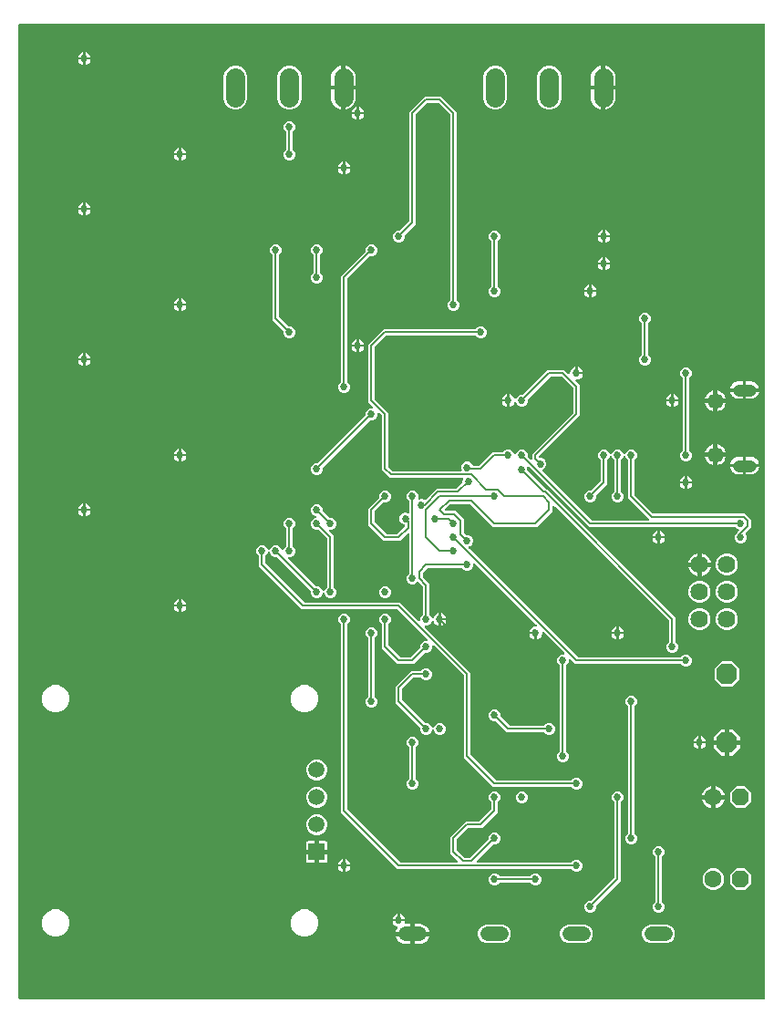
<source format=gbl>
G04 EAGLE Gerber RS-274X export*
G75*
%MOMM*%
%FSLAX34Y34*%
%LPD*%
%INBottom Copper*%
%IPPOS*%
%AMOC8*
5,1,8,0,0,1.08239X$1,22.5*%
G01*
%ADD10P,1.732040X8X22.500000*%
%ADD11C,1.600200*%
%ADD12C,1.320800*%
%ADD13C,1.625600*%
%ADD14C,1.450000*%
%ADD15C,1.108000*%
%ADD16P,2.089446X8X112.500000*%
%ADD17C,1.800000*%
%ADD18R,1.508000X1.508000*%
%ADD19C,1.508000*%
%ADD20C,0.685800*%
%ADD21C,0.203200*%

G36*
X682102Y91449D02*
X682102Y91449D01*
X682160Y91447D01*
X682242Y91469D01*
X682326Y91481D01*
X682379Y91504D01*
X682435Y91519D01*
X682508Y91562D01*
X682585Y91597D01*
X682630Y91635D01*
X682680Y91664D01*
X682738Y91726D01*
X682802Y91780D01*
X682834Y91829D01*
X682874Y91872D01*
X682913Y91947D01*
X682960Y92017D01*
X682977Y92073D01*
X683004Y92125D01*
X683015Y92193D01*
X683045Y92288D01*
X683048Y92388D01*
X683059Y92456D01*
X683059Y996444D01*
X683051Y996502D01*
X683053Y996560D01*
X683031Y996642D01*
X683019Y996726D01*
X682996Y996779D01*
X682981Y996835D01*
X682938Y996908D01*
X682903Y996985D01*
X682865Y997030D01*
X682836Y997080D01*
X682774Y997138D01*
X682720Y997202D01*
X682671Y997234D01*
X682628Y997274D01*
X682553Y997313D01*
X682483Y997360D01*
X682427Y997377D01*
X682375Y997404D01*
X682307Y997415D01*
X682212Y997445D01*
X682112Y997448D01*
X682044Y997459D01*
X-9144Y997459D01*
X-9202Y997451D01*
X-9260Y997453D01*
X-9342Y997431D01*
X-9426Y997419D01*
X-9479Y997396D01*
X-9535Y997381D01*
X-9608Y997338D01*
X-9685Y997303D01*
X-9730Y997265D01*
X-9780Y997236D01*
X-9838Y997174D01*
X-9902Y997120D01*
X-9934Y997071D01*
X-9974Y997028D01*
X-10013Y996953D01*
X-10060Y996883D01*
X-10077Y996827D01*
X-10104Y996775D01*
X-10115Y996707D01*
X-10145Y996612D01*
X-10148Y996512D01*
X-10159Y996444D01*
X-10159Y92456D01*
X-10151Y92398D01*
X-10153Y92340D01*
X-10131Y92258D01*
X-10119Y92174D01*
X-10096Y92121D01*
X-10081Y92065D01*
X-10038Y91992D01*
X-10003Y91915D01*
X-9965Y91870D01*
X-9936Y91820D01*
X-9874Y91762D01*
X-9820Y91698D01*
X-9771Y91666D01*
X-9728Y91626D01*
X-9653Y91587D01*
X-9583Y91540D01*
X-9527Y91523D01*
X-9475Y91496D01*
X-9407Y91485D01*
X-9312Y91455D01*
X-9212Y91452D01*
X-9144Y91441D01*
X682044Y91441D01*
X682102Y91449D01*
G37*
%LPC*%
G36*
X506914Y286638D02*
X506914Y286638D01*
X504906Y287470D01*
X503622Y288754D01*
X503552Y288806D01*
X503488Y288866D01*
X503439Y288892D01*
X503395Y288925D01*
X503313Y288956D01*
X503235Y288996D01*
X503188Y289004D01*
X503129Y289026D01*
X502981Y289038D01*
X502904Y289051D01*
X430537Y289051D01*
X403351Y316237D01*
X403351Y392017D01*
X403344Y392065D01*
X403345Y392071D01*
X403342Y392080D01*
X403339Y392103D01*
X403336Y392191D01*
X403319Y392243D01*
X403311Y392298D01*
X403276Y392378D01*
X403249Y392461D01*
X403221Y392500D01*
X403195Y392558D01*
X403099Y392671D01*
X403054Y392735D01*
X375495Y420294D01*
X375471Y420311D01*
X375452Y420334D01*
X375358Y420396D01*
X375268Y420464D01*
X375240Y420475D01*
X375216Y420491D01*
X375108Y420525D01*
X375002Y420566D01*
X374973Y420568D01*
X374945Y420577D01*
X374831Y420580D01*
X374719Y420589D01*
X374690Y420584D01*
X374661Y420584D01*
X374551Y420556D01*
X374440Y420533D01*
X374414Y420520D01*
X374386Y420512D01*
X374288Y420455D01*
X374188Y420402D01*
X374166Y420382D01*
X374141Y420367D01*
X374064Y420285D01*
X373982Y420207D01*
X373967Y420181D01*
X373947Y420160D01*
X373895Y420059D01*
X373838Y419961D01*
X373831Y419933D01*
X373817Y419907D01*
X373804Y419829D01*
X373768Y419686D01*
X373770Y419623D01*
X373762Y419576D01*
X373762Y418014D01*
X372930Y416006D01*
X371394Y414470D01*
X369386Y413638D01*
X367570Y413638D01*
X367484Y413626D01*
X367396Y413623D01*
X367344Y413606D01*
X367289Y413598D01*
X367209Y413563D01*
X367126Y413536D01*
X367087Y413508D01*
X367029Y413482D01*
X366916Y413386D01*
X366852Y413341D01*
X356863Y403351D01*
X341637Y403351D01*
X327151Y417837D01*
X327151Y439404D01*
X327139Y439491D01*
X327136Y439578D01*
X327119Y439631D01*
X327111Y439686D01*
X327076Y439765D01*
X327049Y439849D01*
X327021Y439888D01*
X326995Y439945D01*
X326899Y440058D01*
X326854Y440122D01*
X325570Y441406D01*
X324738Y443414D01*
X324738Y445586D01*
X325570Y447594D01*
X327106Y449130D01*
X329114Y449962D01*
X331286Y449962D01*
X333294Y449130D01*
X334830Y447594D01*
X335662Y445586D01*
X335662Y443414D01*
X334830Y441406D01*
X333546Y440122D01*
X333494Y440052D01*
X333434Y439988D01*
X333408Y439939D01*
X333375Y439895D01*
X333344Y439813D01*
X333304Y439735D01*
X333296Y439688D01*
X333274Y439629D01*
X333262Y439481D01*
X333249Y439404D01*
X333249Y420783D01*
X333261Y420697D01*
X333264Y420609D01*
X333281Y420557D01*
X333289Y420502D01*
X333324Y420422D01*
X333351Y420339D01*
X333379Y420300D01*
X333405Y420242D01*
X333501Y420129D01*
X333546Y420065D01*
X343865Y409746D01*
X343935Y409694D01*
X343999Y409634D01*
X344049Y409608D01*
X344093Y409575D01*
X344174Y409544D01*
X344252Y409504D01*
X344300Y409496D01*
X344358Y409474D01*
X344506Y409462D01*
X344583Y409449D01*
X353917Y409449D01*
X354003Y409461D01*
X354091Y409464D01*
X354143Y409481D01*
X354198Y409489D01*
X354278Y409524D01*
X354361Y409551D01*
X354400Y409579D01*
X354458Y409605D01*
X354571Y409701D01*
X354635Y409746D01*
X362541Y417652D01*
X362552Y417668D01*
X362562Y417676D01*
X362588Y417715D01*
X362593Y417722D01*
X362653Y417786D01*
X362679Y417836D01*
X362712Y417880D01*
X362743Y417961D01*
X362783Y418039D01*
X362791Y418087D01*
X362813Y418145D01*
X362825Y418293D01*
X362838Y418370D01*
X362838Y420186D01*
X363670Y422194D01*
X365206Y423730D01*
X367214Y424562D01*
X368776Y424562D01*
X368805Y424566D01*
X368834Y424563D01*
X368945Y424586D01*
X369057Y424602D01*
X369084Y424614D01*
X369113Y424619D01*
X369213Y424671D01*
X369317Y424718D01*
X369339Y424737D01*
X369365Y424750D01*
X369447Y424828D01*
X369534Y424901D01*
X369550Y424926D01*
X369571Y424946D01*
X369628Y425044D01*
X369691Y425138D01*
X369700Y425166D01*
X369715Y425191D01*
X369743Y425301D01*
X369777Y425409D01*
X369778Y425439D01*
X369785Y425467D01*
X369781Y425580D01*
X369784Y425693D01*
X369777Y425722D01*
X369776Y425751D01*
X369741Y425859D01*
X369712Y425968D01*
X369697Y425994D01*
X369688Y426022D01*
X369643Y426085D01*
X369567Y426213D01*
X369522Y426256D01*
X369494Y426295D01*
X341935Y453854D01*
X341865Y453906D01*
X341801Y453966D01*
X341751Y453992D01*
X341707Y454025D01*
X341626Y454056D01*
X341548Y454096D01*
X341500Y454104D01*
X341442Y454126D01*
X341294Y454138D01*
X341217Y454151D01*
X252737Y454151D01*
X212851Y494037D01*
X212851Y502904D01*
X212839Y502991D01*
X212836Y503078D01*
X212819Y503131D01*
X212811Y503186D01*
X212776Y503265D01*
X212749Y503349D01*
X212721Y503388D01*
X212695Y503445D01*
X212599Y503558D01*
X212554Y503622D01*
X211270Y504906D01*
X210438Y506914D01*
X210438Y509086D01*
X211270Y511094D01*
X212806Y512630D01*
X214814Y513462D01*
X216986Y513462D01*
X218994Y512630D01*
X220530Y511094D01*
X221312Y509206D01*
X221327Y509181D01*
X221336Y509153D01*
X221399Y509059D01*
X221457Y508962D01*
X221478Y508941D01*
X221494Y508917D01*
X221581Y508844D01*
X221663Y508766D01*
X221689Y508753D01*
X221712Y508734D01*
X221815Y508688D01*
X221916Y508636D01*
X221945Y508630D01*
X221972Y508619D01*
X222084Y508603D01*
X222195Y508581D01*
X222224Y508584D01*
X222253Y508580D01*
X222365Y508596D01*
X222478Y508606D01*
X222505Y508616D01*
X222534Y508620D01*
X222638Y508667D01*
X222743Y508708D01*
X222767Y508725D01*
X222794Y508737D01*
X222880Y508811D01*
X222970Y508879D01*
X222988Y508903D01*
X223010Y508922D01*
X223052Y508988D01*
X223140Y509107D01*
X223162Y509165D01*
X223188Y509206D01*
X223970Y511094D01*
X225506Y512630D01*
X227514Y513462D01*
X229686Y513462D01*
X231694Y512630D01*
X233230Y511094D01*
X234012Y509206D01*
X234027Y509181D01*
X234036Y509153D01*
X234099Y509059D01*
X234157Y508962D01*
X234178Y508941D01*
X234194Y508917D01*
X234281Y508844D01*
X234363Y508766D01*
X234389Y508753D01*
X234412Y508734D01*
X234515Y508688D01*
X234616Y508636D01*
X234645Y508631D01*
X234672Y508619D01*
X234784Y508603D01*
X234895Y508581D01*
X234924Y508584D01*
X234953Y508580D01*
X235065Y508596D01*
X235178Y508606D01*
X235205Y508616D01*
X235235Y508620D01*
X235338Y508667D01*
X235443Y508708D01*
X235467Y508725D01*
X235494Y508737D01*
X235580Y508811D01*
X235670Y508879D01*
X235688Y508903D01*
X235710Y508922D01*
X235752Y508988D01*
X235840Y509107D01*
X235862Y509166D01*
X235888Y509206D01*
X236670Y511094D01*
X237954Y512378D01*
X238006Y512448D01*
X238066Y512512D01*
X238092Y512561D01*
X238125Y512605D01*
X238156Y512687D01*
X238196Y512765D01*
X238204Y512812D01*
X238226Y512871D01*
X238238Y513019D01*
X238251Y513096D01*
X238251Y528304D01*
X238239Y528391D01*
X238236Y528478D01*
X238219Y528531D01*
X238211Y528586D01*
X238176Y528665D01*
X238149Y528749D01*
X238121Y528788D01*
X238095Y528845D01*
X237999Y528958D01*
X237954Y529022D01*
X236670Y530306D01*
X235838Y532314D01*
X235838Y534486D01*
X236670Y536494D01*
X238206Y538030D01*
X240214Y538862D01*
X242386Y538862D01*
X244394Y538030D01*
X245930Y536494D01*
X246762Y534486D01*
X246762Y532314D01*
X245930Y530306D01*
X244646Y529022D01*
X244594Y528952D01*
X244534Y528888D01*
X244508Y528839D01*
X244475Y528795D01*
X244444Y528713D01*
X244404Y528635D01*
X244396Y528588D01*
X244374Y528529D01*
X244362Y528381D01*
X244349Y528304D01*
X244349Y513096D01*
X244361Y513009D01*
X244364Y512922D01*
X244381Y512869D01*
X244389Y512814D01*
X244424Y512735D01*
X244451Y512651D01*
X244479Y512612D01*
X244505Y512555D01*
X244601Y512442D01*
X244646Y512378D01*
X245930Y511094D01*
X246762Y509086D01*
X246762Y506914D01*
X245930Y504906D01*
X244394Y503370D01*
X242386Y502538D01*
X240824Y502538D01*
X240795Y502534D01*
X240766Y502537D01*
X240655Y502514D01*
X240543Y502498D01*
X240516Y502486D01*
X240487Y502481D01*
X240387Y502429D01*
X240283Y502382D01*
X240261Y502363D01*
X240235Y502350D01*
X240153Y502272D01*
X240066Y502199D01*
X240050Y502174D01*
X240029Y502154D01*
X239972Y502056D01*
X239909Y501962D01*
X239900Y501934D01*
X239885Y501909D01*
X239857Y501799D01*
X239823Y501691D01*
X239822Y501661D01*
X239815Y501633D01*
X239819Y501520D01*
X239816Y501407D01*
X239823Y501378D01*
X239824Y501349D01*
X239859Y501241D01*
X239888Y501132D01*
X239903Y501106D01*
X239912Y501078D01*
X239957Y501015D01*
X240033Y500887D01*
X240078Y500844D01*
X240106Y500805D01*
X265252Y475659D01*
X265322Y475607D01*
X265386Y475547D01*
X265436Y475521D01*
X265480Y475488D01*
X265561Y475457D01*
X265639Y475417D01*
X265687Y475409D01*
X265745Y475387D01*
X265893Y475375D01*
X265970Y475362D01*
X267786Y475362D01*
X269794Y474530D01*
X271330Y472994D01*
X272112Y471106D01*
X272127Y471081D01*
X272136Y471053D01*
X272199Y470959D01*
X272257Y470862D01*
X272278Y470841D01*
X272294Y470817D01*
X272381Y470744D01*
X272463Y470666D01*
X272489Y470653D01*
X272512Y470634D01*
X272615Y470588D01*
X272716Y470536D01*
X272745Y470530D01*
X272772Y470519D01*
X272884Y470503D01*
X272995Y470481D01*
X273024Y470484D01*
X273053Y470480D01*
X273165Y470496D01*
X273278Y470506D01*
X273305Y470516D01*
X273334Y470520D01*
X273438Y470567D01*
X273543Y470608D01*
X273567Y470625D01*
X273594Y470637D01*
X273680Y470711D01*
X273770Y470779D01*
X273788Y470803D01*
X273810Y470822D01*
X273852Y470888D01*
X273940Y471007D01*
X273962Y471065D01*
X273988Y471106D01*
X274770Y472994D01*
X276054Y474278D01*
X276106Y474348D01*
X276166Y474412D01*
X276192Y474461D01*
X276225Y474505D01*
X276256Y474587D01*
X276296Y474665D01*
X276304Y474712D01*
X276326Y474771D01*
X276338Y474919D01*
X276351Y474996D01*
X276351Y519017D01*
X276339Y519103D01*
X276336Y519191D01*
X276319Y519243D01*
X276311Y519298D01*
X276276Y519378D01*
X276249Y519461D01*
X276221Y519500D01*
X276195Y519558D01*
X276099Y519671D01*
X276054Y519735D01*
X268148Y527641D01*
X268078Y527693D01*
X268014Y527753D01*
X267964Y527779D01*
X267920Y527812D01*
X267839Y527843D01*
X267761Y527883D01*
X267713Y527891D01*
X267655Y527913D01*
X267507Y527925D01*
X267430Y527938D01*
X265614Y527938D01*
X263606Y528770D01*
X262070Y530306D01*
X261238Y532314D01*
X261238Y534486D01*
X262070Y536494D01*
X263606Y538030D01*
X265494Y538812D01*
X265519Y538827D01*
X265547Y538836D01*
X265641Y538899D01*
X265738Y538957D01*
X265759Y538978D01*
X265783Y538994D01*
X265856Y539081D01*
X265934Y539163D01*
X265947Y539189D01*
X265966Y539212D01*
X266012Y539315D01*
X266064Y539416D01*
X266069Y539445D01*
X266081Y539472D01*
X266097Y539584D01*
X266119Y539695D01*
X266116Y539724D01*
X266120Y539753D01*
X266104Y539865D01*
X266094Y539978D01*
X266084Y540005D01*
X266080Y540035D01*
X266033Y540138D01*
X265992Y540243D01*
X265975Y540267D01*
X265963Y540294D01*
X265889Y540380D01*
X265821Y540470D01*
X265797Y540488D01*
X265778Y540510D01*
X265712Y540552D01*
X265593Y540640D01*
X265534Y540662D01*
X265494Y540688D01*
X263606Y541470D01*
X262070Y543006D01*
X261238Y545014D01*
X261238Y547186D01*
X262070Y549194D01*
X263606Y550730D01*
X265614Y551562D01*
X267786Y551562D01*
X269794Y550730D01*
X271330Y549194D01*
X272162Y547186D01*
X272162Y545370D01*
X272174Y545284D01*
X272177Y545196D01*
X272194Y545144D01*
X272202Y545089D01*
X272237Y545009D01*
X272264Y544926D01*
X272292Y544887D01*
X272318Y544829D01*
X272414Y544716D01*
X272459Y544652D01*
X277952Y539159D01*
X278022Y539107D01*
X278086Y539047D01*
X278136Y539021D01*
X278180Y538988D01*
X278261Y538957D01*
X278339Y538917D01*
X278387Y538909D01*
X278445Y538887D01*
X278593Y538875D01*
X278670Y538862D01*
X280486Y538862D01*
X282494Y538030D01*
X284030Y536494D01*
X284862Y534486D01*
X284862Y532314D01*
X284030Y530306D01*
X282494Y528770D01*
X280486Y527938D01*
X278924Y527938D01*
X278895Y527934D01*
X278866Y527937D01*
X278755Y527914D01*
X278643Y527898D01*
X278616Y527886D01*
X278587Y527881D01*
X278487Y527828D01*
X278383Y527782D01*
X278361Y527763D01*
X278335Y527750D01*
X278253Y527672D01*
X278166Y527599D01*
X278150Y527574D01*
X278129Y527554D01*
X278072Y527456D01*
X278009Y527362D01*
X278000Y527334D01*
X277985Y527309D01*
X277957Y527199D01*
X277923Y527091D01*
X277922Y527061D01*
X277915Y527033D01*
X277919Y526920D01*
X277916Y526807D01*
X277923Y526778D01*
X277924Y526749D01*
X277959Y526641D01*
X277988Y526532D01*
X278003Y526506D01*
X278012Y526478D01*
X278057Y526415D01*
X278133Y526287D01*
X278178Y526244D01*
X278206Y526205D01*
X280365Y524046D01*
X280366Y524046D01*
X282449Y521963D01*
X282449Y474996D01*
X282461Y474909D01*
X282464Y474822D01*
X282481Y474769D01*
X282489Y474714D01*
X282524Y474635D01*
X282551Y474551D01*
X282579Y474512D01*
X282605Y474455D01*
X282701Y474342D01*
X282746Y474278D01*
X284030Y472994D01*
X284862Y470986D01*
X284862Y468814D01*
X284030Y466806D01*
X282494Y465270D01*
X280486Y464438D01*
X278314Y464438D01*
X276306Y465270D01*
X274770Y466806D01*
X273988Y468694D01*
X273973Y468719D01*
X273964Y468747D01*
X273901Y468841D01*
X273843Y468938D01*
X273822Y468959D01*
X273806Y468983D01*
X273719Y469056D01*
X273637Y469134D01*
X273611Y469147D01*
X273588Y469166D01*
X273485Y469212D01*
X273384Y469264D01*
X273355Y469269D01*
X273328Y469281D01*
X273216Y469297D01*
X273105Y469319D01*
X273076Y469316D01*
X273047Y469320D01*
X272935Y469304D01*
X272822Y469294D01*
X272795Y469284D01*
X272765Y469280D01*
X272662Y469233D01*
X272557Y469192D01*
X272533Y469175D01*
X272506Y469163D01*
X272420Y469089D01*
X272330Y469021D01*
X272312Y468997D01*
X272290Y468978D01*
X272248Y468912D01*
X272160Y468793D01*
X272138Y468734D01*
X272112Y468694D01*
X271330Y466806D01*
X269794Y465270D01*
X267786Y464438D01*
X265614Y464438D01*
X263606Y465270D01*
X262070Y466806D01*
X261238Y468814D01*
X261238Y470630D01*
X261226Y470716D01*
X261223Y470804D01*
X261206Y470856D01*
X261198Y470911D01*
X261163Y470991D01*
X261136Y471074D01*
X261108Y471113D01*
X261082Y471171D01*
X260986Y471284D01*
X260941Y471348D01*
X230048Y502241D01*
X229978Y502293D01*
X229914Y502353D01*
X229864Y502379D01*
X229820Y502412D01*
X229739Y502443D01*
X229661Y502483D01*
X229613Y502491D01*
X229555Y502513D01*
X229407Y502525D01*
X229330Y502538D01*
X227514Y502538D01*
X225506Y503370D01*
X223970Y504906D01*
X223188Y506794D01*
X223173Y506819D01*
X223164Y506847D01*
X223101Y506941D01*
X223043Y507038D01*
X223022Y507059D01*
X223006Y507083D01*
X222919Y507156D01*
X222837Y507234D01*
X222811Y507247D01*
X222788Y507266D01*
X222685Y507312D01*
X222584Y507364D01*
X222555Y507369D01*
X222528Y507381D01*
X222416Y507397D01*
X222305Y507419D01*
X222276Y507416D01*
X222247Y507420D01*
X222135Y507404D01*
X222022Y507394D01*
X221995Y507384D01*
X221965Y507380D01*
X221862Y507333D01*
X221757Y507292D01*
X221733Y507275D01*
X221706Y507263D01*
X221620Y507189D01*
X221530Y507121D01*
X221512Y507097D01*
X221490Y507078D01*
X221448Y507012D01*
X221360Y506893D01*
X221338Y506834D01*
X221312Y506794D01*
X220530Y504906D01*
X219246Y503622D01*
X219194Y503552D01*
X219134Y503488D01*
X219108Y503439D01*
X219075Y503395D01*
X219044Y503313D01*
X219004Y503235D01*
X218996Y503188D01*
X218974Y503129D01*
X218962Y502981D01*
X218949Y502904D01*
X218949Y496983D01*
X218961Y496897D01*
X218964Y496809D01*
X218981Y496757D01*
X218989Y496702D01*
X219024Y496622D01*
X219051Y496539D01*
X219079Y496500D01*
X219105Y496442D01*
X219201Y496329D01*
X219246Y496265D01*
X254965Y460546D01*
X255035Y460494D01*
X255099Y460434D01*
X255149Y460408D01*
X255193Y460375D01*
X255274Y460344D01*
X255352Y460304D01*
X255400Y460296D01*
X255458Y460274D01*
X255606Y460262D01*
X255683Y460249D01*
X344163Y460249D01*
X346246Y458166D01*
X346246Y458165D01*
X361105Y443306D01*
X361129Y443289D01*
X361148Y443266D01*
X361242Y443204D01*
X361332Y443136D01*
X361360Y443125D01*
X361384Y443109D01*
X361492Y443075D01*
X361598Y443034D01*
X361627Y443032D01*
X361655Y443023D01*
X361769Y443020D01*
X361881Y443011D01*
X361910Y443016D01*
X361939Y443016D01*
X362049Y443044D01*
X362160Y443067D01*
X362186Y443080D01*
X362214Y443088D01*
X362312Y443145D01*
X362412Y443198D01*
X362434Y443218D01*
X362459Y443233D01*
X362536Y443315D01*
X362618Y443393D01*
X362633Y443419D01*
X362653Y443440D01*
X362705Y443541D01*
X362762Y443639D01*
X362769Y443667D01*
X362783Y443693D01*
X362796Y443771D01*
X362832Y443914D01*
X362830Y443977D01*
X362838Y444024D01*
X362838Y445586D01*
X363670Y447594D01*
X364954Y448878D01*
X365006Y448948D01*
X365066Y449012D01*
X365092Y449061D01*
X365125Y449105D01*
X365156Y449187D01*
X365196Y449265D01*
X365204Y449312D01*
X365226Y449371D01*
X365238Y449519D01*
X365251Y449596D01*
X365251Y474694D01*
X365239Y474780D01*
X365236Y474868D01*
X365219Y474920D01*
X365211Y474975D01*
X365176Y475055D01*
X365149Y475138D01*
X365121Y475177D01*
X365095Y475235D01*
X364999Y475348D01*
X364954Y475412D01*
X361263Y479103D01*
X361216Y479138D01*
X361176Y479180D01*
X361103Y479223D01*
X361035Y479274D01*
X360981Y479295D01*
X360930Y479324D01*
X360849Y479345D01*
X360770Y479375D01*
X360711Y479380D01*
X360655Y479394D01*
X360571Y479391D01*
X360486Y479398D01*
X360429Y479387D01*
X360371Y479385D01*
X360290Y479359D01*
X360208Y479343D01*
X360156Y479316D01*
X360100Y479298D01*
X360044Y479258D01*
X359955Y479212D01*
X359883Y479143D01*
X359827Y479103D01*
X358694Y477970D01*
X356686Y477138D01*
X354514Y477138D01*
X352506Y477970D01*
X350970Y479506D01*
X350138Y481514D01*
X350138Y483686D01*
X350970Y485694D01*
X352254Y486978D01*
X352306Y487048D01*
X352366Y487112D01*
X352392Y487161D01*
X352425Y487205D01*
X352456Y487287D01*
X352496Y487365D01*
X352504Y487412D01*
X352526Y487471D01*
X352538Y487619D01*
X352551Y487696D01*
X352551Y523589D01*
X352547Y523618D01*
X352550Y523647D01*
X352527Y523758D01*
X352511Y523870D01*
X352499Y523897D01*
X352494Y523926D01*
X352442Y524026D01*
X352395Y524130D01*
X352376Y524152D01*
X352363Y524178D01*
X352285Y524260D01*
X352212Y524347D01*
X352187Y524363D01*
X352167Y524384D01*
X352069Y524441D01*
X351975Y524504D01*
X351947Y524513D01*
X351922Y524528D01*
X351812Y524556D01*
X351704Y524590D01*
X351674Y524591D01*
X351646Y524598D01*
X351533Y524594D01*
X351420Y524597D01*
X351391Y524590D01*
X351362Y524589D01*
X351254Y524554D01*
X351145Y524525D01*
X351119Y524510D01*
X351091Y524501D01*
X351028Y524456D01*
X350900Y524380D01*
X350857Y524335D01*
X350818Y524307D01*
X344163Y517651D01*
X328937Y517651D01*
X314451Y532137D01*
X314451Y547363D01*
X324441Y557352D01*
X324493Y557422D01*
X324553Y557486D01*
X324579Y557536D01*
X324612Y557580D01*
X324643Y557661D01*
X324683Y557739D01*
X324691Y557787D01*
X324713Y557845D01*
X324725Y557993D01*
X324738Y558070D01*
X324738Y559886D01*
X325570Y561894D01*
X327106Y563430D01*
X329114Y564262D01*
X331286Y564262D01*
X333294Y563430D01*
X334830Y561894D01*
X335662Y559886D01*
X335662Y557714D01*
X334830Y555706D01*
X333294Y554170D01*
X331286Y553338D01*
X329470Y553338D01*
X329384Y553326D01*
X329296Y553323D01*
X329244Y553306D01*
X329189Y553298D01*
X329109Y553263D01*
X329026Y553236D01*
X328987Y553208D01*
X328929Y553182D01*
X328816Y553086D01*
X328752Y553041D01*
X320846Y545135D01*
X320794Y545065D01*
X320734Y545001D01*
X320708Y544951D01*
X320675Y544907D01*
X320644Y544826D01*
X320604Y544748D01*
X320596Y544700D01*
X320574Y544642D01*
X320562Y544494D01*
X320549Y544417D01*
X320549Y535083D01*
X320556Y535029D01*
X320555Y534989D01*
X320562Y534963D01*
X320564Y534909D01*
X320581Y534857D01*
X320589Y534802D01*
X320624Y534722D01*
X320651Y534639D01*
X320679Y534600D01*
X320705Y534542D01*
X320801Y534429D01*
X320846Y534365D01*
X331165Y524046D01*
X331235Y523994D01*
X331299Y523934D01*
X331349Y523908D01*
X331393Y523875D01*
X331474Y523844D01*
X331552Y523804D01*
X331600Y523796D01*
X331658Y523774D01*
X331806Y523762D01*
X331883Y523749D01*
X341217Y523749D01*
X341303Y523761D01*
X341391Y523764D01*
X341443Y523781D01*
X341498Y523789D01*
X341578Y523824D01*
X341661Y523851D01*
X341700Y523879D01*
X341758Y523905D01*
X341871Y524001D01*
X341935Y524046D01*
X348190Y530301D01*
X348242Y530371D01*
X348302Y530435D01*
X348328Y530485D01*
X348361Y530529D01*
X348392Y530610D01*
X348432Y530688D01*
X348440Y530736D01*
X348462Y530794D01*
X348467Y530857D01*
X348473Y530876D01*
X348475Y530947D01*
X348487Y531019D01*
X348487Y531621D01*
X348487Y531623D01*
X348487Y531624D01*
X348467Y531764D01*
X348447Y531903D01*
X348447Y531904D01*
X348447Y531906D01*
X348390Y532032D01*
X348331Y532162D01*
X348330Y532163D01*
X348329Y532165D01*
X348238Y532272D01*
X348148Y532379D01*
X348146Y532380D01*
X348145Y532381D01*
X348132Y532389D01*
X347911Y532537D01*
X347882Y532546D01*
X347861Y532559D01*
X346029Y533318D01*
X344493Y534854D01*
X343661Y536862D01*
X343661Y539034D01*
X344493Y541042D01*
X346029Y542578D01*
X348037Y543410D01*
X350209Y543410D01*
X351147Y543021D01*
X351259Y542993D01*
X351368Y542958D01*
X351396Y542957D01*
X351423Y542950D01*
X351537Y542953D01*
X351652Y542951D01*
X351679Y542958D01*
X351707Y542958D01*
X351816Y542993D01*
X351927Y543022D01*
X351951Y543037D01*
X351978Y543045D01*
X352073Y543109D01*
X352172Y543168D01*
X352191Y543188D01*
X352214Y543203D01*
X352288Y543291D01*
X352366Y543375D01*
X352379Y543400D01*
X352397Y543421D01*
X352443Y543526D01*
X352496Y543628D01*
X352500Y543653D01*
X352512Y543681D01*
X352549Y543944D01*
X352551Y543959D01*
X352551Y553704D01*
X352539Y553791D01*
X352536Y553878D01*
X352519Y553931D01*
X352511Y553986D01*
X352476Y554065D01*
X352449Y554149D01*
X352421Y554188D01*
X352395Y554245D01*
X352299Y554358D01*
X352254Y554422D01*
X350970Y555706D01*
X350138Y557714D01*
X350138Y559886D01*
X350970Y561894D01*
X352506Y563430D01*
X354514Y564262D01*
X356686Y564262D01*
X358694Y563430D01*
X360230Y561894D01*
X361062Y559886D01*
X361062Y557714D01*
X360888Y557295D01*
X360881Y557266D01*
X360867Y557240D01*
X360846Y557129D01*
X360817Y557019D01*
X360818Y556990D01*
X360812Y556961D01*
X360822Y556848D01*
X360825Y556735D01*
X360834Y556707D01*
X360837Y556678D01*
X360878Y556572D01*
X360912Y556464D01*
X360928Y556440D01*
X360939Y556413D01*
X361007Y556322D01*
X361070Y556228D01*
X361093Y556209D01*
X361110Y556186D01*
X361201Y556118D01*
X361288Y556045D01*
X361315Y556033D01*
X361338Y556016D01*
X361444Y555976D01*
X361548Y555930D01*
X361577Y555926D01*
X361604Y555915D01*
X361717Y555906D01*
X361829Y555891D01*
X361858Y555895D01*
X361888Y555893D01*
X361964Y555910D01*
X362111Y555932D01*
X362168Y555957D01*
X362215Y555968D01*
X362634Y556142D01*
X364806Y556142D01*
X366638Y555383D01*
X366639Y555383D01*
X366641Y555382D01*
X366775Y555348D01*
X366913Y555312D01*
X366915Y555312D01*
X366916Y555312D01*
X367057Y555316D01*
X367197Y555320D01*
X367199Y555321D01*
X367200Y555321D01*
X367333Y555364D01*
X367468Y555407D01*
X367469Y555408D01*
X367471Y555408D01*
X367483Y555417D01*
X367704Y555565D01*
X367724Y555589D01*
X367744Y555603D01*
X375971Y563829D01*
X375971Y563830D01*
X378054Y565913D01*
X396081Y565913D01*
X396167Y565925D01*
X396255Y565928D01*
X396307Y565945D01*
X396362Y565953D01*
X396442Y565988D01*
X396525Y566015D01*
X396564Y566043D01*
X396622Y566069D01*
X396735Y566165D01*
X396799Y566210D01*
X401745Y571156D01*
X401797Y571226D01*
X401857Y571290D01*
X401882Y571339D01*
X401915Y571383D01*
X401947Y571465D01*
X401986Y571543D01*
X401994Y571590D01*
X402017Y571649D01*
X402029Y571797D01*
X402042Y571874D01*
X402042Y573690D01*
X402430Y574628D01*
X402459Y574739D01*
X402494Y574849D01*
X402495Y574877D01*
X402501Y574903D01*
X402498Y575018D01*
X402501Y575133D01*
X402494Y575160D01*
X402493Y575188D01*
X402458Y575297D01*
X402429Y575408D01*
X402415Y575432D01*
X402407Y575458D01*
X402343Y575554D01*
X402284Y575652D01*
X402264Y575671D01*
X402248Y575694D01*
X402160Y575768D01*
X402077Y575847D01*
X402052Y575860D01*
X402031Y575877D01*
X401926Y575924D01*
X401824Y575976D01*
X401799Y575981D01*
X401771Y575993D01*
X401507Y576029D01*
X401493Y576032D01*
X334057Y576032D01*
X331973Y578115D01*
X327151Y582937D01*
X327151Y633317D01*
X327139Y633403D01*
X327136Y633491D01*
X327119Y633543D01*
X327111Y633598D01*
X327076Y633678D01*
X327049Y633761D01*
X327021Y633800D01*
X326995Y633858D01*
X326899Y633971D01*
X326854Y634035D01*
X324695Y636194D01*
X324671Y636211D01*
X324652Y636234D01*
X324558Y636296D01*
X324468Y636364D01*
X324440Y636375D01*
X324416Y636391D01*
X324308Y636425D01*
X324202Y636466D01*
X324173Y636468D01*
X324145Y636477D01*
X324031Y636480D01*
X323919Y636489D01*
X323890Y636484D01*
X323861Y636484D01*
X323751Y636456D01*
X323640Y636433D01*
X323614Y636420D01*
X323586Y636412D01*
X323488Y636355D01*
X323388Y636302D01*
X323366Y636282D01*
X323341Y636267D01*
X323264Y636185D01*
X323182Y636107D01*
X323167Y636081D01*
X323147Y636060D01*
X323095Y635959D01*
X323038Y635861D01*
X323031Y635833D01*
X323017Y635807D01*
X323004Y635729D01*
X322968Y635586D01*
X322970Y635523D01*
X322962Y635476D01*
X322962Y633914D01*
X322130Y631906D01*
X320594Y630370D01*
X318586Y629538D01*
X316770Y629538D01*
X316684Y629526D01*
X316596Y629523D01*
X316544Y629506D01*
X316489Y629498D01*
X316409Y629463D01*
X316326Y629436D01*
X316287Y629408D01*
X316229Y629382D01*
X316116Y629286D01*
X316052Y629241D01*
X272459Y585648D01*
X272407Y585578D01*
X272347Y585514D01*
X272321Y585464D01*
X272288Y585420D01*
X272257Y585339D01*
X272217Y585261D01*
X272209Y585213D01*
X272187Y585155D01*
X272176Y585020D01*
X272176Y585019D01*
X272175Y585007D01*
X272162Y584930D01*
X272162Y583114D01*
X271330Y581106D01*
X269794Y579570D01*
X267786Y578738D01*
X265614Y578738D01*
X263606Y579570D01*
X262070Y581106D01*
X261238Y583114D01*
X261238Y585286D01*
X262070Y587294D01*
X263606Y588830D01*
X265614Y589662D01*
X267430Y589662D01*
X267516Y589674D01*
X267604Y589677D01*
X267656Y589694D01*
X267711Y589702D01*
X267791Y589737D01*
X267874Y589764D01*
X267913Y589792D01*
X267971Y589818D01*
X268084Y589914D01*
X268148Y589959D01*
X311741Y633552D01*
X311793Y633622D01*
X311853Y633686D01*
X311879Y633736D01*
X311912Y633780D01*
X311943Y633861D01*
X311983Y633939D01*
X311991Y633987D01*
X312013Y634045D01*
X312025Y634193D01*
X312038Y634270D01*
X312038Y636086D01*
X312870Y638094D01*
X314406Y639630D01*
X316414Y640462D01*
X317976Y640462D01*
X318005Y640466D01*
X318034Y640463D01*
X318145Y640486D01*
X318257Y640502D01*
X318284Y640514D01*
X318313Y640519D01*
X318413Y640571D01*
X318517Y640618D01*
X318539Y640637D01*
X318565Y640650D01*
X318647Y640728D01*
X318734Y640801D01*
X318750Y640826D01*
X318771Y640846D01*
X318828Y640944D01*
X318891Y641038D01*
X318900Y641066D01*
X318915Y641091D01*
X318943Y641201D01*
X318977Y641309D01*
X318978Y641339D01*
X318985Y641367D01*
X318981Y641480D01*
X318984Y641593D01*
X318977Y641622D01*
X318976Y641651D01*
X318941Y641759D01*
X318912Y641868D01*
X318897Y641894D01*
X318888Y641922D01*
X318843Y641985D01*
X318767Y642113D01*
X318722Y642156D01*
X318694Y642195D01*
X314451Y646437D01*
X314451Y699763D01*
X328937Y714249D01*
X414004Y714249D01*
X414091Y714261D01*
X414178Y714264D01*
X414231Y714281D01*
X414286Y714289D01*
X414365Y714324D01*
X414449Y714351D01*
X414488Y714379D01*
X414545Y714405D01*
X414658Y714501D01*
X414722Y714546D01*
X416006Y715830D01*
X418014Y716662D01*
X420186Y716662D01*
X422194Y715830D01*
X423730Y714294D01*
X424562Y712286D01*
X424562Y710114D01*
X423730Y708106D01*
X422194Y706570D01*
X420186Y705738D01*
X418014Y705738D01*
X416006Y706570D01*
X414722Y707854D01*
X414652Y707906D01*
X414588Y707966D01*
X414539Y707992D01*
X414495Y708025D01*
X414413Y708056D01*
X414335Y708096D01*
X414288Y708104D01*
X414229Y708126D01*
X414081Y708138D01*
X414004Y708151D01*
X331883Y708151D01*
X331797Y708139D01*
X331709Y708136D01*
X331657Y708119D01*
X331602Y708111D01*
X331522Y708076D01*
X331439Y708049D01*
X331400Y708021D01*
X331342Y707995D01*
X331229Y707899D01*
X331165Y707854D01*
X320846Y697535D01*
X320794Y697465D01*
X320734Y697401D01*
X320708Y697351D01*
X320675Y697307D01*
X320644Y697226D01*
X320604Y697148D01*
X320596Y697100D01*
X320574Y697042D01*
X320562Y696894D01*
X320549Y696817D01*
X320549Y649383D01*
X320561Y649297D01*
X320564Y649209D01*
X320581Y649157D01*
X320589Y649102D01*
X320624Y649022D01*
X320651Y648939D01*
X320679Y648900D01*
X320705Y648842D01*
X320801Y648729D01*
X320846Y648665D01*
X333249Y636263D01*
X333249Y585883D01*
X333261Y585797D01*
X333264Y585709D01*
X333281Y585657D01*
X333289Y585602D01*
X333324Y585522D01*
X333351Y585439D01*
X333379Y585400D01*
X333405Y585342D01*
X333464Y585272D01*
X333488Y585232D01*
X333520Y585202D01*
X333546Y585165D01*
X336285Y582427D01*
X336355Y582374D01*
X336419Y582314D01*
X336468Y582289D01*
X336512Y582256D01*
X336594Y582225D01*
X336672Y582185D01*
X336719Y582177D01*
X336778Y582155D01*
X336925Y582142D01*
X337003Y582129D01*
X400389Y582129D01*
X400503Y582145D01*
X400617Y582155D01*
X400643Y582165D01*
X400670Y582169D01*
X400775Y582216D01*
X400882Y582257D01*
X400904Y582274D01*
X400930Y582285D01*
X401017Y582360D01*
X401109Y582429D01*
X401126Y582451D01*
X401147Y582469D01*
X401210Y582565D01*
X401279Y582657D01*
X401289Y582683D01*
X401304Y582706D01*
X401339Y582815D01*
X401380Y582923D01*
X401382Y582950D01*
X401390Y582977D01*
X401393Y583092D01*
X401402Y583206D01*
X401397Y583230D01*
X401397Y583261D01*
X401330Y583518D01*
X401327Y583533D01*
X400938Y584471D01*
X400938Y586644D01*
X401770Y588652D01*
X403306Y590188D01*
X405314Y591019D01*
X407486Y591019D01*
X409494Y590188D01*
X411030Y588651D01*
X411352Y587875D01*
X411352Y587874D01*
X411353Y587873D01*
X411423Y587755D01*
X411496Y587631D01*
X411497Y587629D01*
X411498Y587628D01*
X411601Y587532D01*
X411703Y587435D01*
X411704Y587435D01*
X411705Y587434D01*
X411831Y587369D01*
X411956Y587305D01*
X411957Y587305D01*
X411959Y587304D01*
X411973Y587302D01*
X412234Y587250D01*
X412265Y587253D01*
X412290Y587249D01*
X417417Y587249D01*
X417503Y587261D01*
X417591Y587264D01*
X417643Y587281D01*
X417698Y587289D01*
X417778Y587324D01*
X417861Y587351D01*
X417900Y587379D01*
X417958Y587405D01*
X418071Y587501D01*
X418135Y587546D01*
X430537Y599949D01*
X439404Y599949D01*
X439491Y599961D01*
X439578Y599964D01*
X439631Y599981D01*
X439686Y599989D01*
X439765Y600024D01*
X439849Y600051D01*
X439888Y600079D01*
X439945Y600105D01*
X440058Y600201D01*
X440122Y600246D01*
X441406Y601530D01*
X443414Y602362D01*
X445586Y602362D01*
X447594Y601530D01*
X449130Y599994D01*
X449912Y598106D01*
X449927Y598081D01*
X449936Y598053D01*
X449999Y597959D01*
X450057Y597862D01*
X450078Y597841D01*
X450094Y597817D01*
X450181Y597744D01*
X450263Y597666D01*
X450289Y597653D01*
X450312Y597634D01*
X450415Y597588D01*
X450516Y597536D01*
X450545Y597531D01*
X450572Y597519D01*
X450684Y597503D01*
X450795Y597481D01*
X450824Y597484D01*
X450853Y597480D01*
X450965Y597496D01*
X451078Y597506D01*
X451105Y597516D01*
X451135Y597520D01*
X451238Y597567D01*
X451343Y597608D01*
X451367Y597625D01*
X451394Y597637D01*
X451480Y597711D01*
X451570Y597779D01*
X451588Y597803D01*
X451610Y597822D01*
X451652Y597888D01*
X451740Y598007D01*
X451762Y598066D01*
X451788Y598106D01*
X452570Y599994D01*
X454106Y601530D01*
X456114Y602362D01*
X458286Y602362D01*
X460294Y601530D01*
X461830Y599994D01*
X462662Y597986D01*
X462662Y596170D01*
X462674Y596084D01*
X462677Y595996D01*
X462694Y595944D01*
X462702Y595889D01*
X462737Y595809D01*
X462764Y595726D01*
X462792Y595687D01*
X462818Y595629D01*
X462914Y595516D01*
X462959Y595452D01*
X465118Y593293D01*
X465142Y593276D01*
X465161Y593253D01*
X465255Y593191D01*
X465345Y593123D01*
X465373Y593112D01*
X465397Y593096D01*
X465505Y593062D01*
X465611Y593021D01*
X465640Y593019D01*
X465668Y593010D01*
X465782Y593007D01*
X465894Y592998D01*
X465923Y593003D01*
X465952Y593003D01*
X466062Y593031D01*
X466173Y593054D01*
X466199Y593067D01*
X466227Y593075D01*
X466325Y593132D01*
X466425Y593185D01*
X466447Y593205D01*
X466472Y593220D01*
X466549Y593302D01*
X466631Y593380D01*
X466646Y593406D01*
X466666Y593427D01*
X466718Y593528D01*
X466775Y593626D01*
X466782Y593654D01*
X466796Y593680D01*
X466809Y593758D01*
X466845Y593901D01*
X466843Y593964D01*
X466851Y594011D01*
X466851Y598163D01*
X504654Y635965D01*
X504706Y636035D01*
X504766Y636099D01*
X504792Y636149D01*
X504825Y636193D01*
X504856Y636274D01*
X504896Y636352D01*
X504904Y636400D01*
X504926Y636458D01*
X504938Y636606D01*
X504951Y636683D01*
X504951Y658717D01*
X504939Y658803D01*
X504936Y658891D01*
X504919Y658943D01*
X504911Y658998D01*
X504876Y659078D01*
X504849Y659161D01*
X504821Y659200D01*
X504795Y659258D01*
X504699Y659371D01*
X504654Y659435D01*
X494335Y669754D01*
X494265Y669806D01*
X494201Y669866D01*
X494151Y669892D01*
X494107Y669925D01*
X494026Y669956D01*
X493948Y669996D01*
X493900Y670004D01*
X493842Y670026D01*
X493694Y670038D01*
X493617Y670051D01*
X484283Y670051D01*
X484197Y670039D01*
X484109Y670036D01*
X484057Y670019D01*
X484002Y670011D01*
X483922Y669976D01*
X483839Y669949D01*
X483800Y669921D01*
X483742Y669895D01*
X483629Y669799D01*
X483565Y669754D01*
X462959Y649148D01*
X462907Y649078D01*
X462847Y649014D01*
X462821Y648964D01*
X462788Y648920D01*
X462757Y648839D01*
X462717Y648761D01*
X462709Y648713D01*
X462687Y648655D01*
X462675Y648507D01*
X462662Y648430D01*
X462662Y646614D01*
X461830Y644606D01*
X460294Y643070D01*
X458286Y642238D01*
X456114Y642238D01*
X454106Y643070D01*
X452570Y644606D01*
X452063Y645830D01*
X452048Y645855D01*
X452039Y645883D01*
X451976Y645978D01*
X451918Y646075D01*
X451897Y646095D01*
X451881Y646119D01*
X451794Y646192D01*
X451712Y646270D01*
X451686Y646283D01*
X451663Y646302D01*
X451560Y646348D01*
X451459Y646400D01*
X451430Y646406D01*
X451403Y646418D01*
X451291Y646433D01*
X451180Y646455D01*
X451151Y646453D01*
X451122Y646457D01*
X451009Y646440D01*
X450897Y646431D01*
X450869Y646420D01*
X450840Y646416D01*
X450737Y646369D01*
X450631Y646329D01*
X450608Y646311D01*
X450581Y646299D01*
X450495Y646226D01*
X450405Y646157D01*
X450387Y646133D01*
X450365Y646115D01*
X450324Y646048D01*
X450235Y645929D01*
X450212Y645871D01*
X450187Y645830D01*
X449790Y644872D01*
X449137Y643894D01*
X448306Y643063D01*
X447328Y642410D01*
X446241Y641960D01*
X445515Y641815D01*
X445515Y647700D01*
X445515Y653585D01*
X446241Y653440D01*
X447328Y652990D01*
X448306Y652337D01*
X449137Y651506D01*
X449790Y650528D01*
X450187Y649570D01*
X450202Y649545D01*
X450211Y649517D01*
X450274Y649423D01*
X450331Y649325D01*
X450353Y649305D01*
X450369Y649281D01*
X450456Y649208D01*
X450538Y649130D01*
X450564Y649117D01*
X450587Y649098D01*
X450690Y649052D01*
X450791Y649000D01*
X450820Y648994D01*
X450846Y648982D01*
X450959Y648967D01*
X451070Y648945D01*
X451099Y648947D01*
X451128Y648943D01*
X451240Y648960D01*
X451353Y648969D01*
X451380Y648980D01*
X451409Y648984D01*
X451512Y649031D01*
X451618Y649071D01*
X451642Y649089D01*
X451668Y649101D01*
X451755Y649174D01*
X451845Y649243D01*
X451863Y649266D01*
X451885Y649285D01*
X451926Y649352D01*
X452015Y649471D01*
X452037Y649529D01*
X452063Y649570D01*
X452570Y650794D01*
X454106Y652330D01*
X456114Y653162D01*
X457930Y653162D01*
X458016Y653174D01*
X458104Y653177D01*
X458156Y653194D01*
X458211Y653202D01*
X458291Y653237D01*
X458374Y653264D01*
X458413Y653292D01*
X458471Y653318D01*
X458584Y653414D01*
X458648Y653459D01*
X481337Y676149D01*
X496563Y676149D01*
X500297Y672414D01*
X500321Y672397D01*
X500340Y672374D01*
X500434Y672312D01*
X500524Y672244D01*
X500552Y672233D01*
X500576Y672217D01*
X500684Y672183D01*
X500790Y672142D01*
X500819Y672140D01*
X500847Y672131D01*
X500961Y672128D01*
X501073Y672119D01*
X501102Y672124D01*
X501131Y672124D01*
X501241Y672152D01*
X501352Y672175D01*
X501378Y672188D01*
X501406Y672196D01*
X501504Y672253D01*
X501604Y672306D01*
X501626Y672326D01*
X501651Y672341D01*
X501728Y672423D01*
X501810Y672501D01*
X501825Y672527D01*
X501845Y672548D01*
X501897Y672649D01*
X501954Y672747D01*
X501961Y672775D01*
X501975Y672801D01*
X501988Y672879D01*
X502024Y673022D01*
X502022Y673085D01*
X502030Y673132D01*
X502030Y673688D01*
X502260Y674841D01*
X502710Y675928D01*
X503363Y676906D01*
X504194Y677737D01*
X505172Y678390D01*
X506259Y678840D01*
X506985Y678985D01*
X506985Y673100D01*
X506993Y673042D01*
X506991Y672984D01*
X507013Y672902D01*
X507024Y672819D01*
X507048Y672765D01*
X507063Y672709D01*
X507106Y672636D01*
X507141Y672559D01*
X507178Y672515D01*
X507208Y672465D01*
X507209Y672464D01*
X507270Y672407D01*
X507324Y672342D01*
X507325Y672342D01*
X507373Y672310D01*
X507416Y672269D01*
X507491Y672231D01*
X507561Y672184D01*
X507617Y672167D01*
X507669Y672140D01*
X507737Y672129D01*
X507832Y672099D01*
X507932Y672096D01*
X508000Y672085D01*
X513885Y672085D01*
X513740Y671359D01*
X513290Y670272D01*
X512637Y669294D01*
X511806Y668463D01*
X510828Y667810D01*
X509741Y667360D01*
X508588Y667130D01*
X508032Y667130D01*
X508003Y667126D01*
X507974Y667129D01*
X507863Y667106D01*
X507751Y667090D01*
X507724Y667078D01*
X507695Y667073D01*
X507595Y667020D01*
X507491Y666974D01*
X507469Y666955D01*
X507443Y666942D01*
X507361Y666864D01*
X507274Y666791D01*
X507258Y666766D01*
X507237Y666746D01*
X507180Y666648D01*
X507117Y666554D01*
X507108Y666526D01*
X507093Y666501D01*
X507065Y666391D01*
X507031Y666283D01*
X507030Y666253D01*
X507023Y666225D01*
X507027Y666112D01*
X507024Y665999D01*
X507031Y665970D01*
X507032Y665941D01*
X507067Y665833D01*
X507096Y665724D01*
X507110Y665698D01*
X507120Y665670D01*
X507165Y665606D01*
X507241Y665479D01*
X507280Y665442D01*
X507284Y665436D01*
X507292Y665429D01*
X507314Y665397D01*
X508965Y663746D01*
X508966Y663746D01*
X511049Y661663D01*
X511049Y633737D01*
X473286Y595975D01*
X473269Y595951D01*
X473246Y595932D01*
X473183Y595838D01*
X473115Y595748D01*
X473105Y595720D01*
X473089Y595696D01*
X473055Y595588D01*
X473014Y595482D01*
X473012Y595453D01*
X473003Y595425D01*
X473000Y595311D01*
X472991Y595199D01*
X472996Y595170D01*
X472996Y595141D01*
X473024Y595031D01*
X473047Y594920D01*
X473060Y594894D01*
X473067Y594866D01*
X473125Y594768D01*
X473178Y594668D01*
X473198Y594646D01*
X473213Y594621D01*
X473295Y594544D01*
X473373Y594461D01*
X473399Y594447D01*
X473420Y594427D01*
X473521Y594375D01*
X473619Y594318D01*
X473647Y594311D01*
X473673Y594297D01*
X473751Y594284D01*
X473894Y594248D01*
X473957Y594250D01*
X474004Y594242D01*
X475566Y594242D01*
X477574Y593410D01*
X479110Y591874D01*
X479942Y589866D01*
X479942Y587694D01*
X479110Y585686D01*
X477574Y584150D01*
X476636Y583761D01*
X476547Y583709D01*
X476485Y583681D01*
X476469Y583668D01*
X476435Y583650D01*
X476415Y583631D01*
X476391Y583617D01*
X476319Y583541D01*
X476268Y583497D01*
X476257Y583481D01*
X476229Y583454D01*
X476215Y583430D01*
X476196Y583410D01*
X476148Y583318D01*
X476110Y583261D01*
X476104Y583241D01*
X476085Y583209D01*
X476078Y583182D01*
X476065Y583157D01*
X476046Y583057D01*
X476024Y582990D01*
X476024Y582968D01*
X476015Y582933D01*
X476016Y582906D01*
X476010Y582878D01*
X476019Y582780D01*
X476017Y582705D01*
X476023Y582683D01*
X476024Y582649D01*
X476033Y582623D01*
X476035Y582595D01*
X476069Y582506D01*
X476089Y582430D01*
X476102Y582409D01*
X476111Y582379D01*
X476126Y582358D01*
X476137Y582330D01*
X476192Y582258D01*
X476234Y582186D01*
X476274Y582148D01*
X476298Y582117D01*
X476306Y582105D01*
X476308Y582103D01*
X476309Y582103D01*
X521665Y536746D01*
X521735Y536694D01*
X521799Y536634D01*
X521849Y536608D01*
X521893Y536575D01*
X521974Y536544D01*
X522052Y536504D01*
X522100Y536496D01*
X522158Y536474D01*
X522306Y536462D01*
X522383Y536449D01*
X574389Y536449D01*
X574418Y536453D01*
X574447Y536450D01*
X574558Y536473D01*
X574670Y536489D01*
X574697Y536501D01*
X574726Y536506D01*
X574826Y536559D01*
X574930Y536605D01*
X574952Y536624D01*
X574978Y536637D01*
X575060Y536715D01*
X575147Y536788D01*
X575163Y536813D01*
X575184Y536833D01*
X575241Y536931D01*
X575304Y537025D01*
X575313Y537053D01*
X575328Y537078D01*
X575356Y537188D01*
X575390Y537296D01*
X575391Y537326D01*
X575398Y537354D01*
X575394Y537467D01*
X575397Y537580D01*
X575390Y537609D01*
X575389Y537638D01*
X575354Y537746D01*
X575325Y537855D01*
X575311Y537881D01*
X575301Y537909D01*
X575256Y537973D01*
X575180Y538100D01*
X575135Y538143D01*
X575107Y538182D01*
X574377Y538912D01*
X555751Y557537D01*
X555751Y591804D01*
X555739Y591891D01*
X555736Y591978D01*
X555719Y592031D01*
X555711Y592086D01*
X555676Y592165D01*
X555649Y592249D01*
X555621Y592288D01*
X555595Y592345D01*
X555499Y592458D01*
X555454Y592522D01*
X554170Y593806D01*
X553388Y595694D01*
X553373Y595719D01*
X553364Y595747D01*
X553301Y595841D01*
X553243Y595938D01*
X553222Y595959D01*
X553206Y595983D01*
X553119Y596056D01*
X553037Y596134D01*
X553011Y596147D01*
X552988Y596166D01*
X552885Y596212D01*
X552784Y596264D01*
X552755Y596269D01*
X552728Y596281D01*
X552616Y596297D01*
X552505Y596319D01*
X552476Y596316D01*
X552447Y596320D01*
X552335Y596304D01*
X552222Y596294D01*
X552195Y596284D01*
X552165Y596280D01*
X552062Y596233D01*
X551957Y596192D01*
X551933Y596175D01*
X551906Y596163D01*
X551820Y596089D01*
X551730Y596021D01*
X551712Y595997D01*
X551690Y595978D01*
X551648Y595912D01*
X551560Y595793D01*
X551538Y595734D01*
X551512Y595694D01*
X550730Y593806D01*
X549446Y592522D01*
X549394Y592452D01*
X549334Y592388D01*
X549308Y592339D01*
X549275Y592295D01*
X549244Y592213D01*
X549204Y592135D01*
X549196Y592088D01*
X549174Y592029D01*
X549162Y591881D01*
X549149Y591804D01*
X549149Y563896D01*
X549161Y563809D01*
X549164Y563722D01*
X549181Y563669D01*
X549189Y563614D01*
X549224Y563535D01*
X549251Y563451D01*
X549279Y563412D01*
X549305Y563355D01*
X549401Y563242D01*
X549446Y563178D01*
X550730Y561894D01*
X551562Y559886D01*
X551562Y557714D01*
X550730Y555706D01*
X549194Y554170D01*
X547186Y553338D01*
X545014Y553338D01*
X543006Y554170D01*
X541470Y555706D01*
X540638Y557714D01*
X540638Y559886D01*
X541470Y561894D01*
X542754Y563178D01*
X542806Y563248D01*
X542866Y563312D01*
X542892Y563361D01*
X542925Y563405D01*
X542956Y563487D01*
X542996Y563565D01*
X543004Y563612D01*
X543026Y563671D01*
X543038Y563819D01*
X543051Y563896D01*
X543051Y591804D01*
X543039Y591891D01*
X543036Y591978D01*
X543019Y592031D01*
X543011Y592086D01*
X542976Y592165D01*
X542949Y592249D01*
X542921Y592288D01*
X542895Y592345D01*
X542799Y592458D01*
X542754Y592522D01*
X541470Y593806D01*
X540688Y595694D01*
X540673Y595719D01*
X540664Y595747D01*
X540601Y595841D01*
X540543Y595938D01*
X540522Y595959D01*
X540506Y595983D01*
X540419Y596056D01*
X540337Y596134D01*
X540311Y596147D01*
X540288Y596166D01*
X540185Y596212D01*
X540084Y596264D01*
X540055Y596270D01*
X540028Y596281D01*
X539916Y596297D01*
X539805Y596319D01*
X539776Y596316D01*
X539747Y596320D01*
X539635Y596304D01*
X539522Y596294D01*
X539495Y596284D01*
X539466Y596280D01*
X539362Y596233D01*
X539257Y596192D01*
X539233Y596175D01*
X539206Y596163D01*
X539120Y596089D01*
X539030Y596021D01*
X539012Y595997D01*
X538990Y595978D01*
X538948Y595912D01*
X538860Y595793D01*
X538838Y595735D01*
X538812Y595694D01*
X538030Y593806D01*
X536746Y592522D01*
X536694Y592452D01*
X536634Y592388D01*
X536608Y592339D01*
X536575Y592295D01*
X536544Y592213D01*
X536504Y592135D01*
X536496Y592088D01*
X536474Y592029D01*
X536462Y591881D01*
X536449Y591804D01*
X536449Y570237D01*
X526459Y560248D01*
X526407Y560178D01*
X526347Y560114D01*
X526321Y560064D01*
X526288Y560020D01*
X526257Y559939D01*
X526217Y559861D01*
X526209Y559813D01*
X526187Y559755D01*
X526178Y559646D01*
X526176Y559639D01*
X526175Y559610D01*
X526175Y559607D01*
X526162Y559530D01*
X526162Y557714D01*
X525330Y555706D01*
X523794Y554170D01*
X521786Y553338D01*
X519614Y553338D01*
X517606Y554170D01*
X516070Y555706D01*
X515238Y557714D01*
X515238Y559886D01*
X516070Y561894D01*
X517606Y563430D01*
X519614Y564262D01*
X521430Y564262D01*
X521516Y564274D01*
X521604Y564277D01*
X521656Y564294D01*
X521711Y564302D01*
X521791Y564337D01*
X521874Y564364D01*
X521913Y564392D01*
X521971Y564418D01*
X522084Y564514D01*
X522148Y564559D01*
X530054Y572465D01*
X530106Y572535D01*
X530166Y572599D01*
X530192Y572649D01*
X530225Y572693D01*
X530256Y572774D01*
X530296Y572852D01*
X530304Y572900D01*
X530326Y572958D01*
X530338Y573106D01*
X530351Y573183D01*
X530351Y591804D01*
X530339Y591891D01*
X530336Y591978D01*
X530319Y592031D01*
X530311Y592086D01*
X530276Y592165D01*
X530249Y592249D01*
X530221Y592288D01*
X530195Y592345D01*
X530099Y592458D01*
X530054Y592522D01*
X528770Y593806D01*
X527938Y595814D01*
X527938Y597986D01*
X528770Y599994D01*
X530306Y601530D01*
X532314Y602362D01*
X534486Y602362D01*
X536494Y601530D01*
X538030Y599994D01*
X538812Y598106D01*
X538827Y598081D01*
X538836Y598053D01*
X538899Y597959D01*
X538957Y597862D01*
X538978Y597841D01*
X538994Y597817D01*
X539081Y597744D01*
X539163Y597666D01*
X539189Y597653D01*
X539212Y597634D01*
X539315Y597588D01*
X539416Y597536D01*
X539445Y597531D01*
X539472Y597519D01*
X539584Y597503D01*
X539695Y597481D01*
X539724Y597484D01*
X539753Y597480D01*
X539865Y597496D01*
X539978Y597506D01*
X540005Y597516D01*
X540035Y597520D01*
X540138Y597567D01*
X540243Y597608D01*
X540267Y597625D01*
X540294Y597637D01*
X540380Y597711D01*
X540470Y597779D01*
X540488Y597803D01*
X540510Y597822D01*
X540552Y597888D01*
X540640Y598007D01*
X540662Y598066D01*
X540688Y598106D01*
X541470Y599994D01*
X543006Y601530D01*
X545014Y602362D01*
X547186Y602362D01*
X549194Y601530D01*
X550730Y599994D01*
X551512Y598106D01*
X551527Y598081D01*
X551536Y598053D01*
X551599Y597959D01*
X551657Y597862D01*
X551678Y597841D01*
X551694Y597817D01*
X551781Y597744D01*
X551863Y597666D01*
X551889Y597653D01*
X551912Y597634D01*
X552015Y597588D01*
X552116Y597536D01*
X552145Y597530D01*
X552172Y597519D01*
X552284Y597503D01*
X552395Y597481D01*
X552424Y597484D01*
X552453Y597480D01*
X552565Y597496D01*
X552678Y597506D01*
X552705Y597516D01*
X552734Y597520D01*
X552838Y597567D01*
X552943Y597608D01*
X552967Y597625D01*
X552994Y597637D01*
X553080Y597711D01*
X553170Y597779D01*
X553188Y597803D01*
X553210Y597822D01*
X553252Y597888D01*
X553340Y598007D01*
X553362Y598065D01*
X553388Y598106D01*
X554170Y599994D01*
X555706Y601530D01*
X557714Y602362D01*
X559886Y602362D01*
X561894Y601530D01*
X563430Y599994D01*
X564262Y597986D01*
X564262Y595814D01*
X563430Y593806D01*
X562146Y592522D01*
X562094Y592452D01*
X562034Y592388D01*
X562008Y592339D01*
X561975Y592295D01*
X561944Y592213D01*
X561904Y592135D01*
X561896Y592088D01*
X561874Y592029D01*
X561862Y591881D01*
X561849Y591804D01*
X561849Y560483D01*
X561857Y560426D01*
X561855Y560370D01*
X561863Y560342D01*
X561864Y560309D01*
X561881Y560257D01*
X561889Y560202D01*
X561914Y560144D01*
X561927Y560095D01*
X561940Y560073D01*
X561951Y560039D01*
X561979Y560000D01*
X562005Y559942D01*
X562048Y559891D01*
X562072Y559850D01*
X562112Y559813D01*
X562146Y559765D01*
X578688Y543223D01*
X578758Y543171D01*
X578822Y543111D01*
X578872Y543085D01*
X578916Y543052D01*
X578997Y543021D01*
X579075Y542981D01*
X579123Y542973D01*
X579181Y542951D01*
X579329Y542939D01*
X579406Y542926D01*
X664346Y542926D01*
X669926Y537346D01*
X669926Y529454D01*
X665286Y524814D01*
X665285Y524813D01*
X665284Y524812D01*
X665199Y524699D01*
X665115Y524587D01*
X665114Y524586D01*
X665113Y524584D01*
X665063Y524450D01*
X665014Y524322D01*
X665014Y524320D01*
X665013Y524319D01*
X665001Y524173D01*
X664990Y524038D01*
X664990Y524037D01*
X664990Y524035D01*
X664994Y524020D01*
X665046Y523760D01*
X665060Y523732D01*
X665066Y523708D01*
X665862Y521786D01*
X665862Y519614D01*
X665030Y517606D01*
X663494Y516070D01*
X661486Y515238D01*
X659314Y515238D01*
X657306Y516070D01*
X655770Y517606D01*
X654938Y519614D01*
X654938Y521786D01*
X655770Y523794D01*
X657054Y525078D01*
X657106Y525148D01*
X657166Y525212D01*
X657192Y525261D01*
X657225Y525305D01*
X657256Y525387D01*
X657278Y525429D01*
X658574Y526725D01*
X658643Y526817D01*
X658717Y526905D01*
X658728Y526930D01*
X658745Y526953D01*
X658786Y527060D01*
X658832Y527165D01*
X658836Y527192D01*
X658846Y527218D01*
X658855Y527333D01*
X658871Y527446D01*
X658867Y527474D01*
X658869Y527501D01*
X658847Y527614D01*
X658830Y527728D01*
X658819Y527753D01*
X658813Y527780D01*
X658761Y527882D01*
X658713Y527987D01*
X658695Y528008D01*
X658683Y528033D01*
X658603Y528116D01*
X658529Y528203D01*
X658508Y528216D01*
X658487Y528239D01*
X658257Y528373D01*
X658244Y528381D01*
X657306Y528770D01*
X656022Y530054D01*
X655952Y530106D01*
X655888Y530166D01*
X655839Y530192D01*
X655795Y530225D01*
X655713Y530256D01*
X655635Y530296D01*
X655588Y530304D01*
X655529Y530326D01*
X655381Y530338D01*
X655304Y530351D01*
X519437Y530351D01*
X517354Y532435D01*
X463724Y586065D01*
X463655Y586116D01*
X463593Y586175D01*
X463542Y586201D01*
X463497Y586235D01*
X463416Y586266D01*
X463340Y586305D01*
X463284Y586316D01*
X463231Y586337D01*
X463145Y586344D01*
X463061Y586360D01*
X463004Y586356D01*
X462948Y586360D01*
X462864Y586343D01*
X462778Y586336D01*
X462725Y586316D01*
X462669Y586304D01*
X462593Y586265D01*
X462513Y586234D01*
X462467Y586200D01*
X462417Y586173D01*
X462354Y586114D01*
X462286Y586062D01*
X462252Y586017D01*
X462211Y585978D01*
X462167Y585903D01*
X462116Y585835D01*
X462096Y585781D01*
X462067Y585732D01*
X462046Y585649D01*
X462015Y585569D01*
X462011Y585512D01*
X461997Y585457D01*
X461999Y585371D01*
X461993Y585285D01*
X462004Y585237D01*
X462006Y585173D01*
X462050Y585035D01*
X462068Y584958D01*
X462146Y584770D01*
X462146Y582954D01*
X462158Y582868D01*
X462161Y582780D01*
X462178Y582728D01*
X462186Y582673D01*
X462221Y582593D01*
X462248Y582510D01*
X462276Y582471D01*
X462302Y582414D01*
X462398Y582300D01*
X462443Y582237D01*
X478470Y566210D01*
X478539Y566158D01*
X478603Y566098D01*
X478653Y566072D01*
X478697Y566039D01*
X478779Y566008D01*
X478856Y565968D01*
X478904Y565960D01*
X478962Y565938D01*
X479110Y565926D01*
X479187Y565913D01*
X479799Y565913D01*
X597865Y447846D01*
X597866Y447846D01*
X599949Y445763D01*
X599949Y424196D01*
X599961Y424109D01*
X599964Y424022D01*
X599981Y423969D01*
X599989Y423914D01*
X600024Y423835D01*
X600051Y423751D01*
X600079Y423712D01*
X600105Y423655D01*
X600201Y423542D01*
X600246Y423478D01*
X601530Y422194D01*
X602362Y420186D01*
X602362Y418014D01*
X601530Y416006D01*
X599994Y414470D01*
X597986Y413638D01*
X595814Y413638D01*
X593806Y414470D01*
X592270Y416006D01*
X591438Y418014D01*
X591438Y420186D01*
X592270Y422194D01*
X593554Y423478D01*
X593606Y423548D01*
X593666Y423612D01*
X593692Y423661D01*
X593725Y423705D01*
X593756Y423787D01*
X593796Y423865D01*
X593804Y423912D01*
X593826Y423971D01*
X593838Y424119D01*
X593851Y424196D01*
X593851Y442817D01*
X593839Y442903D01*
X593836Y442991D01*
X593819Y443043D01*
X593811Y443098D01*
X593776Y443178D01*
X593749Y443261D01*
X593721Y443300D01*
X593695Y443358D01*
X593599Y443471D01*
X593554Y443535D01*
X487382Y549707D01*
X487358Y549724D01*
X487339Y549747D01*
X487245Y549810D01*
X487155Y549877D01*
X487127Y549888D01*
X487103Y549904D01*
X486995Y549938D01*
X486889Y549979D01*
X486860Y549981D01*
X486832Y549990D01*
X486718Y549993D01*
X486606Y550002D01*
X486577Y549997D01*
X486548Y549997D01*
X486438Y549969D01*
X486327Y549946D01*
X486301Y549933D01*
X486273Y549925D01*
X486175Y549868D01*
X486075Y549815D01*
X486053Y549795D01*
X486028Y549780D01*
X485951Y549698D01*
X485869Y549620D01*
X485854Y549594D01*
X485834Y549573D01*
X485782Y549472D01*
X485725Y549374D01*
X485718Y549346D01*
X485704Y549320D01*
X485691Y549242D01*
X485655Y549099D01*
X485657Y549036D01*
X485649Y548989D01*
X485649Y544837D01*
X471163Y530351D01*
X430537Y530351D01*
X409499Y551390D01*
X409429Y551442D01*
X409365Y551502D01*
X409315Y551528D01*
X409271Y551561D01*
X409190Y551592D01*
X409112Y551632D01*
X409064Y551640D01*
X409006Y551662D01*
X408858Y551674D01*
X408781Y551687D01*
X391319Y551687D01*
X391233Y551675D01*
X391145Y551672D01*
X391093Y551655D01*
X391038Y551647D01*
X390958Y551612D01*
X390875Y551585D01*
X390836Y551557D01*
X390778Y551531D01*
X390665Y551435D01*
X390601Y551390D01*
X386037Y546826D01*
X386020Y546802D01*
X385997Y546783D01*
X385934Y546689D01*
X385866Y546599D01*
X385856Y546571D01*
X385840Y546547D01*
X385806Y546439D01*
X385765Y546333D01*
X385763Y546304D01*
X385754Y546276D01*
X385751Y546162D01*
X385742Y546050D01*
X385747Y546021D01*
X385747Y545992D01*
X385775Y545882D01*
X385798Y545771D01*
X385811Y545745D01*
X385818Y545717D01*
X385876Y545619D01*
X385929Y545519D01*
X385949Y545497D01*
X385964Y545472D01*
X386046Y545395D01*
X386124Y545312D01*
X386150Y545298D01*
X386171Y545278D01*
X386272Y545226D01*
X386370Y545169D01*
X386398Y545162D01*
X386424Y545148D01*
X386502Y545135D01*
X386645Y545099D01*
X386708Y545101D01*
X386755Y545093D01*
X395479Y545093D01*
X403226Y537346D01*
X403226Y529398D01*
X403225Y529398D01*
X403194Y529316D01*
X403154Y529238D01*
X403146Y529190D01*
X403124Y529132D01*
X403112Y528984D01*
X403099Y528907D01*
X403099Y525506D01*
X403111Y525420D01*
X403114Y525332D01*
X403131Y525280D01*
X403139Y525225D01*
X403174Y525145D01*
X403201Y525062D01*
X403229Y525023D01*
X403255Y524965D01*
X403351Y524852D01*
X403396Y524788D01*
X404952Y523232D01*
X405022Y523180D01*
X405086Y523120D01*
X405136Y523094D01*
X405180Y523061D01*
X405261Y523030D01*
X405339Y522990D01*
X405387Y522982D01*
X405445Y522960D01*
X405593Y522948D01*
X405670Y522935D01*
X407486Y522935D01*
X409494Y522103D01*
X411030Y520567D01*
X411862Y518559D01*
X411862Y516387D01*
X411030Y514379D01*
X409494Y512843D01*
X408334Y512362D01*
X408235Y512304D01*
X408133Y512251D01*
X408113Y512232D01*
X408089Y512218D01*
X408011Y512135D01*
X407927Y512055D01*
X407913Y512031D01*
X407894Y512011D01*
X407842Y511909D01*
X407784Y511810D01*
X407777Y511783D01*
X407764Y511759D01*
X407742Y511646D01*
X407714Y511535D01*
X407714Y511507D01*
X407709Y511480D01*
X407719Y511365D01*
X407723Y511250D01*
X407731Y511224D01*
X407733Y511196D01*
X407775Y511089D01*
X407810Y510980D01*
X407825Y510960D01*
X407836Y510931D01*
X407997Y510718D01*
X408005Y510707D01*
X408007Y510705D01*
X408007Y510704D01*
X508965Y409746D01*
X509035Y409694D01*
X509099Y409634D01*
X509149Y409608D01*
X509193Y409575D01*
X509274Y409544D01*
X509352Y409504D01*
X509400Y409496D01*
X509458Y409474D01*
X509606Y409462D01*
X509683Y409449D01*
X604504Y409449D01*
X604591Y409461D01*
X604678Y409464D01*
X604731Y409481D01*
X604786Y409489D01*
X604865Y409524D01*
X604949Y409551D01*
X604988Y409579D01*
X605045Y409605D01*
X605158Y409701D01*
X605222Y409746D01*
X606506Y411030D01*
X608514Y411862D01*
X610686Y411862D01*
X612694Y411030D01*
X614230Y409494D01*
X615062Y407486D01*
X615062Y405314D01*
X614230Y403306D01*
X612694Y401770D01*
X610686Y400938D01*
X608514Y400938D01*
X606506Y401770D01*
X605222Y403054D01*
X605152Y403106D01*
X605088Y403166D01*
X605039Y403192D01*
X604995Y403225D01*
X604913Y403256D01*
X604835Y403296D01*
X604788Y403304D01*
X604729Y403326D01*
X604581Y403338D01*
X604504Y403351D01*
X506737Y403351D01*
X502495Y407594D01*
X502471Y407611D01*
X502452Y407634D01*
X502358Y407696D01*
X502268Y407764D01*
X502240Y407775D01*
X502216Y407791D01*
X502108Y407825D01*
X502002Y407866D01*
X501973Y407868D01*
X501945Y407877D01*
X501831Y407880D01*
X501719Y407889D01*
X501690Y407884D01*
X501661Y407884D01*
X501551Y407856D01*
X501440Y407833D01*
X501414Y407820D01*
X501386Y407812D01*
X501288Y407755D01*
X501188Y407702D01*
X501166Y407682D01*
X501141Y407667D01*
X501064Y407585D01*
X500982Y407507D01*
X500967Y407481D01*
X500947Y407460D01*
X500895Y407359D01*
X500838Y407261D01*
X500831Y407233D01*
X500817Y407207D01*
X500804Y407129D01*
X500768Y406986D01*
X500770Y406923D01*
X500762Y406876D01*
X500762Y405314D01*
X499930Y403306D01*
X498646Y402022D01*
X498594Y401952D01*
X498534Y401888D01*
X498508Y401839D01*
X498475Y401795D01*
X498444Y401713D01*
X498404Y401635D01*
X498396Y401588D01*
X498374Y401529D01*
X498362Y401381D01*
X498349Y401304D01*
X498349Y322596D01*
X498361Y322509D01*
X498364Y322422D01*
X498381Y322369D01*
X498389Y322314D01*
X498424Y322235D01*
X498451Y322151D01*
X498479Y322112D01*
X498505Y322055D01*
X498601Y321942D01*
X498646Y321878D01*
X499930Y320594D01*
X500762Y318586D01*
X500762Y316414D01*
X499930Y314406D01*
X498394Y312870D01*
X496386Y312038D01*
X494214Y312038D01*
X492206Y312870D01*
X490670Y314406D01*
X489838Y316414D01*
X489838Y318586D01*
X490670Y320594D01*
X491954Y321878D01*
X492006Y321948D01*
X492066Y322012D01*
X492092Y322061D01*
X492125Y322105D01*
X492156Y322187D01*
X492196Y322265D01*
X492204Y322312D01*
X492226Y322371D01*
X492238Y322519D01*
X492251Y322596D01*
X492251Y401304D01*
X492239Y401391D01*
X492236Y401478D01*
X492219Y401531D01*
X492211Y401586D01*
X492176Y401665D01*
X492149Y401749D01*
X492121Y401788D01*
X492095Y401845D01*
X491999Y401958D01*
X491954Y402022D01*
X490670Y403306D01*
X489838Y405314D01*
X489838Y407486D01*
X490670Y409494D01*
X492206Y411030D01*
X494214Y411862D01*
X495776Y411862D01*
X495805Y411866D01*
X495834Y411863D01*
X495945Y411886D01*
X496057Y411902D01*
X496084Y411914D01*
X496113Y411919D01*
X496213Y411971D01*
X496317Y412018D01*
X496339Y412037D01*
X496365Y412050D01*
X496447Y412128D01*
X496534Y412201D01*
X496550Y412226D01*
X496571Y412246D01*
X496628Y412344D01*
X496691Y412438D01*
X496700Y412466D01*
X496715Y412491D01*
X496743Y412601D01*
X496777Y412709D01*
X496778Y412739D01*
X496785Y412767D01*
X496781Y412880D01*
X496784Y412993D01*
X496777Y413022D01*
X496776Y413051D01*
X496741Y413159D01*
X496712Y413268D01*
X496697Y413294D01*
X496688Y413322D01*
X496643Y413385D01*
X496567Y413513D01*
X496522Y413556D01*
X496494Y413595D01*
X477603Y432486D01*
X477579Y432503D01*
X477560Y432526D01*
X477466Y432589D01*
X477376Y432656D01*
X477348Y432667D01*
X477324Y432683D01*
X477216Y432717D01*
X477110Y432758D01*
X477081Y432760D01*
X477053Y432769D01*
X476939Y432772D01*
X476827Y432781D01*
X476798Y432776D01*
X476769Y432776D01*
X476659Y432748D01*
X476548Y432725D01*
X476522Y432712D01*
X476494Y432704D01*
X476396Y432647D01*
X476296Y432594D01*
X476274Y432574D01*
X476249Y432559D01*
X476172Y432477D01*
X476090Y432399D01*
X476075Y432373D01*
X476055Y432352D01*
X476003Y432251D01*
X475946Y432153D01*
X475939Y432125D01*
X475925Y432099D01*
X475912Y432021D01*
X475876Y431878D01*
X475878Y431815D01*
X475870Y431768D01*
X475870Y431212D01*
X475640Y430059D01*
X475190Y428972D01*
X474537Y427994D01*
X473706Y427163D01*
X472728Y426510D01*
X471641Y426060D01*
X470915Y425915D01*
X470915Y431800D01*
X470907Y431858D01*
X470909Y431916D01*
X470887Y431998D01*
X470876Y432081D01*
X470852Y432135D01*
X470837Y432191D01*
X470794Y432264D01*
X470759Y432341D01*
X470722Y432385D01*
X470692Y432435D01*
X470691Y432436D01*
X470630Y432493D01*
X470576Y432558D01*
X470575Y432558D01*
X470527Y432590D01*
X470484Y432630D01*
X470409Y432669D01*
X470339Y432716D01*
X470283Y432733D01*
X470231Y432760D01*
X470163Y432771D01*
X470068Y432801D01*
X469968Y432804D01*
X469900Y432815D01*
X464015Y432815D01*
X464160Y433541D01*
X464610Y434628D01*
X465263Y435606D01*
X466094Y436437D01*
X467072Y437090D01*
X468159Y437540D01*
X469312Y437770D01*
X469868Y437770D01*
X469897Y437774D01*
X469926Y437771D01*
X470037Y437794D01*
X470149Y437810D01*
X470176Y437822D01*
X470205Y437827D01*
X470305Y437879D01*
X470409Y437926D01*
X470431Y437945D01*
X470457Y437958D01*
X470539Y438036D01*
X470626Y438109D01*
X470642Y438134D01*
X470663Y438154D01*
X470720Y438252D01*
X470783Y438346D01*
X470792Y438374D01*
X470807Y438399D01*
X470835Y438509D01*
X470869Y438617D01*
X470870Y438647D01*
X470877Y438675D01*
X470873Y438788D01*
X470876Y438901D01*
X470869Y438930D01*
X470868Y438959D01*
X470833Y439067D01*
X470804Y439176D01*
X470789Y439202D01*
X470780Y439230D01*
X470735Y439293D01*
X470659Y439421D01*
X470614Y439464D01*
X470586Y439503D01*
X413595Y496494D01*
X413571Y496511D01*
X413552Y496534D01*
X413458Y496597D01*
X413368Y496664D01*
X413340Y496675D01*
X413316Y496691D01*
X413208Y496725D01*
X413102Y496766D01*
X413073Y496768D01*
X413045Y496777D01*
X412931Y496780D01*
X412819Y496789D01*
X412790Y496784D01*
X412761Y496784D01*
X412651Y496756D01*
X412540Y496733D01*
X412514Y496720D01*
X412486Y496712D01*
X412388Y496655D01*
X412288Y496602D01*
X412266Y496582D01*
X412241Y496567D01*
X412164Y496485D01*
X412082Y496407D01*
X412067Y496381D01*
X412047Y496360D01*
X411995Y496259D01*
X411938Y496161D01*
X411931Y496133D01*
X411917Y496107D01*
X411904Y496029D01*
X411868Y495886D01*
X411870Y495823D01*
X411862Y495776D01*
X411862Y494214D01*
X411030Y492206D01*
X409494Y490670D01*
X407486Y489838D01*
X405314Y489838D01*
X403306Y490670D01*
X402022Y491954D01*
X401952Y492006D01*
X401888Y492066D01*
X401839Y492092D01*
X401795Y492125D01*
X401713Y492156D01*
X401635Y492196D01*
X401588Y492204D01*
X401529Y492226D01*
X401381Y492238D01*
X401304Y492251D01*
X369983Y492251D01*
X369897Y492239D01*
X369809Y492236D01*
X369757Y492219D01*
X369702Y492211D01*
X369622Y492176D01*
X369539Y492149D01*
X369500Y492121D01*
X369442Y492095D01*
X369329Y491999D01*
X369265Y491954D01*
X365423Y488112D01*
X365394Y488073D01*
X365383Y488064D01*
X365363Y488034D01*
X365311Y487978D01*
X365285Y487928D01*
X365252Y487884D01*
X365237Y487844D01*
X365225Y487827D01*
X365212Y487785D01*
X365181Y487725D01*
X365173Y487677D01*
X365151Y487619D01*
X365148Y487582D01*
X365140Y487556D01*
X365137Y487463D01*
X365126Y487394D01*
X365126Y484283D01*
X365133Y484235D01*
X365132Y484226D01*
X365135Y484214D01*
X365138Y484197D01*
X365141Y484109D01*
X365158Y484057D01*
X365166Y484002D01*
X365201Y483922D01*
X365228Y483839D01*
X365256Y483800D01*
X365282Y483742D01*
X365378Y483629D01*
X365423Y483565D01*
X371349Y477640D01*
X371349Y449596D01*
X371361Y449509D01*
X371364Y449422D01*
X371381Y449369D01*
X371389Y449314D01*
X371424Y449235D01*
X371451Y449151D01*
X371479Y449112D01*
X371505Y449055D01*
X371601Y448942D01*
X371646Y448878D01*
X372930Y447594D01*
X373437Y446370D01*
X373452Y446345D01*
X373461Y446317D01*
X373524Y446222D01*
X373582Y446125D01*
X373603Y446105D01*
X373619Y446081D01*
X373706Y446008D01*
X373788Y445930D01*
X373814Y445917D01*
X373837Y445898D01*
X373940Y445852D01*
X374041Y445800D01*
X374070Y445794D01*
X374097Y445782D01*
X374209Y445767D01*
X374320Y445745D01*
X374349Y445747D01*
X374378Y445743D01*
X374491Y445760D01*
X374603Y445769D01*
X374631Y445780D01*
X374660Y445784D01*
X374763Y445831D01*
X374869Y445871D01*
X374892Y445889D01*
X374919Y445901D01*
X375005Y445974D01*
X375095Y446043D01*
X375113Y446067D01*
X375135Y446085D01*
X375176Y446152D01*
X375265Y446271D01*
X375282Y446314D01*
X375299Y446339D01*
X375304Y446355D01*
X375313Y446370D01*
X375710Y447328D01*
X376363Y448306D01*
X377194Y449137D01*
X378172Y449790D01*
X379259Y450240D01*
X379985Y450385D01*
X379985Y444500D01*
X379985Y438615D01*
X379259Y438760D01*
X378172Y439210D01*
X377194Y439863D01*
X376363Y440694D01*
X375710Y441672D01*
X375313Y442630D01*
X375298Y442655D01*
X375289Y442683D01*
X375226Y442777D01*
X375169Y442875D01*
X375147Y442895D01*
X375131Y442919D01*
X375044Y442992D01*
X374962Y443070D01*
X374936Y443083D01*
X374913Y443102D01*
X374810Y443148D01*
X374709Y443200D01*
X374680Y443206D01*
X374654Y443218D01*
X374541Y443233D01*
X374430Y443255D01*
X374401Y443253D01*
X374372Y443257D01*
X374260Y443240D01*
X374147Y443231D01*
X374120Y443220D01*
X374091Y443216D01*
X373988Y443169D01*
X373882Y443129D01*
X373858Y443111D01*
X373832Y443099D01*
X373745Y443026D01*
X373655Y442957D01*
X373637Y442934D01*
X373615Y442915D01*
X373574Y442848D01*
X373485Y442729D01*
X373463Y442671D01*
X373437Y442630D01*
X372930Y441406D01*
X371394Y439870D01*
X369386Y439038D01*
X367824Y439038D01*
X367795Y439034D01*
X367766Y439037D01*
X367655Y439014D01*
X367543Y438998D01*
X367516Y438986D01*
X367487Y438981D01*
X367387Y438929D01*
X367283Y438882D01*
X367261Y438863D01*
X367235Y438850D01*
X367153Y438772D01*
X367066Y438699D01*
X367050Y438674D01*
X367029Y438654D01*
X366972Y438556D01*
X366909Y438462D01*
X366900Y438434D01*
X366885Y438409D01*
X366857Y438299D01*
X366823Y438191D01*
X366822Y438161D01*
X366815Y438133D01*
X366819Y438020D01*
X366816Y437907D01*
X366823Y437878D01*
X366824Y437849D01*
X366859Y437741D01*
X366888Y437632D01*
X366903Y437606D01*
X366912Y437578D01*
X366957Y437515D01*
X367033Y437387D01*
X367078Y437344D01*
X367106Y437305D01*
X409449Y394963D01*
X409449Y319183D01*
X409461Y319097D01*
X409464Y319009D01*
X409481Y318957D01*
X409489Y318902D01*
X409524Y318822D01*
X409551Y318739D01*
X409579Y318700D01*
X409605Y318642D01*
X409701Y318529D01*
X409746Y318465D01*
X432765Y295446D01*
X432835Y295394D01*
X432899Y295334D01*
X432949Y295308D01*
X432993Y295275D01*
X433074Y295244D01*
X433152Y295204D01*
X433200Y295196D01*
X433258Y295174D01*
X433406Y295162D01*
X433483Y295149D01*
X502904Y295149D01*
X502991Y295161D01*
X503078Y295164D01*
X503131Y295181D01*
X503186Y295189D01*
X503265Y295224D01*
X503349Y295251D01*
X503388Y295279D01*
X503445Y295305D01*
X503558Y295401D01*
X503622Y295446D01*
X504906Y296730D01*
X506914Y297562D01*
X509086Y297562D01*
X511094Y296730D01*
X512630Y295194D01*
X513462Y293186D01*
X513462Y291014D01*
X512630Y289006D01*
X511094Y287470D01*
X509086Y286638D01*
X506914Y286638D01*
G37*
%LPD*%
%LPC*%
G36*
X506914Y210438D02*
X506914Y210438D01*
X504906Y211270D01*
X503622Y212554D01*
X503552Y212606D01*
X503488Y212666D01*
X503439Y212692D01*
X503395Y212725D01*
X503313Y212756D01*
X503235Y212796D01*
X503188Y212804D01*
X503129Y212826D01*
X502981Y212838D01*
X502904Y212851D01*
X341637Y212851D01*
X289051Y265437D01*
X289051Y439404D01*
X289039Y439491D01*
X289036Y439578D01*
X289019Y439631D01*
X289011Y439686D01*
X288976Y439765D01*
X288949Y439849D01*
X288921Y439888D01*
X288895Y439945D01*
X288799Y440058D01*
X288754Y440122D01*
X287470Y441406D01*
X286638Y443414D01*
X286638Y445586D01*
X287470Y447594D01*
X289006Y449130D01*
X291014Y449962D01*
X293186Y449962D01*
X295194Y449130D01*
X296730Y447594D01*
X297562Y445586D01*
X297562Y443414D01*
X296730Y441406D01*
X295446Y440122D01*
X295394Y440052D01*
X295334Y439988D01*
X295308Y439939D01*
X295275Y439895D01*
X295244Y439813D01*
X295204Y439735D01*
X295196Y439688D01*
X295174Y439629D01*
X295162Y439481D01*
X295149Y439404D01*
X295149Y268383D01*
X295161Y268297D01*
X295164Y268209D01*
X295181Y268157D01*
X295189Y268102D01*
X295224Y268022D01*
X295251Y267939D01*
X295279Y267900D01*
X295305Y267842D01*
X295401Y267729D01*
X295446Y267665D01*
X343865Y219246D01*
X343935Y219194D01*
X343999Y219134D01*
X344049Y219108D01*
X344093Y219075D01*
X344174Y219044D01*
X344252Y219004D01*
X344300Y218996D01*
X344358Y218974D01*
X344506Y218962D01*
X344583Y218949D01*
X396589Y218949D01*
X396618Y218953D01*
X396647Y218950D01*
X396758Y218973D01*
X396870Y218989D01*
X396897Y219001D01*
X396926Y219006D01*
X397026Y219058D01*
X397130Y219105D01*
X397152Y219124D01*
X397178Y219137D01*
X397260Y219215D01*
X397347Y219288D01*
X397363Y219313D01*
X397384Y219333D01*
X397441Y219431D01*
X397504Y219525D01*
X397513Y219553D01*
X397528Y219578D01*
X397556Y219688D01*
X397590Y219796D01*
X397591Y219826D01*
X397598Y219854D01*
X397594Y219967D01*
X397597Y220080D01*
X397590Y220109D01*
X397589Y220138D01*
X397554Y220246D01*
X397525Y220355D01*
X397510Y220381D01*
X397501Y220409D01*
X397456Y220472D01*
X397380Y220600D01*
X397335Y220643D01*
X397307Y220682D01*
X390651Y227337D01*
X390651Y242563D01*
X405137Y257049D01*
X417417Y257049D01*
X417503Y257061D01*
X417591Y257064D01*
X417643Y257081D01*
X417698Y257089D01*
X417778Y257124D01*
X417861Y257151D01*
X417900Y257179D01*
X417958Y257205D01*
X418071Y257301D01*
X418135Y257346D01*
X428454Y267665D01*
X428506Y267735D01*
X428566Y267799D01*
X428592Y267849D01*
X428625Y267893D01*
X428656Y267974D01*
X428696Y268052D01*
X428704Y268100D01*
X428726Y268158D01*
X428738Y268306D01*
X428751Y268383D01*
X428751Y274304D01*
X428739Y274391D01*
X428736Y274478D01*
X428719Y274531D01*
X428711Y274586D01*
X428676Y274665D01*
X428649Y274749D01*
X428621Y274788D01*
X428595Y274845D01*
X428499Y274958D01*
X428454Y275022D01*
X427170Y276306D01*
X426338Y278314D01*
X426338Y280486D01*
X427170Y282494D01*
X428706Y284030D01*
X430714Y284862D01*
X432886Y284862D01*
X434894Y284030D01*
X436430Y282494D01*
X437262Y280486D01*
X437262Y278314D01*
X436430Y276306D01*
X435146Y275022D01*
X435094Y274952D01*
X435034Y274888D01*
X435008Y274839D01*
X434975Y274795D01*
X434944Y274713D01*
X434904Y274635D01*
X434896Y274588D01*
X434874Y274529D01*
X434862Y274381D01*
X434849Y274304D01*
X434849Y265437D01*
X420363Y250951D01*
X408083Y250951D01*
X407997Y250939D01*
X407909Y250936D01*
X407857Y250919D01*
X407802Y250911D01*
X407722Y250876D01*
X407639Y250849D01*
X407600Y250821D01*
X407542Y250795D01*
X407429Y250699D01*
X407365Y250654D01*
X397046Y240335D01*
X396994Y240265D01*
X396934Y240201D01*
X396908Y240151D01*
X396875Y240107D01*
X396844Y240026D01*
X396804Y239948D01*
X396796Y239900D01*
X396774Y239842D01*
X396762Y239694D01*
X396749Y239617D01*
X396749Y230283D01*
X396761Y230197D01*
X396764Y230109D01*
X396781Y230057D01*
X396789Y230002D01*
X396824Y229922D01*
X396851Y229839D01*
X396879Y229800D01*
X396905Y229742D01*
X397001Y229629D01*
X397046Y229565D01*
X403301Y223310D01*
X403371Y223258D01*
X403435Y223198D01*
X403485Y223172D01*
X403529Y223139D01*
X403610Y223108D01*
X403688Y223068D01*
X403736Y223060D01*
X403794Y223038D01*
X403942Y223026D01*
X404019Y223013D01*
X408781Y223013D01*
X408867Y223025D01*
X408955Y223028D01*
X409007Y223045D01*
X409062Y223053D01*
X409142Y223088D01*
X409225Y223115D01*
X409264Y223143D01*
X409322Y223169D01*
X409435Y223265D01*
X409499Y223310D01*
X426041Y239852D01*
X426093Y239922D01*
X426153Y239986D01*
X426179Y240036D01*
X426212Y240080D01*
X426243Y240161D01*
X426283Y240239D01*
X426291Y240287D01*
X426313Y240345D01*
X426325Y240493D01*
X426338Y240570D01*
X426338Y242386D01*
X427170Y244394D01*
X428706Y245930D01*
X430714Y246762D01*
X432886Y246762D01*
X434894Y245930D01*
X436430Y244394D01*
X437262Y242386D01*
X437262Y240214D01*
X436430Y238206D01*
X434894Y236670D01*
X432886Y235838D01*
X431070Y235838D01*
X430984Y235826D01*
X430896Y235823D01*
X430844Y235806D01*
X430789Y235798D01*
X430709Y235763D01*
X430626Y235736D01*
X430587Y235708D01*
X430529Y235682D01*
X430416Y235586D01*
X430352Y235541D01*
X415493Y220682D01*
X415476Y220658D01*
X415453Y220639D01*
X415391Y220545D01*
X415323Y220455D01*
X415312Y220427D01*
X415296Y220403D01*
X415261Y220294D01*
X415221Y220189D01*
X415219Y220160D01*
X415210Y220132D01*
X415207Y220018D01*
X415198Y219906D01*
X415203Y219877D01*
X415203Y219848D01*
X415231Y219738D01*
X415254Y219627D01*
X415267Y219601D01*
X415275Y219573D01*
X415332Y219475D01*
X415385Y219375D01*
X415405Y219353D01*
X415420Y219328D01*
X415502Y219251D01*
X415580Y219169D01*
X415606Y219154D01*
X415627Y219134D01*
X415728Y219082D01*
X415826Y219025D01*
X415854Y219018D01*
X415880Y219004D01*
X415958Y218991D01*
X416101Y218955D01*
X416164Y218957D01*
X416211Y218949D01*
X502904Y218949D01*
X502991Y218961D01*
X503078Y218964D01*
X503131Y218981D01*
X503186Y218989D01*
X503265Y219024D01*
X503349Y219051D01*
X503388Y219079D01*
X503445Y219105D01*
X503558Y219201D01*
X503622Y219246D01*
X504906Y220530D01*
X506914Y221362D01*
X509086Y221362D01*
X511094Y220530D01*
X512630Y218994D01*
X513462Y216986D01*
X513462Y214814D01*
X512630Y212806D01*
X511094Y211270D01*
X509086Y210438D01*
X506914Y210438D01*
G37*
%LPD*%
%LPC*%
G36*
X392614Y731138D02*
X392614Y731138D01*
X390606Y731970D01*
X389070Y733506D01*
X388238Y735514D01*
X388238Y737686D01*
X389070Y739694D01*
X390354Y740978D01*
X390406Y741048D01*
X390466Y741112D01*
X390492Y741161D01*
X390525Y741205D01*
X390556Y741287D01*
X390596Y741365D01*
X390604Y741412D01*
X390626Y741471D01*
X390638Y741619D01*
X390651Y741696D01*
X390651Y912717D01*
X390639Y912803D01*
X390636Y912891D01*
X390619Y912943D01*
X390611Y912998D01*
X390576Y913078D01*
X390549Y913161D01*
X390521Y913200D01*
X390495Y913258D01*
X390399Y913371D01*
X390354Y913435D01*
X380035Y923754D01*
X379965Y923806D01*
X379901Y923866D01*
X379851Y923892D01*
X379807Y923925D01*
X379726Y923956D01*
X379648Y923996D01*
X379600Y924004D01*
X379542Y924026D01*
X379394Y924038D01*
X379317Y924051D01*
X369983Y924051D01*
X369897Y924039D01*
X369809Y924036D01*
X369757Y924019D01*
X369702Y924011D01*
X369622Y923976D01*
X369539Y923949D01*
X369500Y923921D01*
X369442Y923895D01*
X369329Y923799D01*
X369265Y923754D01*
X358946Y913435D01*
X358894Y913365D01*
X358834Y913301D01*
X358808Y913251D01*
X358775Y913207D01*
X358744Y913126D01*
X358704Y913048D01*
X358696Y913000D01*
X358674Y912942D01*
X358662Y912794D01*
X358649Y912717D01*
X358649Y811537D01*
X348659Y801548D01*
X348607Y801478D01*
X348547Y801414D01*
X348521Y801364D01*
X348488Y801320D01*
X348457Y801239D01*
X348417Y801161D01*
X348409Y801113D01*
X348387Y801055D01*
X348375Y800907D01*
X348362Y800830D01*
X348362Y799014D01*
X347530Y797006D01*
X345994Y795470D01*
X343986Y794638D01*
X341814Y794638D01*
X339806Y795470D01*
X338270Y797006D01*
X337438Y799014D01*
X337438Y801186D01*
X338270Y803194D01*
X339806Y804730D01*
X341814Y805562D01*
X343630Y805562D01*
X343716Y805574D01*
X343804Y805577D01*
X343856Y805594D01*
X343911Y805602D01*
X343991Y805637D01*
X344074Y805664D01*
X344113Y805692D01*
X344171Y805718D01*
X344284Y805814D01*
X344348Y805859D01*
X352254Y813765D01*
X352306Y813835D01*
X352366Y813899D01*
X352392Y813949D01*
X352425Y813993D01*
X352456Y814074D01*
X352496Y814152D01*
X352504Y814200D01*
X352526Y814258D01*
X352538Y814406D01*
X352551Y814483D01*
X352551Y915663D01*
X367037Y930149D01*
X382263Y930149D01*
X396749Y915663D01*
X396749Y741696D01*
X396761Y741609D01*
X396764Y741522D01*
X396781Y741469D01*
X396789Y741414D01*
X396824Y741335D01*
X396851Y741251D01*
X396879Y741212D01*
X396905Y741155D01*
X397001Y741042D01*
X397046Y740978D01*
X398330Y739694D01*
X399162Y737686D01*
X399162Y735514D01*
X398330Y733506D01*
X396794Y731970D01*
X394786Y731138D01*
X392614Y731138D01*
G37*
%LPD*%
%LPC*%
G36*
X291014Y654938D02*
X291014Y654938D01*
X289006Y655770D01*
X287470Y657306D01*
X286638Y659314D01*
X286638Y661486D01*
X287470Y663494D01*
X288754Y664778D01*
X288806Y664848D01*
X288866Y664912D01*
X288892Y664961D01*
X288925Y665005D01*
X288956Y665087D01*
X288996Y665165D01*
X289004Y665212D01*
X289026Y665271D01*
X289038Y665419D01*
X289051Y665496D01*
X289051Y763263D01*
X311741Y785952D01*
X311793Y786022D01*
X311853Y786086D01*
X311879Y786136D01*
X311912Y786180D01*
X311943Y786261D01*
X311983Y786339D01*
X311991Y786387D01*
X312013Y786445D01*
X312025Y786593D01*
X312038Y786670D01*
X312038Y788486D01*
X312870Y790494D01*
X314406Y792030D01*
X316414Y792862D01*
X318586Y792862D01*
X320594Y792030D01*
X322130Y790494D01*
X322962Y788486D01*
X322962Y786314D01*
X322130Y784306D01*
X320594Y782770D01*
X318586Y781938D01*
X316770Y781938D01*
X316684Y781926D01*
X316596Y781923D01*
X316544Y781906D01*
X316489Y781898D01*
X316409Y781863D01*
X316326Y781836D01*
X316287Y781808D01*
X316229Y781782D01*
X316116Y781686D01*
X316052Y781641D01*
X295446Y761035D01*
X295394Y760965D01*
X295334Y760901D01*
X295308Y760851D01*
X295275Y760807D01*
X295244Y760726D01*
X295204Y760648D01*
X295196Y760600D01*
X295174Y760542D01*
X295162Y760394D01*
X295149Y760317D01*
X295149Y665496D01*
X295161Y665409D01*
X295164Y665322D01*
X295181Y665269D01*
X295189Y665214D01*
X295224Y665135D01*
X295251Y665051D01*
X295279Y665012D01*
X295305Y664955D01*
X295401Y664842D01*
X295446Y664778D01*
X296730Y663494D01*
X297562Y661486D01*
X297562Y659314D01*
X296730Y657306D01*
X295194Y655770D01*
X293186Y654938D01*
X291014Y654938D01*
G37*
%LPD*%
%LPC*%
G36*
X557714Y235838D02*
X557714Y235838D01*
X555706Y236670D01*
X554170Y238206D01*
X553338Y240214D01*
X553338Y242386D01*
X554170Y244394D01*
X555454Y245678D01*
X555506Y245748D01*
X555566Y245812D01*
X555592Y245861D01*
X555625Y245905D01*
X555656Y245987D01*
X555696Y246065D01*
X555704Y246112D01*
X555726Y246171D01*
X555738Y246319D01*
X555751Y246396D01*
X555751Y363204D01*
X555739Y363291D01*
X555736Y363378D01*
X555719Y363431D01*
X555711Y363486D01*
X555676Y363565D01*
X555649Y363649D01*
X555621Y363688D01*
X555595Y363745D01*
X555499Y363858D01*
X555454Y363922D01*
X554170Y365206D01*
X553338Y367214D01*
X553338Y369386D01*
X554170Y371394D01*
X555706Y372930D01*
X557714Y373762D01*
X559886Y373762D01*
X561894Y372930D01*
X563430Y371394D01*
X564262Y369386D01*
X564262Y367214D01*
X563430Y365206D01*
X562146Y363922D01*
X562094Y363852D01*
X562034Y363788D01*
X562008Y363739D01*
X561975Y363695D01*
X561944Y363613D01*
X561904Y363535D01*
X561896Y363488D01*
X561874Y363429D01*
X561862Y363281D01*
X561849Y363204D01*
X561849Y246396D01*
X561861Y246309D01*
X561864Y246222D01*
X561881Y246169D01*
X561889Y246114D01*
X561924Y246035D01*
X561951Y245951D01*
X561979Y245912D01*
X562005Y245855D01*
X562101Y245742D01*
X562146Y245678D01*
X563430Y244394D01*
X564262Y242386D01*
X564262Y240214D01*
X563430Y238206D01*
X561894Y236670D01*
X559886Y235838D01*
X557714Y235838D01*
G37*
%LPD*%
%LPC*%
G36*
X519614Y172338D02*
X519614Y172338D01*
X517606Y173170D01*
X516070Y174706D01*
X515238Y176714D01*
X515238Y178886D01*
X516070Y180894D01*
X517606Y182430D01*
X519614Y183262D01*
X521430Y183262D01*
X521516Y183274D01*
X521604Y183277D01*
X521656Y183294D01*
X521711Y183302D01*
X521791Y183337D01*
X521874Y183364D01*
X521913Y183392D01*
X521971Y183418D01*
X522084Y183514D01*
X522148Y183559D01*
X542754Y204165D01*
X542806Y204235D01*
X542866Y204299D01*
X542892Y204349D01*
X542925Y204393D01*
X542956Y204474D01*
X542996Y204552D01*
X543004Y204600D01*
X543026Y204658D01*
X543038Y204806D01*
X543051Y204883D01*
X543051Y274304D01*
X543039Y274391D01*
X543036Y274478D01*
X543019Y274531D01*
X543011Y274586D01*
X542976Y274665D01*
X542949Y274749D01*
X542921Y274788D01*
X542895Y274845D01*
X542799Y274958D01*
X542754Y275022D01*
X541470Y276306D01*
X540638Y278314D01*
X540638Y280486D01*
X541470Y282494D01*
X543006Y284030D01*
X545014Y284862D01*
X547186Y284862D01*
X549194Y284030D01*
X550730Y282494D01*
X551562Y280486D01*
X551562Y278314D01*
X550730Y276306D01*
X549446Y275022D01*
X549394Y274952D01*
X549334Y274888D01*
X549308Y274839D01*
X549275Y274795D01*
X549244Y274713D01*
X549204Y274635D01*
X549196Y274588D01*
X549174Y274529D01*
X549162Y274381D01*
X549149Y274304D01*
X549149Y201937D01*
X526459Y179248D01*
X526407Y179178D01*
X526347Y179114D01*
X526321Y179064D01*
X526288Y179020D01*
X526257Y178939D01*
X526217Y178861D01*
X526209Y178813D01*
X526187Y178755D01*
X526175Y178607D01*
X526162Y178530D01*
X526162Y176714D01*
X525330Y174706D01*
X523794Y173170D01*
X521786Y172338D01*
X519614Y172338D01*
G37*
%LPD*%
%LPC*%
G36*
X480405Y918267D02*
X480405Y918267D01*
X476350Y919947D01*
X473247Y923050D01*
X471567Y927105D01*
X471567Y949495D01*
X473247Y953550D01*
X476350Y956653D01*
X480405Y958333D01*
X484795Y958333D01*
X488850Y956653D01*
X491953Y953550D01*
X493633Y949495D01*
X493633Y927105D01*
X491953Y923050D01*
X488850Y919947D01*
X484795Y918267D01*
X480405Y918267D01*
G37*
%LPD*%
%LPC*%
G36*
X430405Y918267D02*
X430405Y918267D01*
X426350Y919947D01*
X423247Y923050D01*
X421567Y927105D01*
X421567Y949495D01*
X423247Y953550D01*
X426350Y956653D01*
X430405Y958333D01*
X434795Y958333D01*
X438850Y956653D01*
X441953Y953550D01*
X443633Y949495D01*
X443633Y927105D01*
X441953Y923050D01*
X438850Y919947D01*
X434795Y918267D01*
X430405Y918267D01*
G37*
%LPD*%
%LPC*%
G36*
X239105Y918267D02*
X239105Y918267D01*
X235050Y919947D01*
X231947Y923050D01*
X230267Y927105D01*
X230267Y949495D01*
X231947Y953550D01*
X235050Y956653D01*
X239105Y958333D01*
X243495Y958333D01*
X247550Y956653D01*
X250653Y953550D01*
X252333Y949495D01*
X252333Y927105D01*
X250653Y923050D01*
X247550Y919947D01*
X243495Y918267D01*
X239105Y918267D01*
G37*
%LPD*%
%LPC*%
G36*
X189105Y918267D02*
X189105Y918267D01*
X185050Y919947D01*
X181947Y923050D01*
X180267Y927105D01*
X180267Y949495D01*
X181947Y953550D01*
X185050Y956653D01*
X189105Y958333D01*
X193495Y958333D01*
X197550Y956653D01*
X200653Y953550D01*
X202333Y949495D01*
X202333Y927105D01*
X200653Y923050D01*
X197550Y919947D01*
X193495Y918267D01*
X189105Y918267D01*
G37*
%LPD*%
%LPC*%
G36*
X367214Y337438D02*
X367214Y337438D01*
X365206Y338270D01*
X363670Y339806D01*
X362838Y341814D01*
X362838Y343630D01*
X362826Y343716D01*
X362823Y343804D01*
X362806Y343856D01*
X362798Y343911D01*
X362763Y343991D01*
X362736Y344074D01*
X362708Y344113D01*
X362682Y344171D01*
X362586Y344284D01*
X362541Y344348D01*
X339851Y367037D01*
X339851Y382263D01*
X354337Y396749D01*
X363204Y396749D01*
X363291Y396761D01*
X363378Y396764D01*
X363431Y396781D01*
X363486Y396789D01*
X363565Y396824D01*
X363649Y396851D01*
X363688Y396879D01*
X363745Y396905D01*
X363858Y397001D01*
X363922Y397046D01*
X365206Y398330D01*
X367214Y399162D01*
X369386Y399162D01*
X371394Y398330D01*
X372930Y396794D01*
X373762Y394786D01*
X373762Y392614D01*
X372930Y390606D01*
X371394Y389070D01*
X369386Y388238D01*
X367214Y388238D01*
X365206Y389070D01*
X363922Y390354D01*
X363852Y390406D01*
X363788Y390466D01*
X363739Y390492D01*
X363695Y390525D01*
X363613Y390556D01*
X363535Y390596D01*
X363488Y390604D01*
X363429Y390626D01*
X363281Y390638D01*
X363204Y390651D01*
X357283Y390651D01*
X357197Y390639D01*
X357109Y390636D01*
X357057Y390619D01*
X357002Y390611D01*
X356922Y390576D01*
X356839Y390549D01*
X356800Y390521D01*
X356742Y390495D01*
X356629Y390399D01*
X356565Y390354D01*
X346246Y380035D01*
X346194Y379965D01*
X346134Y379901D01*
X346108Y379851D01*
X346075Y379807D01*
X346044Y379726D01*
X346004Y379648D01*
X345996Y379600D01*
X345974Y379542D01*
X345962Y379394D01*
X345949Y379317D01*
X345949Y369983D01*
X345961Y369897D01*
X345964Y369809D01*
X345981Y369757D01*
X345989Y369702D01*
X346024Y369622D01*
X346051Y369539D01*
X346079Y369500D01*
X346105Y369442D01*
X346201Y369329D01*
X346246Y369265D01*
X366852Y348659D01*
X366922Y348607D01*
X366986Y348547D01*
X367036Y348521D01*
X367080Y348488D01*
X367161Y348457D01*
X367239Y348417D01*
X367287Y348409D01*
X367345Y348387D01*
X367493Y348375D01*
X367570Y348362D01*
X369386Y348362D01*
X371394Y347530D01*
X372930Y345994D01*
X373712Y344106D01*
X373727Y344081D01*
X373736Y344053D01*
X373799Y343959D01*
X373857Y343862D01*
X373878Y343841D01*
X373894Y343817D01*
X373981Y343744D01*
X374063Y343666D01*
X374089Y343653D01*
X374112Y343634D01*
X374215Y343588D01*
X374316Y343536D01*
X374345Y343531D01*
X374372Y343519D01*
X374484Y343503D01*
X374595Y343481D01*
X374624Y343484D01*
X374653Y343480D01*
X374765Y343496D01*
X374878Y343506D01*
X374905Y343516D01*
X374935Y343520D01*
X375038Y343567D01*
X375143Y343608D01*
X375167Y343625D01*
X375194Y343637D01*
X375280Y343711D01*
X375370Y343779D01*
X375388Y343803D01*
X375410Y343822D01*
X375452Y343888D01*
X375540Y344007D01*
X375562Y344066D01*
X375588Y344106D01*
X376370Y345994D01*
X377906Y347530D01*
X379914Y348362D01*
X382086Y348362D01*
X384094Y347530D01*
X385630Y345994D01*
X386462Y343986D01*
X386462Y341814D01*
X385630Y339806D01*
X384094Y338270D01*
X382086Y337438D01*
X379914Y337438D01*
X377906Y338270D01*
X376370Y339806D01*
X375588Y341694D01*
X375573Y341719D01*
X375564Y341747D01*
X375501Y341841D01*
X375443Y341938D01*
X375422Y341959D01*
X375406Y341983D01*
X375319Y342056D01*
X375237Y342134D01*
X375211Y342147D01*
X375188Y342166D01*
X375085Y342212D01*
X374984Y342264D01*
X374955Y342270D01*
X374928Y342281D01*
X374816Y342297D01*
X374705Y342319D01*
X374676Y342316D01*
X374647Y342320D01*
X374535Y342304D01*
X374422Y342294D01*
X374395Y342284D01*
X374366Y342280D01*
X374262Y342233D01*
X374157Y342192D01*
X374133Y342175D01*
X374106Y342163D01*
X374020Y342089D01*
X373930Y342021D01*
X373912Y341997D01*
X373890Y341978D01*
X373848Y341912D01*
X373760Y341793D01*
X373738Y341735D01*
X373712Y341694D01*
X372930Y339806D01*
X371394Y338270D01*
X369386Y337438D01*
X367214Y337438D01*
G37*
%LPD*%
%LPC*%
G36*
X240214Y705738D02*
X240214Y705738D01*
X238206Y706570D01*
X236670Y708106D01*
X235838Y710114D01*
X235838Y711930D01*
X235826Y712016D01*
X235823Y712104D01*
X235806Y712156D01*
X235798Y712211D01*
X235763Y712291D01*
X235736Y712374D01*
X235708Y712413D01*
X235682Y712471D01*
X235586Y712584D01*
X235541Y712648D01*
X225551Y722637D01*
X225551Y782304D01*
X225539Y782391D01*
X225536Y782478D01*
X225519Y782531D01*
X225511Y782586D01*
X225476Y782665D01*
X225449Y782749D01*
X225421Y782788D01*
X225395Y782845D01*
X225299Y782958D01*
X225254Y783022D01*
X223970Y784306D01*
X223138Y786314D01*
X223138Y788486D01*
X223970Y790494D01*
X225506Y792030D01*
X227514Y792862D01*
X229686Y792862D01*
X231694Y792030D01*
X233230Y790494D01*
X234062Y788486D01*
X234062Y786314D01*
X233230Y784306D01*
X231946Y783022D01*
X231894Y782952D01*
X231834Y782888D01*
X231808Y782839D01*
X231775Y782795D01*
X231744Y782713D01*
X231704Y782635D01*
X231696Y782588D01*
X231674Y782529D01*
X231662Y782381D01*
X231649Y782304D01*
X231649Y725583D01*
X231661Y725497D01*
X231664Y725409D01*
X231681Y725357D01*
X231689Y725302D01*
X231724Y725222D01*
X231751Y725139D01*
X231779Y725100D01*
X231805Y725042D01*
X231901Y724929D01*
X231946Y724865D01*
X239852Y716959D01*
X239922Y716907D01*
X239986Y716847D01*
X240036Y716821D01*
X240080Y716788D01*
X240161Y716757D01*
X240239Y716717D01*
X240287Y716709D01*
X240345Y716687D01*
X240493Y716675D01*
X240570Y716662D01*
X242386Y716662D01*
X244394Y715830D01*
X245930Y714294D01*
X246762Y712286D01*
X246762Y710114D01*
X245930Y708106D01*
X244394Y706570D01*
X242386Y705738D01*
X240214Y705738D01*
G37*
%LPD*%
%LPC*%
G36*
X608514Y591438D02*
X608514Y591438D01*
X606506Y592270D01*
X604970Y593806D01*
X604138Y595814D01*
X604138Y597986D01*
X604970Y599994D01*
X606254Y601278D01*
X606306Y601348D01*
X606366Y601412D01*
X606392Y601461D01*
X606425Y601505D01*
X606456Y601587D01*
X606496Y601665D01*
X606504Y601712D01*
X606526Y601771D01*
X606538Y601919D01*
X606551Y601996D01*
X606551Y668004D01*
X606539Y668091D01*
X606536Y668178D01*
X606519Y668231D01*
X606511Y668286D01*
X606476Y668365D01*
X606449Y668449D01*
X606421Y668488D01*
X606395Y668545D01*
X606299Y668658D01*
X606254Y668722D01*
X604970Y670006D01*
X604138Y672014D01*
X604138Y674186D01*
X604970Y676194D01*
X606506Y677730D01*
X608514Y678562D01*
X610686Y678562D01*
X612694Y677730D01*
X614230Y676194D01*
X615062Y674186D01*
X615062Y672014D01*
X614230Y670006D01*
X612946Y668722D01*
X612894Y668652D01*
X612834Y668588D01*
X612808Y668539D01*
X612775Y668495D01*
X612744Y668413D01*
X612704Y668335D01*
X612696Y668288D01*
X612674Y668229D01*
X612662Y668081D01*
X612649Y668004D01*
X612649Y601996D01*
X612661Y601909D01*
X612664Y601822D01*
X612681Y601769D01*
X612689Y601714D01*
X612724Y601635D01*
X612751Y601551D01*
X612779Y601512D01*
X612805Y601455D01*
X612901Y601342D01*
X612946Y601278D01*
X614230Y599994D01*
X615062Y597986D01*
X615062Y595814D01*
X614230Y593806D01*
X612694Y592270D01*
X610686Y591438D01*
X608514Y591438D01*
G37*
%LPD*%
%LPC*%
G36*
X316414Y362838D02*
X316414Y362838D01*
X314406Y363670D01*
X312870Y365206D01*
X312038Y367214D01*
X312038Y369386D01*
X312870Y371394D01*
X314154Y372678D01*
X314206Y372748D01*
X314266Y372812D01*
X314292Y372861D01*
X314325Y372905D01*
X314356Y372987D01*
X314396Y373065D01*
X314404Y373112D01*
X314426Y373171D01*
X314438Y373319D01*
X314451Y373396D01*
X314451Y426704D01*
X314439Y426791D01*
X314436Y426878D01*
X314419Y426931D01*
X314411Y426986D01*
X314376Y427065D01*
X314349Y427149D01*
X314321Y427188D01*
X314295Y427245D01*
X314199Y427358D01*
X314154Y427422D01*
X312870Y428706D01*
X312038Y430714D01*
X312038Y432886D01*
X312870Y434894D01*
X314406Y436430D01*
X316414Y437262D01*
X318586Y437262D01*
X320594Y436430D01*
X322130Y434894D01*
X322962Y432886D01*
X322962Y430714D01*
X322130Y428706D01*
X320846Y427422D01*
X320794Y427352D01*
X320734Y427288D01*
X320708Y427239D01*
X320675Y427195D01*
X320644Y427113D01*
X320604Y427035D01*
X320596Y426988D01*
X320574Y426929D01*
X320562Y426781D01*
X320549Y426704D01*
X320549Y373396D01*
X320561Y373309D01*
X320564Y373222D01*
X320581Y373169D01*
X320589Y373114D01*
X320624Y373035D01*
X320651Y372951D01*
X320679Y372912D01*
X320705Y372855D01*
X320801Y372742D01*
X320846Y372678D01*
X322130Y371394D01*
X322962Y369386D01*
X322962Y367214D01*
X322130Y365206D01*
X320594Y363670D01*
X318586Y362838D01*
X316414Y362838D01*
G37*
%LPD*%
%LPC*%
G36*
X252776Y150019D02*
X252776Y150019D01*
X248166Y151929D01*
X244639Y155456D01*
X242729Y160066D01*
X242729Y165054D01*
X244639Y169664D01*
X248166Y173191D01*
X252776Y175101D01*
X257764Y175101D01*
X262374Y173191D01*
X265901Y169664D01*
X267811Y165054D01*
X267811Y160066D01*
X265901Y155456D01*
X262374Y151929D01*
X257764Y150019D01*
X252776Y150019D01*
G37*
%LPD*%
%LPC*%
G36*
X252776Y358299D02*
X252776Y358299D01*
X248166Y360209D01*
X244639Y363736D01*
X242729Y368346D01*
X242729Y373334D01*
X244639Y377944D01*
X248166Y381471D01*
X252776Y383381D01*
X257764Y383381D01*
X262374Y381471D01*
X265901Y377944D01*
X267811Y373334D01*
X267811Y368346D01*
X265901Y363736D01*
X262374Y360209D01*
X257764Y358299D01*
X252776Y358299D01*
G37*
%LPD*%
%LPC*%
G36*
X21636Y150019D02*
X21636Y150019D01*
X17026Y151929D01*
X13499Y155456D01*
X11589Y160066D01*
X11589Y165054D01*
X13499Y169664D01*
X17026Y173191D01*
X21636Y175101D01*
X26624Y175101D01*
X31234Y173191D01*
X34761Y169664D01*
X36671Y165054D01*
X36671Y160066D01*
X34761Y155456D01*
X31234Y151929D01*
X26624Y150019D01*
X21636Y150019D01*
G37*
%LPD*%
%LPC*%
G36*
X21636Y358299D02*
X21636Y358299D01*
X17026Y360209D01*
X13499Y363736D01*
X11589Y368346D01*
X11589Y373334D01*
X13499Y377944D01*
X17026Y381471D01*
X21636Y383381D01*
X26624Y383381D01*
X31234Y381471D01*
X34761Y377944D01*
X36671Y373334D01*
X36671Y368346D01*
X34761Y363736D01*
X31234Y360209D01*
X26624Y358299D01*
X21636Y358299D01*
G37*
%LPD*%
%LPC*%
G36*
X481514Y337438D02*
X481514Y337438D01*
X479506Y338270D01*
X478222Y339554D01*
X478152Y339606D01*
X478088Y339666D01*
X478039Y339692D01*
X477995Y339725D01*
X477913Y339756D01*
X477835Y339796D01*
X477788Y339804D01*
X477729Y339826D01*
X477581Y339838D01*
X477504Y339851D01*
X443237Y339851D01*
X433248Y349841D01*
X433178Y349893D01*
X433114Y349953D01*
X433064Y349979D01*
X433020Y350012D01*
X432939Y350043D01*
X432861Y350083D01*
X432813Y350091D01*
X432755Y350113D01*
X432607Y350125D01*
X432530Y350138D01*
X430714Y350138D01*
X428706Y350970D01*
X427170Y352506D01*
X426338Y354514D01*
X426338Y356686D01*
X427170Y358694D01*
X428706Y360230D01*
X430714Y361062D01*
X432886Y361062D01*
X434894Y360230D01*
X436430Y358694D01*
X437262Y356686D01*
X437262Y354870D01*
X437274Y354784D01*
X437277Y354696D01*
X437294Y354644D01*
X437302Y354589D01*
X437337Y354509D01*
X437364Y354426D01*
X437392Y354387D01*
X437418Y354329D01*
X437514Y354216D01*
X437559Y354152D01*
X445465Y346246D01*
X445535Y346194D01*
X445599Y346134D01*
X445649Y346108D01*
X445693Y346075D01*
X445774Y346044D01*
X445852Y346004D01*
X445900Y345996D01*
X445958Y345974D01*
X446106Y345962D01*
X446183Y345949D01*
X477504Y345949D01*
X477591Y345961D01*
X477678Y345964D01*
X477731Y345981D01*
X477786Y345989D01*
X477865Y346024D01*
X477949Y346051D01*
X477988Y346079D01*
X478045Y346105D01*
X478158Y346201D01*
X478222Y346246D01*
X479506Y347530D01*
X481514Y348362D01*
X483686Y348362D01*
X485694Y347530D01*
X487230Y345994D01*
X488062Y343986D01*
X488062Y341814D01*
X487230Y339806D01*
X485694Y338270D01*
X483686Y337438D01*
X481514Y337438D01*
G37*
%LPD*%
%LPC*%
G36*
X499678Y143763D02*
X499678Y143763D01*
X496504Y145078D01*
X494074Y147508D01*
X492759Y150682D01*
X492759Y154118D01*
X494074Y157292D01*
X496504Y159722D01*
X499678Y161037D01*
X516322Y161037D01*
X519496Y159722D01*
X521926Y157292D01*
X523241Y154118D01*
X523241Y150682D01*
X521926Y147508D01*
X519496Y145078D01*
X516322Y143763D01*
X499678Y143763D01*
G37*
%LPD*%
%LPC*%
G36*
X575878Y143763D02*
X575878Y143763D01*
X572704Y145078D01*
X570274Y147508D01*
X568959Y150682D01*
X568959Y154118D01*
X570274Y157292D01*
X572704Y159722D01*
X575878Y161037D01*
X592522Y161037D01*
X595696Y159722D01*
X598126Y157292D01*
X599441Y154118D01*
X599441Y150682D01*
X598126Y147508D01*
X595696Y145078D01*
X592522Y143763D01*
X575878Y143763D01*
G37*
%LPD*%
%LPC*%
G36*
X423478Y143763D02*
X423478Y143763D01*
X420304Y145078D01*
X417874Y147508D01*
X416559Y150682D01*
X416559Y154118D01*
X417874Y157292D01*
X420304Y159722D01*
X423478Y161037D01*
X440122Y161037D01*
X443296Y159722D01*
X445726Y157292D01*
X447041Y154118D01*
X447041Y150682D01*
X445726Y147508D01*
X443296Y145078D01*
X440122Y143763D01*
X423478Y143763D01*
G37*
%LPD*%
%LPC*%
G36*
X642860Y382015D02*
X642860Y382015D01*
X636015Y388860D01*
X636015Y398540D01*
X642860Y405385D01*
X652540Y405385D01*
X659385Y398540D01*
X659385Y388860D01*
X652540Y382015D01*
X642860Y382015D01*
G37*
%LPD*%
%LPC*%
G36*
X583114Y172338D02*
X583114Y172338D01*
X581106Y173170D01*
X579570Y174706D01*
X578738Y176714D01*
X578738Y178886D01*
X579570Y180894D01*
X580854Y182178D01*
X580906Y182248D01*
X580966Y182312D01*
X580992Y182361D01*
X581025Y182405D01*
X581056Y182487D01*
X581096Y182565D01*
X581104Y182612D01*
X581126Y182671D01*
X581138Y182819D01*
X581151Y182896D01*
X581151Y223504D01*
X581139Y223591D01*
X581136Y223678D01*
X581119Y223731D01*
X581111Y223786D01*
X581076Y223865D01*
X581049Y223949D01*
X581021Y223988D01*
X580995Y224045D01*
X580899Y224158D01*
X580854Y224222D01*
X579570Y225506D01*
X578738Y227514D01*
X578738Y229686D01*
X579570Y231694D01*
X581106Y233230D01*
X583114Y234062D01*
X585286Y234062D01*
X587294Y233230D01*
X588830Y231694D01*
X589662Y229686D01*
X589662Y227514D01*
X588830Y225506D01*
X587546Y224222D01*
X587494Y224152D01*
X587434Y224088D01*
X587408Y224039D01*
X587375Y223995D01*
X587344Y223913D01*
X587304Y223835D01*
X587296Y223788D01*
X587274Y223729D01*
X587262Y223581D01*
X587249Y223504D01*
X587249Y182896D01*
X587261Y182809D01*
X587264Y182722D01*
X587281Y182669D01*
X587289Y182614D01*
X587324Y182535D01*
X587351Y182451D01*
X587379Y182412D01*
X587405Y182355D01*
X587501Y182242D01*
X587546Y182178D01*
X588830Y180894D01*
X589662Y178886D01*
X589662Y176714D01*
X588830Y174706D01*
X587294Y173170D01*
X585286Y172338D01*
X583114Y172338D01*
G37*
%LPD*%
%LPC*%
G36*
X430714Y743838D02*
X430714Y743838D01*
X428706Y744670D01*
X427170Y746206D01*
X426338Y748214D01*
X426338Y750386D01*
X427170Y752394D01*
X428454Y753678D01*
X428478Y753710D01*
X428494Y753723D01*
X428519Y753761D01*
X428566Y753812D01*
X428592Y753861D01*
X428625Y753905D01*
X428638Y753940D01*
X428652Y753960D01*
X428667Y754008D01*
X428696Y754065D01*
X428704Y754112D01*
X428726Y754171D01*
X428729Y754204D01*
X428737Y754231D01*
X428740Y754327D01*
X428751Y754396D01*
X428751Y795004D01*
X428739Y795091D01*
X428739Y795094D01*
X428740Y795125D01*
X428738Y795133D01*
X428736Y795178D01*
X428719Y795231D01*
X428711Y795286D01*
X428679Y795358D01*
X428668Y795400D01*
X428660Y795413D01*
X428649Y795449D01*
X428621Y795488D01*
X428595Y795545D01*
X428551Y795597D01*
X428523Y795645D01*
X428481Y795684D01*
X428454Y795722D01*
X427170Y797006D01*
X426338Y799014D01*
X426338Y801186D01*
X427170Y803194D01*
X428706Y804730D01*
X430714Y805562D01*
X432886Y805562D01*
X434894Y804730D01*
X436430Y803194D01*
X437262Y801186D01*
X437262Y799014D01*
X436430Y797006D01*
X435146Y795722D01*
X435130Y795701D01*
X435111Y795684D01*
X435079Y795637D01*
X435034Y795588D01*
X435008Y795539D01*
X434975Y795495D01*
X434963Y795462D01*
X434953Y795448D01*
X434940Y795404D01*
X434904Y795335D01*
X434896Y795288D01*
X434874Y795229D01*
X434870Y795186D01*
X434868Y795177D01*
X434867Y795141D01*
X434862Y795081D01*
X434849Y795004D01*
X434849Y754396D01*
X434857Y754338D01*
X434855Y754283D01*
X434863Y754255D01*
X434864Y754222D01*
X434881Y754169D01*
X434889Y754114D01*
X434914Y754057D01*
X434927Y754008D01*
X434940Y753986D01*
X434951Y753951D01*
X434979Y753912D01*
X435005Y753855D01*
X435049Y753803D01*
X435072Y753763D01*
X435111Y753727D01*
X435146Y753678D01*
X436430Y752394D01*
X437262Y750386D01*
X437262Y748214D01*
X436430Y746206D01*
X434894Y744670D01*
X432886Y743838D01*
X430714Y743838D01*
G37*
%LPD*%
%LPC*%
G36*
X430714Y197738D02*
X430714Y197738D01*
X428706Y198570D01*
X427170Y200106D01*
X426338Y202114D01*
X426338Y204286D01*
X427170Y206294D01*
X428706Y207830D01*
X430714Y208662D01*
X432886Y208662D01*
X434894Y207830D01*
X436178Y206546D01*
X436248Y206494D01*
X436312Y206434D01*
X436361Y206408D01*
X436405Y206375D01*
X436487Y206344D01*
X436565Y206304D01*
X436612Y206296D01*
X436671Y206274D01*
X436819Y206262D01*
X436896Y206249D01*
X464804Y206249D01*
X464891Y206261D01*
X464978Y206264D01*
X465031Y206281D01*
X465086Y206289D01*
X465165Y206324D01*
X465249Y206351D01*
X465288Y206379D01*
X465345Y206405D01*
X465458Y206501D01*
X465522Y206546D01*
X466806Y207830D01*
X468814Y208662D01*
X470986Y208662D01*
X472994Y207830D01*
X474530Y206294D01*
X475362Y204286D01*
X475362Y202114D01*
X474530Y200106D01*
X472994Y198570D01*
X470986Y197738D01*
X468814Y197738D01*
X466806Y198570D01*
X465522Y199854D01*
X465452Y199906D01*
X465388Y199966D01*
X465339Y199992D01*
X465295Y200025D01*
X465213Y200056D01*
X465135Y200096D01*
X465088Y200104D01*
X465029Y200126D01*
X464881Y200138D01*
X464804Y200151D01*
X436896Y200151D01*
X436809Y200139D01*
X436722Y200136D01*
X436669Y200119D01*
X436614Y200111D01*
X436535Y200076D01*
X436451Y200049D01*
X436412Y200021D01*
X436355Y199995D01*
X436242Y199899D01*
X436178Y199854D01*
X434894Y198570D01*
X432886Y197738D01*
X430714Y197738D01*
G37*
%LPD*%
%LPC*%
G36*
X354514Y286638D02*
X354514Y286638D01*
X352506Y287470D01*
X350970Y289006D01*
X350138Y291014D01*
X350138Y293186D01*
X350970Y295194D01*
X352254Y296478D01*
X352306Y296548D01*
X352366Y296612D01*
X352392Y296661D01*
X352425Y296705D01*
X352456Y296787D01*
X352496Y296865D01*
X352504Y296912D01*
X352526Y296971D01*
X352538Y297119D01*
X352551Y297196D01*
X352551Y325104D01*
X352539Y325191D01*
X352536Y325278D01*
X352519Y325331D01*
X352511Y325386D01*
X352476Y325465D01*
X352449Y325549D01*
X352421Y325588D01*
X352395Y325645D01*
X352299Y325758D01*
X352254Y325822D01*
X350970Y327106D01*
X350138Y329114D01*
X350138Y331286D01*
X350970Y333294D01*
X352506Y334830D01*
X354514Y335662D01*
X356686Y335662D01*
X358694Y334830D01*
X360230Y333294D01*
X361062Y331286D01*
X361062Y329114D01*
X360230Y327106D01*
X358946Y325822D01*
X358894Y325752D01*
X358834Y325688D01*
X358808Y325639D01*
X358775Y325595D01*
X358744Y325513D01*
X358704Y325435D01*
X358696Y325388D01*
X358674Y325329D01*
X358662Y325181D01*
X358649Y325104D01*
X358649Y297196D01*
X358661Y297109D01*
X358664Y297022D01*
X358681Y296969D01*
X358689Y296914D01*
X358724Y296835D01*
X358751Y296751D01*
X358779Y296712D01*
X358805Y296655D01*
X358901Y296542D01*
X358946Y296478D01*
X360230Y295194D01*
X361062Y293186D01*
X361062Y291014D01*
X360230Y289006D01*
X358694Y287470D01*
X356686Y286638D01*
X354514Y286638D01*
G37*
%LPD*%
%LPC*%
G36*
X570414Y680338D02*
X570414Y680338D01*
X568406Y681170D01*
X566870Y682706D01*
X566038Y684714D01*
X566038Y686886D01*
X566870Y688894D01*
X568154Y690178D01*
X568206Y690248D01*
X568266Y690312D01*
X568292Y690361D01*
X568325Y690405D01*
X568356Y690487D01*
X568396Y690565D01*
X568404Y690612D01*
X568426Y690671D01*
X568438Y690819D01*
X568451Y690896D01*
X568451Y718804D01*
X568439Y718891D01*
X568436Y718978D01*
X568419Y719031D01*
X568411Y719086D01*
X568376Y719165D01*
X568349Y719249D01*
X568321Y719288D01*
X568295Y719345D01*
X568199Y719458D01*
X568154Y719522D01*
X566870Y720806D01*
X566038Y722814D01*
X566038Y724986D01*
X566870Y726994D01*
X568406Y728530D01*
X570414Y729362D01*
X572586Y729362D01*
X574594Y728530D01*
X576130Y726994D01*
X576962Y724986D01*
X576962Y722814D01*
X576130Y720806D01*
X574846Y719522D01*
X574794Y719452D01*
X574734Y719388D01*
X574708Y719339D01*
X574675Y719295D01*
X574644Y719213D01*
X574604Y719135D01*
X574596Y719088D01*
X574574Y719029D01*
X574562Y718881D01*
X574549Y718804D01*
X574549Y690896D01*
X574561Y690809D01*
X574564Y690722D01*
X574581Y690669D01*
X574589Y690614D01*
X574624Y690535D01*
X574651Y690451D01*
X574679Y690412D01*
X574705Y690355D01*
X574801Y690242D01*
X574846Y690178D01*
X576130Y688894D01*
X576962Y686886D01*
X576962Y684714D01*
X576130Y682706D01*
X574594Y681170D01*
X572586Y680338D01*
X570414Y680338D01*
G37*
%LPD*%
%LPC*%
G36*
X656244Y193166D02*
X656244Y193166D01*
X650366Y199044D01*
X650366Y207356D01*
X656244Y213234D01*
X664556Y213234D01*
X670434Y207356D01*
X670434Y199044D01*
X664556Y193166D01*
X656244Y193166D01*
G37*
%LPD*%
%LPC*%
G36*
X656244Y269366D02*
X656244Y269366D01*
X650366Y275244D01*
X650366Y283556D01*
X656244Y289434D01*
X664556Y289434D01*
X670434Y283556D01*
X670434Y275244D01*
X664556Y269366D01*
X656244Y269366D01*
G37*
%LPD*%
%LPC*%
G36*
X645679Y459739D02*
X645679Y459739D01*
X641944Y461286D01*
X639086Y464144D01*
X637539Y467879D01*
X637539Y471921D01*
X639086Y475656D01*
X641944Y478514D01*
X645679Y480061D01*
X649721Y480061D01*
X653456Y478514D01*
X656314Y475656D01*
X657861Y471921D01*
X657861Y467879D01*
X656314Y464144D01*
X653456Y461286D01*
X649721Y459739D01*
X645679Y459739D01*
G37*
%LPD*%
%LPC*%
G36*
X620279Y434339D02*
X620279Y434339D01*
X616544Y435886D01*
X613686Y438744D01*
X612139Y442479D01*
X612139Y446521D01*
X613686Y450256D01*
X616544Y453114D01*
X620279Y454661D01*
X624321Y454661D01*
X628056Y453114D01*
X630914Y450256D01*
X632461Y446521D01*
X632461Y442479D01*
X630914Y438744D01*
X628056Y435886D01*
X624321Y434339D01*
X620279Y434339D01*
G37*
%LPD*%
%LPC*%
G36*
X645679Y434339D02*
X645679Y434339D01*
X641944Y435886D01*
X639086Y438744D01*
X637539Y442479D01*
X637539Y446521D01*
X639086Y450256D01*
X641944Y453114D01*
X645679Y454661D01*
X649721Y454661D01*
X653456Y453114D01*
X656314Y450256D01*
X657861Y446521D01*
X657861Y442479D01*
X656314Y438744D01*
X653456Y435886D01*
X649721Y434339D01*
X645679Y434339D01*
G37*
%LPD*%
%LPC*%
G36*
X620279Y459739D02*
X620279Y459739D01*
X616544Y461286D01*
X613686Y464144D01*
X612139Y467879D01*
X612139Y471921D01*
X613686Y475656D01*
X616544Y478514D01*
X620279Y480061D01*
X624321Y480061D01*
X628056Y478514D01*
X630914Y475656D01*
X632461Y471921D01*
X632461Y467879D01*
X630914Y464144D01*
X628056Y461286D01*
X624321Y459739D01*
X620279Y459739D01*
G37*
%LPD*%
%LPC*%
G36*
X645679Y485139D02*
X645679Y485139D01*
X641944Y486686D01*
X639086Y489544D01*
X637539Y493279D01*
X637539Y497321D01*
X639086Y501056D01*
X641944Y503914D01*
X645679Y505461D01*
X649721Y505461D01*
X653456Y503914D01*
X656314Y501056D01*
X657861Y497321D01*
X657861Y493279D01*
X656314Y489544D01*
X653456Y486686D01*
X649721Y485139D01*
X645679Y485139D01*
G37*
%LPD*%
%LPC*%
G36*
X633004Y193166D02*
X633004Y193166D01*
X629316Y194694D01*
X626494Y197516D01*
X624966Y201204D01*
X624966Y205196D01*
X626494Y208884D01*
X629316Y211706D01*
X633004Y213234D01*
X636996Y213234D01*
X640684Y211706D01*
X643506Y208884D01*
X645034Y205196D01*
X645034Y201204D01*
X643506Y197516D01*
X640684Y194694D01*
X636996Y193166D01*
X633004Y193166D01*
G37*
%LPD*%
%LPC*%
G36*
X264796Y269827D02*
X264796Y269827D01*
X261277Y271285D01*
X258585Y273977D01*
X257127Y277496D01*
X257127Y281304D01*
X258585Y284823D01*
X261277Y287515D01*
X264796Y288973D01*
X268604Y288973D01*
X272123Y287515D01*
X274815Y284823D01*
X276273Y281304D01*
X276273Y277496D01*
X274815Y273977D01*
X272123Y271285D01*
X268604Y269827D01*
X264796Y269827D01*
G37*
%LPD*%
%LPC*%
G36*
X264796Y295227D02*
X264796Y295227D01*
X261277Y296685D01*
X258585Y299377D01*
X257127Y302896D01*
X257127Y306704D01*
X258585Y310223D01*
X261277Y312915D01*
X264796Y314373D01*
X268604Y314373D01*
X272123Y312915D01*
X274815Y310223D01*
X276273Y306704D01*
X276273Y302896D01*
X274815Y299377D01*
X272123Y296685D01*
X268604Y295227D01*
X264796Y295227D01*
G37*
%LPD*%
%LPC*%
G36*
X264796Y244427D02*
X264796Y244427D01*
X261277Y245885D01*
X258585Y248577D01*
X257127Y252096D01*
X257127Y255904D01*
X258585Y259423D01*
X261277Y262115D01*
X264796Y263573D01*
X268604Y263573D01*
X272123Y262115D01*
X274815Y259423D01*
X276273Y255904D01*
X276273Y252096D01*
X274815Y248577D01*
X272123Y245885D01*
X268604Y244427D01*
X264796Y244427D01*
G37*
%LPD*%
%LPC*%
G36*
X265614Y756538D02*
X265614Y756538D01*
X263606Y757370D01*
X262070Y758906D01*
X261238Y760914D01*
X261238Y763086D01*
X262070Y765094D01*
X263354Y766378D01*
X263406Y766448D01*
X263466Y766512D01*
X263492Y766561D01*
X263525Y766605D01*
X263556Y766687D01*
X263596Y766765D01*
X263604Y766812D01*
X263626Y766871D01*
X263638Y767019D01*
X263651Y767096D01*
X263651Y782304D01*
X263639Y782391D01*
X263636Y782478D01*
X263619Y782531D01*
X263611Y782586D01*
X263576Y782665D01*
X263549Y782749D01*
X263521Y782788D01*
X263495Y782845D01*
X263399Y782958D01*
X263354Y783022D01*
X262070Y784306D01*
X261238Y786314D01*
X261238Y788486D01*
X262070Y790494D01*
X263606Y792030D01*
X265614Y792862D01*
X267786Y792862D01*
X269794Y792030D01*
X271330Y790494D01*
X272162Y788486D01*
X272162Y786314D01*
X271330Y784306D01*
X270046Y783022D01*
X269994Y782952D01*
X269934Y782888D01*
X269908Y782839D01*
X269875Y782795D01*
X269844Y782713D01*
X269804Y782635D01*
X269796Y782588D01*
X269774Y782529D01*
X269762Y782381D01*
X269749Y782304D01*
X269749Y767096D01*
X269761Y767009D01*
X269764Y766922D01*
X269781Y766869D01*
X269789Y766814D01*
X269824Y766735D01*
X269851Y766651D01*
X269879Y766612D01*
X269905Y766555D01*
X270001Y766442D01*
X270046Y766378D01*
X271330Y765094D01*
X272162Y763086D01*
X272162Y760914D01*
X271330Y758906D01*
X269794Y757370D01*
X267786Y756538D01*
X265614Y756538D01*
G37*
%LPD*%
%LPC*%
G36*
X240214Y870838D02*
X240214Y870838D01*
X238206Y871670D01*
X236670Y873206D01*
X235838Y875214D01*
X235838Y877386D01*
X236670Y879394D01*
X237954Y880678D01*
X238006Y880748D01*
X238066Y880812D01*
X238092Y880861D01*
X238125Y880905D01*
X238156Y880987D01*
X238196Y881065D01*
X238204Y881112D01*
X238226Y881171D01*
X238238Y881319D01*
X238251Y881396D01*
X238251Y896604D01*
X238239Y896691D01*
X238236Y896778D01*
X238219Y896831D01*
X238211Y896886D01*
X238176Y896965D01*
X238149Y897049D01*
X238121Y897088D01*
X238095Y897145D01*
X237999Y897258D01*
X237954Y897322D01*
X236670Y898606D01*
X235838Y900614D01*
X235838Y902786D01*
X236670Y904794D01*
X238206Y906330D01*
X240214Y907162D01*
X242386Y907162D01*
X244394Y906330D01*
X245930Y904794D01*
X246762Y902786D01*
X246762Y900614D01*
X245930Y898606D01*
X244646Y897322D01*
X244594Y897252D01*
X244534Y897188D01*
X244508Y897139D01*
X244475Y897095D01*
X244444Y897013D01*
X244404Y896935D01*
X244396Y896888D01*
X244374Y896829D01*
X244364Y896705D01*
X244363Y896702D01*
X244362Y896690D01*
X244362Y896681D01*
X244349Y896604D01*
X244349Y881396D01*
X244361Y881309D01*
X244364Y881222D01*
X244381Y881169D01*
X244389Y881114D01*
X244424Y881035D01*
X244451Y880951D01*
X244479Y880912D01*
X244505Y880855D01*
X244601Y880742D01*
X244646Y880678D01*
X245930Y879394D01*
X246762Y877386D01*
X246762Y875214D01*
X245930Y873206D01*
X244394Y871670D01*
X242386Y870838D01*
X240214Y870838D01*
G37*
%LPD*%
%LPC*%
G36*
X293331Y940331D02*
X293331Y940331D01*
X293331Y958663D01*
X294002Y958557D01*
X295730Y957995D01*
X297349Y957170D01*
X298818Y956103D01*
X300103Y954818D01*
X301170Y953349D01*
X301995Y951730D01*
X302557Y950002D01*
X302841Y948208D01*
X302841Y940331D01*
X293331Y940331D01*
G37*
%LPD*%
%LPC*%
G36*
X534631Y940331D02*
X534631Y940331D01*
X534631Y958663D01*
X535302Y958557D01*
X537030Y957995D01*
X538649Y957170D01*
X540118Y956103D01*
X541403Y954818D01*
X542470Y953349D01*
X543295Y951730D01*
X543857Y950002D01*
X544141Y948208D01*
X544141Y940331D01*
X534631Y940331D01*
G37*
%LPD*%
%LPC*%
G36*
X534631Y936269D02*
X534631Y936269D01*
X544141Y936269D01*
X544141Y928392D01*
X543857Y926598D01*
X543295Y924870D01*
X542470Y923251D01*
X541403Y921782D01*
X540118Y920497D01*
X538649Y919430D01*
X537030Y918605D01*
X535302Y918043D01*
X534631Y917937D01*
X534631Y936269D01*
G37*
%LPD*%
%LPC*%
G36*
X293331Y936269D02*
X293331Y936269D01*
X302841Y936269D01*
X302841Y928392D01*
X302557Y926598D01*
X301995Y924870D01*
X301170Y923251D01*
X300103Y921782D01*
X298818Y920497D01*
X297349Y919430D01*
X295730Y918605D01*
X294002Y918043D01*
X293331Y917937D01*
X293331Y936269D01*
G37*
%LPD*%
%LPC*%
G36*
X521059Y940331D02*
X521059Y940331D01*
X521059Y948208D01*
X521343Y950002D01*
X521905Y951730D01*
X522730Y953349D01*
X523797Y954818D01*
X525082Y956103D01*
X526551Y957170D01*
X528170Y957995D01*
X529898Y958557D01*
X530569Y958663D01*
X530569Y940331D01*
X521059Y940331D01*
G37*
%LPD*%
%LPC*%
G36*
X279759Y940331D02*
X279759Y940331D01*
X279759Y948208D01*
X280043Y950002D01*
X280605Y951730D01*
X281430Y953349D01*
X282497Y954818D01*
X283782Y956103D01*
X285251Y957170D01*
X286870Y957995D01*
X288598Y958557D01*
X289269Y958663D01*
X289269Y940331D01*
X279759Y940331D01*
G37*
%LPD*%
%LPC*%
G36*
X288598Y918043D02*
X288598Y918043D01*
X286870Y918605D01*
X285251Y919430D01*
X283782Y920497D01*
X282497Y921782D01*
X281430Y923251D01*
X280605Y924870D01*
X280043Y926598D01*
X279759Y928392D01*
X279759Y936269D01*
X289269Y936269D01*
X289269Y917937D01*
X288598Y918043D01*
G37*
%LPD*%
%LPC*%
G36*
X529898Y918043D02*
X529898Y918043D01*
X528170Y918605D01*
X526551Y919430D01*
X525082Y920497D01*
X523797Y921782D01*
X522730Y923251D01*
X521905Y924870D01*
X521343Y926598D01*
X521059Y928392D01*
X521059Y936269D01*
X530569Y936269D01*
X530569Y917937D01*
X529898Y918043D01*
G37*
%LPD*%
%LPC*%
G36*
X340076Y154431D02*
X340076Y154431D01*
X340203Y155067D01*
X340892Y156732D01*
X341638Y157848D01*
X341645Y157862D01*
X341655Y157874D01*
X341706Y157990D01*
X341761Y158104D01*
X341764Y158119D01*
X341770Y158133D01*
X341787Y158259D01*
X341809Y158384D01*
X341807Y158400D01*
X341809Y158415D01*
X341791Y158541D01*
X341777Y158667D01*
X341771Y158681D01*
X341768Y158696D01*
X341716Y158812D01*
X341667Y158929D01*
X341658Y158941D01*
X341651Y158956D01*
X341569Y159053D01*
X341490Y159151D01*
X341477Y159160D01*
X341467Y159172D01*
X341408Y159209D01*
X341257Y159315D01*
X341214Y159330D01*
X341182Y159350D01*
X340072Y159810D01*
X339094Y160463D01*
X338263Y161294D01*
X337610Y162272D01*
X337160Y163359D01*
X337015Y164085D01*
X342900Y164085D01*
X348785Y164085D01*
X348640Y163359D01*
X348470Y162949D01*
X348442Y162837D01*
X348407Y162728D01*
X348406Y162700D01*
X348399Y162673D01*
X348403Y162559D01*
X348400Y162444D01*
X348407Y162417D01*
X348408Y162389D01*
X348443Y162280D01*
X348472Y162169D01*
X348486Y162145D01*
X348494Y162118D01*
X348558Y162023D01*
X348617Y161924D01*
X348637Y161905D01*
X348653Y161882D01*
X348740Y161808D01*
X348824Y161730D01*
X348849Y161717D01*
X348870Y161699D01*
X348975Y161652D01*
X349077Y161600D01*
X349102Y161596D01*
X349130Y161584D01*
X349394Y161547D01*
X349408Y161545D01*
X353569Y161545D01*
X353569Y154431D01*
X340076Y154431D01*
G37*
%LPD*%
%LPC*%
G36*
X329114Y464438D02*
X329114Y464438D01*
X327106Y465270D01*
X325570Y466806D01*
X324738Y468814D01*
X324738Y470986D01*
X325570Y472994D01*
X327106Y474530D01*
X329114Y475362D01*
X331286Y475362D01*
X333294Y474530D01*
X334830Y472994D01*
X335662Y470986D01*
X335662Y468814D01*
X334830Y466806D01*
X333294Y465270D01*
X331286Y464438D01*
X329114Y464438D01*
G37*
%LPD*%
%LPC*%
G36*
X456114Y273938D02*
X456114Y273938D01*
X454106Y274770D01*
X452570Y276306D01*
X451738Y278314D01*
X451738Y280486D01*
X452570Y282494D01*
X454106Y284030D01*
X456114Y284862D01*
X458286Y284862D01*
X460294Y284030D01*
X461830Y282494D01*
X462662Y280486D01*
X462662Y278314D01*
X461830Y276306D01*
X460294Y274770D01*
X458286Y273938D01*
X456114Y273938D01*
G37*
%LPD*%
%LPC*%
G36*
X357631Y154431D02*
X357631Y154431D01*
X357631Y161545D01*
X363105Y161545D01*
X364871Y161193D01*
X366536Y160504D01*
X368034Y159503D01*
X369307Y158230D01*
X370308Y156732D01*
X370997Y155067D01*
X371124Y154431D01*
X357631Y154431D01*
G37*
%LPD*%
%LPC*%
G36*
X357631Y143255D02*
X357631Y143255D01*
X357631Y150369D01*
X371124Y150369D01*
X370997Y149733D01*
X370308Y148068D01*
X369307Y146570D01*
X368034Y145297D01*
X366536Y144296D01*
X364871Y143607D01*
X363105Y143255D01*
X357631Y143255D01*
G37*
%LPD*%
%LPC*%
G36*
X348095Y143255D02*
X348095Y143255D01*
X346329Y143607D01*
X344664Y144296D01*
X343166Y145297D01*
X341893Y146570D01*
X340892Y148068D01*
X340203Y149733D01*
X340076Y150369D01*
X353569Y150369D01*
X353569Y143255D01*
X348095Y143255D01*
G37*
%LPD*%
%LPC*%
G36*
X649731Y332231D02*
X649731Y332231D01*
X649731Y342393D01*
X652750Y342393D01*
X659893Y335250D01*
X659893Y332231D01*
X649731Y332231D01*
G37*
%LPD*%
%LPC*%
G36*
X635507Y332231D02*
X635507Y332231D01*
X635507Y335250D01*
X642650Y342393D01*
X645669Y342393D01*
X645669Y332231D01*
X635507Y332231D01*
G37*
%LPD*%
%LPC*%
G36*
X649731Y318007D02*
X649731Y318007D01*
X649731Y328169D01*
X659893Y328169D01*
X659893Y325150D01*
X652750Y318007D01*
X649731Y318007D01*
G37*
%LPD*%
%LPC*%
G36*
X642650Y318007D02*
X642650Y318007D01*
X635507Y325150D01*
X635507Y328169D01*
X645669Y328169D01*
X645669Y318007D01*
X642650Y318007D01*
G37*
%LPD*%
%LPC*%
G36*
X665399Y658799D02*
X665399Y658799D01*
X665399Y665381D01*
X670236Y665381D01*
X671797Y665070D01*
X673268Y664461D01*
X674591Y663577D01*
X675717Y662451D01*
X676601Y661128D01*
X677210Y659657D01*
X677381Y658799D01*
X665399Y658799D01*
G37*
%LPD*%
%LPC*%
G36*
X665399Y588799D02*
X665399Y588799D01*
X665399Y595381D01*
X670236Y595381D01*
X671797Y595070D01*
X673268Y594461D01*
X674591Y593577D01*
X675717Y592451D01*
X676601Y591128D01*
X677210Y589657D01*
X677381Y588799D01*
X665399Y588799D01*
G37*
%LPD*%
%LPC*%
G36*
X650419Y658799D02*
X650419Y658799D01*
X650590Y659657D01*
X651199Y661128D01*
X652083Y662451D01*
X653209Y663577D01*
X654532Y664461D01*
X656003Y665070D01*
X657564Y665381D01*
X662401Y665381D01*
X662401Y658799D01*
X650419Y658799D01*
G37*
%LPD*%
%LPC*%
G36*
X650419Y588799D02*
X650419Y588799D01*
X650590Y589657D01*
X651199Y591128D01*
X652083Y592451D01*
X653209Y593577D01*
X654532Y594461D01*
X656003Y595070D01*
X657564Y595381D01*
X662401Y595381D01*
X662401Y588799D01*
X650419Y588799D01*
G37*
%LPD*%
%LPC*%
G36*
X665399Y649219D02*
X665399Y649219D01*
X665399Y655801D01*
X677381Y655801D01*
X677210Y654943D01*
X676601Y653472D01*
X675717Y652149D01*
X674591Y651023D01*
X673268Y650139D01*
X671797Y649530D01*
X670236Y649219D01*
X665399Y649219D01*
G37*
%LPD*%
%LPC*%
G36*
X665399Y579219D02*
X665399Y579219D01*
X665399Y585801D01*
X677381Y585801D01*
X677210Y584943D01*
X676601Y583472D01*
X675717Y582149D01*
X674591Y581023D01*
X673268Y580139D01*
X671797Y579530D01*
X670236Y579219D01*
X665399Y579219D01*
G37*
%LPD*%
%LPC*%
G36*
X657564Y649219D02*
X657564Y649219D01*
X656003Y649530D01*
X654532Y650139D01*
X653209Y651023D01*
X652083Y652149D01*
X651199Y653472D01*
X650590Y654943D01*
X650419Y655801D01*
X662401Y655801D01*
X662401Y649219D01*
X657564Y649219D01*
G37*
%LPD*%
%LPC*%
G36*
X657564Y579219D02*
X657564Y579219D01*
X656003Y579530D01*
X654532Y580139D01*
X653209Y581023D01*
X652083Y582149D01*
X651199Y583472D01*
X650590Y584943D01*
X650419Y585801D01*
X662401Y585801D01*
X662401Y579219D01*
X657564Y579219D01*
G37*
%LPD*%
%LPC*%
G36*
X268731Y230631D02*
X268731Y230631D01*
X268731Y238681D01*
X274574Y238681D01*
X275221Y238508D01*
X275800Y238173D01*
X276273Y237700D01*
X276608Y237121D01*
X276781Y236474D01*
X276781Y230631D01*
X268731Y230631D01*
G37*
%LPD*%
%LPC*%
G36*
X256619Y230631D02*
X256619Y230631D01*
X256619Y236474D01*
X256792Y237121D01*
X257127Y237700D01*
X257600Y238173D01*
X258179Y238508D01*
X258826Y238681D01*
X264669Y238681D01*
X264669Y230631D01*
X256619Y230631D01*
G37*
%LPD*%
%LPC*%
G36*
X268731Y218519D02*
X268731Y218519D01*
X268731Y226569D01*
X276781Y226569D01*
X276781Y220726D01*
X276608Y220079D01*
X276273Y219500D01*
X275800Y219027D01*
X275221Y218692D01*
X274574Y218519D01*
X268731Y218519D01*
G37*
%LPD*%
%LPC*%
G36*
X258826Y218519D02*
X258826Y218519D01*
X258179Y218692D01*
X257600Y219027D01*
X257127Y219500D01*
X256792Y220079D01*
X256619Y220726D01*
X256619Y226569D01*
X264669Y226569D01*
X264669Y218519D01*
X258826Y218519D01*
G37*
%LPD*%
%LPC*%
G36*
X624331Y497331D02*
X624331Y497331D01*
X624331Y505780D01*
X624798Y505706D01*
X626395Y505187D01*
X627892Y504425D01*
X629250Y503438D01*
X630438Y502250D01*
X631425Y500892D01*
X632187Y499395D01*
X632706Y497798D01*
X632780Y497331D01*
X624331Y497331D01*
G37*
%LPD*%
%LPC*%
G36*
X624331Y493269D02*
X624331Y493269D01*
X632780Y493269D01*
X632706Y492802D01*
X632187Y491205D01*
X631425Y489708D01*
X630438Y488350D01*
X629250Y487162D01*
X627892Y486175D01*
X626395Y485413D01*
X624798Y484894D01*
X624331Y484820D01*
X624331Y493269D01*
G37*
%LPD*%
%LPC*%
G36*
X611820Y497331D02*
X611820Y497331D01*
X611894Y497798D01*
X612413Y499395D01*
X613175Y500892D01*
X614162Y502250D01*
X615350Y503438D01*
X616708Y504425D01*
X618205Y505187D01*
X619802Y505706D01*
X620269Y505780D01*
X620269Y497331D01*
X611820Y497331D01*
G37*
%LPD*%
%LPC*%
G36*
X619802Y484894D02*
X619802Y484894D01*
X618205Y485413D01*
X616708Y486175D01*
X615350Y487162D01*
X614162Y488350D01*
X613175Y489708D01*
X612413Y491205D01*
X611894Y492802D01*
X611820Y493269D01*
X620269Y493269D01*
X620269Y484820D01*
X619802Y484894D01*
G37*
%LPD*%
%LPC*%
G36*
X637031Y281431D02*
X637031Y281431D01*
X637031Y289751D01*
X637468Y289682D01*
X639047Y289169D01*
X640525Y288416D01*
X641868Y287441D01*
X643041Y286268D01*
X644016Y284925D01*
X644769Y283447D01*
X645282Y281868D01*
X645351Y281431D01*
X637031Y281431D01*
G37*
%LPD*%
%LPC*%
G36*
X624649Y281431D02*
X624649Y281431D01*
X624718Y281868D01*
X625231Y283447D01*
X625984Y284925D01*
X626959Y286268D01*
X628132Y287441D01*
X629475Y288416D01*
X630953Y289169D01*
X632532Y289682D01*
X632969Y289751D01*
X632969Y281431D01*
X624649Y281431D01*
G37*
%LPD*%
%LPC*%
G36*
X637031Y277369D02*
X637031Y277369D01*
X645351Y277369D01*
X645282Y276932D01*
X644769Y275353D01*
X644016Y273875D01*
X643041Y272532D01*
X641868Y271359D01*
X640525Y270384D01*
X639047Y269631D01*
X637468Y269118D01*
X637031Y269049D01*
X637031Y277369D01*
G37*
%LPD*%
%LPC*%
G36*
X632532Y269118D02*
X632532Y269118D01*
X630953Y269631D01*
X629475Y270384D01*
X628132Y271359D01*
X626959Y272532D01*
X625984Y273875D01*
X625231Y275353D01*
X624718Y276932D01*
X624649Y277369D01*
X632969Y277369D01*
X632969Y269049D01*
X632532Y269118D01*
G37*
%LPD*%
%LPC*%
G36*
X638931Y599331D02*
X638931Y599331D01*
X638931Y606891D01*
X639193Y606850D01*
X640658Y606373D01*
X642031Y605674D01*
X643278Y604768D01*
X644368Y603678D01*
X645274Y602431D01*
X645973Y601058D01*
X646450Y599593D01*
X646491Y599331D01*
X638931Y599331D01*
G37*
%LPD*%
%LPC*%
G36*
X638931Y649331D02*
X638931Y649331D01*
X638931Y656891D01*
X639193Y656850D01*
X640658Y656373D01*
X642031Y655674D01*
X643278Y654768D01*
X644368Y653678D01*
X645274Y652431D01*
X645973Y651058D01*
X646450Y649593D01*
X646491Y649331D01*
X638931Y649331D01*
G37*
%LPD*%
%LPC*%
G36*
X638931Y645269D02*
X638931Y645269D01*
X646491Y645269D01*
X646450Y645007D01*
X645973Y643542D01*
X645274Y642169D01*
X644368Y640922D01*
X643278Y639832D01*
X642031Y638926D01*
X640658Y638227D01*
X639193Y637750D01*
X638931Y637709D01*
X638931Y645269D01*
G37*
%LPD*%
%LPC*%
G36*
X627309Y649331D02*
X627309Y649331D01*
X627350Y649593D01*
X627827Y651058D01*
X628526Y652431D01*
X629432Y653678D01*
X630522Y654768D01*
X631769Y655674D01*
X633142Y656373D01*
X634607Y656850D01*
X634869Y656891D01*
X634869Y649331D01*
X627309Y649331D01*
G37*
%LPD*%
%LPC*%
G36*
X627309Y599331D02*
X627309Y599331D01*
X627350Y599593D01*
X627827Y601058D01*
X628526Y602431D01*
X629432Y603678D01*
X630522Y604768D01*
X631769Y605674D01*
X633142Y606373D01*
X634607Y606850D01*
X634869Y606891D01*
X634869Y599331D01*
X627309Y599331D01*
G37*
%LPD*%
%LPC*%
G36*
X638931Y595269D02*
X638931Y595269D01*
X646491Y595269D01*
X646450Y595007D01*
X645973Y593542D01*
X645274Y592169D01*
X644368Y590922D01*
X643278Y589832D01*
X642031Y588926D01*
X640658Y588227D01*
X639193Y587750D01*
X638931Y587709D01*
X638931Y595269D01*
G37*
%LPD*%
%LPC*%
G36*
X634607Y637750D02*
X634607Y637750D01*
X633142Y638227D01*
X631769Y638926D01*
X630522Y639832D01*
X629432Y640922D01*
X628526Y642169D01*
X627827Y643542D01*
X627350Y645007D01*
X627309Y645269D01*
X634869Y645269D01*
X634869Y637709D01*
X634607Y637750D01*
G37*
%LPD*%
%LPC*%
G36*
X634607Y587750D02*
X634607Y587750D01*
X633142Y588227D01*
X631769Y588926D01*
X630522Y589832D01*
X629432Y590922D01*
X628526Y592169D01*
X627827Y593542D01*
X627350Y595007D01*
X627309Y595269D01*
X634869Y595269D01*
X634869Y587709D01*
X634607Y587750D01*
G37*
%LPD*%
%LPC*%
G36*
X597915Y648715D02*
X597915Y648715D01*
X597915Y653585D01*
X598641Y653440D01*
X599728Y652990D01*
X600706Y652337D01*
X601537Y651506D01*
X602190Y650528D01*
X602640Y649441D01*
X602785Y648715D01*
X597915Y648715D01*
G37*
%LPD*%
%LPC*%
G36*
X51815Y547115D02*
X51815Y547115D01*
X51815Y551985D01*
X52541Y551840D01*
X53628Y551390D01*
X54606Y550737D01*
X55437Y549906D01*
X56090Y548928D01*
X56540Y547841D01*
X56685Y547115D01*
X51815Y547115D01*
G37*
%LPD*%
%LPC*%
G36*
X623315Y331215D02*
X623315Y331215D01*
X623315Y336085D01*
X624041Y335940D01*
X625128Y335490D01*
X626106Y334837D01*
X626937Y334006D01*
X627590Y333028D01*
X628040Y331941D01*
X628185Y331215D01*
X623315Y331215D01*
G37*
%LPD*%
%LPC*%
G36*
X521715Y750315D02*
X521715Y750315D01*
X521715Y755185D01*
X522441Y755040D01*
X523528Y754590D01*
X524506Y753937D01*
X525337Y753106D01*
X525990Y752128D01*
X526440Y751041D01*
X526585Y750315D01*
X521715Y750315D01*
G37*
%LPD*%
%LPC*%
G36*
X547115Y432815D02*
X547115Y432815D01*
X547115Y437685D01*
X547841Y437540D01*
X548928Y437090D01*
X549906Y436437D01*
X550737Y435606D01*
X551390Y434628D01*
X551840Y433541D01*
X551985Y432815D01*
X547115Y432815D01*
G37*
%LPD*%
%LPC*%
G36*
X382015Y445515D02*
X382015Y445515D01*
X382015Y450385D01*
X382741Y450240D01*
X383828Y449790D01*
X384806Y449137D01*
X385637Y448306D01*
X386290Y447328D01*
X386740Y446241D01*
X386885Y445515D01*
X382015Y445515D01*
G37*
%LPD*%
%LPC*%
G36*
X140715Y877315D02*
X140715Y877315D01*
X140715Y882185D01*
X141441Y882040D01*
X142528Y881590D01*
X143506Y880937D01*
X144337Y880106D01*
X144990Y879128D01*
X145440Y878041D01*
X145585Y877315D01*
X140715Y877315D01*
G37*
%LPD*%
%LPC*%
G36*
X585215Y521715D02*
X585215Y521715D01*
X585215Y526585D01*
X585941Y526440D01*
X587028Y525990D01*
X588006Y525337D01*
X588837Y524506D01*
X589490Y523528D01*
X589940Y522441D01*
X590085Y521715D01*
X585215Y521715D01*
G37*
%LPD*%
%LPC*%
G36*
X305815Y915415D02*
X305815Y915415D01*
X305815Y920285D01*
X306541Y920140D01*
X307628Y919690D01*
X308606Y919037D01*
X309437Y918206D01*
X310090Y917228D01*
X310540Y916141D01*
X310685Y915415D01*
X305815Y915415D01*
G37*
%LPD*%
%LPC*%
G36*
X610615Y572515D02*
X610615Y572515D01*
X610615Y577385D01*
X611341Y577240D01*
X612428Y576790D01*
X613406Y576137D01*
X614237Y575306D01*
X614890Y574328D01*
X615340Y573241D01*
X615485Y572515D01*
X610615Y572515D01*
G37*
%LPD*%
%LPC*%
G36*
X293115Y864615D02*
X293115Y864615D01*
X293115Y869485D01*
X293841Y869340D01*
X294928Y868890D01*
X295906Y868237D01*
X296737Y867406D01*
X297390Y866428D01*
X297840Y865341D01*
X297985Y864615D01*
X293115Y864615D01*
G37*
%LPD*%
%LPC*%
G36*
X509015Y674115D02*
X509015Y674115D01*
X509015Y678985D01*
X509741Y678840D01*
X510828Y678390D01*
X511806Y677737D01*
X512637Y676906D01*
X513290Y675928D01*
X513740Y674841D01*
X513885Y674115D01*
X509015Y674115D01*
G37*
%LPD*%
%LPC*%
G36*
X51815Y826515D02*
X51815Y826515D01*
X51815Y831385D01*
X52541Y831240D01*
X53628Y830790D01*
X54606Y830137D01*
X55437Y829306D01*
X56090Y828328D01*
X56540Y827241D01*
X56685Y826515D01*
X51815Y826515D01*
G37*
%LPD*%
%LPC*%
G36*
X140715Y597915D02*
X140715Y597915D01*
X140715Y602785D01*
X141441Y602640D01*
X142528Y602190D01*
X143506Y601537D01*
X144337Y600706D01*
X144990Y599728D01*
X145440Y598641D01*
X145585Y597915D01*
X140715Y597915D01*
G37*
%LPD*%
%LPC*%
G36*
X534415Y801115D02*
X534415Y801115D01*
X534415Y805985D01*
X535141Y805840D01*
X536228Y805390D01*
X537206Y804737D01*
X538037Y803906D01*
X538690Y802928D01*
X539140Y801841D01*
X539285Y801115D01*
X534415Y801115D01*
G37*
%LPD*%
%LPC*%
G36*
X51815Y966215D02*
X51815Y966215D01*
X51815Y971085D01*
X52541Y970940D01*
X53628Y970490D01*
X54606Y969837D01*
X55437Y969006D01*
X56090Y968028D01*
X56540Y966941D01*
X56685Y966215D01*
X51815Y966215D01*
G37*
%LPD*%
%LPC*%
G36*
X140715Y458215D02*
X140715Y458215D01*
X140715Y463085D01*
X141441Y462940D01*
X142528Y462490D01*
X143506Y461837D01*
X144337Y461006D01*
X144990Y460028D01*
X145440Y458941D01*
X145585Y458215D01*
X140715Y458215D01*
G37*
%LPD*%
%LPC*%
G36*
X534415Y775715D02*
X534415Y775715D01*
X534415Y780585D01*
X535141Y780440D01*
X536228Y779990D01*
X537206Y779337D01*
X538037Y778506D01*
X538690Y777528D01*
X539140Y776441D01*
X539285Y775715D01*
X534415Y775715D01*
G37*
%LPD*%
%LPC*%
G36*
X293115Y216915D02*
X293115Y216915D01*
X293115Y221785D01*
X293841Y221640D01*
X294928Y221190D01*
X295906Y220537D01*
X296737Y219706D01*
X297390Y218728D01*
X297840Y217641D01*
X297985Y216915D01*
X293115Y216915D01*
G37*
%LPD*%
%LPC*%
G36*
X51815Y686815D02*
X51815Y686815D01*
X51815Y691685D01*
X52541Y691540D01*
X53628Y691090D01*
X54606Y690437D01*
X55437Y689606D01*
X56090Y688628D01*
X56540Y687541D01*
X56685Y686815D01*
X51815Y686815D01*
G37*
%LPD*%
%LPC*%
G36*
X305815Y699515D02*
X305815Y699515D01*
X305815Y704385D01*
X306541Y704240D01*
X307628Y703790D01*
X308606Y703137D01*
X309437Y702306D01*
X310090Y701328D01*
X310540Y700241D01*
X310685Y699515D01*
X305815Y699515D01*
G37*
%LPD*%
%LPC*%
G36*
X343915Y166115D02*
X343915Y166115D01*
X343915Y170985D01*
X344641Y170840D01*
X345728Y170390D01*
X346706Y169737D01*
X347537Y168906D01*
X348190Y167928D01*
X348640Y166841D01*
X348785Y166115D01*
X343915Y166115D01*
G37*
%LPD*%
%LPC*%
G36*
X140715Y737615D02*
X140715Y737615D01*
X140715Y742485D01*
X141441Y742340D01*
X142528Y741890D01*
X143506Y741237D01*
X144337Y740406D01*
X144990Y739428D01*
X145440Y738341D01*
X145585Y737615D01*
X140715Y737615D01*
G37*
%LPD*%
%LPC*%
G36*
X534415Y773685D02*
X534415Y773685D01*
X539285Y773685D01*
X539140Y772959D01*
X538690Y771872D01*
X538037Y770894D01*
X537206Y770063D01*
X536228Y769410D01*
X535141Y768960D01*
X534415Y768815D01*
X534415Y773685D01*
G37*
%LPD*%
%LPC*%
G36*
X514815Y750315D02*
X514815Y750315D01*
X514960Y751041D01*
X515410Y752128D01*
X516063Y753106D01*
X516894Y753937D01*
X517872Y754590D01*
X518959Y755040D01*
X519685Y755185D01*
X519685Y750315D01*
X514815Y750315D01*
G37*
%LPD*%
%LPC*%
G36*
X603715Y572515D02*
X603715Y572515D01*
X603860Y573241D01*
X604310Y574328D01*
X604963Y575306D01*
X605794Y576137D01*
X606772Y576790D01*
X607859Y577240D01*
X608585Y577385D01*
X608585Y572515D01*
X603715Y572515D01*
G37*
%LPD*%
%LPC*%
G36*
X610615Y570485D02*
X610615Y570485D01*
X615485Y570485D01*
X615340Y569759D01*
X614890Y568672D01*
X614237Y567694D01*
X613406Y566863D01*
X612428Y566210D01*
X611341Y565760D01*
X610615Y565615D01*
X610615Y570485D01*
G37*
%LPD*%
%LPC*%
G36*
X44915Y547115D02*
X44915Y547115D01*
X45060Y547841D01*
X45510Y548928D01*
X46163Y549906D01*
X46994Y550737D01*
X47972Y551390D01*
X49059Y551840D01*
X49785Y551985D01*
X49785Y547115D01*
X44915Y547115D01*
G37*
%LPD*%
%LPC*%
G36*
X51815Y545085D02*
X51815Y545085D01*
X56685Y545085D01*
X56540Y544359D01*
X56090Y543272D01*
X55437Y542294D01*
X54606Y541463D01*
X53628Y540810D01*
X52541Y540360D01*
X51815Y540215D01*
X51815Y545085D01*
G37*
%LPD*%
%LPC*%
G36*
X578315Y521715D02*
X578315Y521715D01*
X578460Y522441D01*
X578910Y523528D01*
X579563Y524506D01*
X580394Y525337D01*
X581372Y525990D01*
X582459Y526440D01*
X583185Y526585D01*
X583185Y521715D01*
X578315Y521715D01*
G37*
%LPD*%
%LPC*%
G36*
X585215Y519685D02*
X585215Y519685D01*
X590085Y519685D01*
X589940Y518959D01*
X589490Y517872D01*
X588837Y516894D01*
X588006Y516063D01*
X587028Y515410D01*
X585941Y514960D01*
X585215Y514815D01*
X585215Y519685D01*
G37*
%LPD*%
%LPC*%
G36*
X140715Y595885D02*
X140715Y595885D01*
X145585Y595885D01*
X145440Y595159D01*
X144990Y594072D01*
X144337Y593094D01*
X143506Y592263D01*
X142528Y591610D01*
X141441Y591160D01*
X140715Y591015D01*
X140715Y595885D01*
G37*
%LPD*%
%LPC*%
G36*
X133815Y458215D02*
X133815Y458215D01*
X133960Y458941D01*
X134410Y460028D01*
X135063Y461006D01*
X135894Y461837D01*
X136872Y462490D01*
X137959Y462940D01*
X138685Y463085D01*
X138685Y458215D01*
X133815Y458215D01*
G37*
%LPD*%
%LPC*%
G36*
X140715Y456185D02*
X140715Y456185D01*
X145585Y456185D01*
X145440Y455459D01*
X144990Y454372D01*
X144337Y453394D01*
X143506Y452563D01*
X142528Y451910D01*
X141441Y451460D01*
X140715Y451315D01*
X140715Y456185D01*
G37*
%LPD*%
%LPC*%
G36*
X133815Y597915D02*
X133815Y597915D01*
X133960Y598641D01*
X134410Y599728D01*
X135063Y600706D01*
X135894Y601537D01*
X136872Y602190D01*
X137959Y602640D01*
X138685Y602785D01*
X138685Y597915D01*
X133815Y597915D01*
G37*
%LPD*%
%LPC*%
G36*
X293115Y862585D02*
X293115Y862585D01*
X297985Y862585D01*
X297840Y861859D01*
X297390Y860772D01*
X296737Y859794D01*
X295906Y858963D01*
X294928Y858310D01*
X293841Y857860D01*
X293115Y857715D01*
X293115Y862585D01*
G37*
%LPD*%
%LPC*%
G36*
X382015Y443485D02*
X382015Y443485D01*
X386885Y443485D01*
X386740Y442759D01*
X386290Y441672D01*
X385637Y440694D01*
X384806Y439863D01*
X383828Y439210D01*
X382741Y438760D01*
X382015Y438615D01*
X382015Y443485D01*
G37*
%LPD*%
%LPC*%
G36*
X540215Y432815D02*
X540215Y432815D01*
X540360Y433541D01*
X540810Y434628D01*
X541463Y435606D01*
X542294Y436437D01*
X543272Y437090D01*
X544359Y437540D01*
X545085Y437685D01*
X545085Y432815D01*
X540215Y432815D01*
G37*
%LPD*%
%LPC*%
G36*
X547115Y430785D02*
X547115Y430785D01*
X551985Y430785D01*
X551840Y430059D01*
X551390Y428972D01*
X550737Y427994D01*
X549906Y427163D01*
X548928Y426510D01*
X547841Y426060D01*
X547115Y425915D01*
X547115Y430785D01*
G37*
%LPD*%
%LPC*%
G36*
X597915Y646685D02*
X597915Y646685D01*
X602785Y646685D01*
X602640Y645959D01*
X602190Y644872D01*
X601537Y643894D01*
X600706Y643063D01*
X599728Y642410D01*
X598641Y641960D01*
X597915Y641815D01*
X597915Y646685D01*
G37*
%LPD*%
%LPC*%
G36*
X591015Y648715D02*
X591015Y648715D01*
X591160Y649441D01*
X591610Y650528D01*
X592263Y651506D01*
X593094Y652337D01*
X594072Y652990D01*
X595159Y653440D01*
X595885Y653585D01*
X595885Y648715D01*
X591015Y648715D01*
G37*
%LPD*%
%LPC*%
G36*
X438615Y648715D02*
X438615Y648715D01*
X438760Y649441D01*
X439210Y650528D01*
X439863Y651506D01*
X440694Y652337D01*
X441672Y652990D01*
X442759Y653440D01*
X443485Y653585D01*
X443485Y648715D01*
X438615Y648715D01*
G37*
%LPD*%
%LPC*%
G36*
X616415Y331215D02*
X616415Y331215D01*
X616560Y331941D01*
X617010Y333028D01*
X617663Y334006D01*
X618494Y334837D01*
X619472Y335490D01*
X620559Y335940D01*
X621285Y336085D01*
X621285Y331215D01*
X616415Y331215D01*
G37*
%LPD*%
%LPC*%
G36*
X623315Y329185D02*
X623315Y329185D01*
X628185Y329185D01*
X628040Y328459D01*
X627590Y327372D01*
X626937Y326394D01*
X626106Y325563D01*
X625128Y324910D01*
X624041Y324460D01*
X623315Y324315D01*
X623315Y329185D01*
G37*
%LPD*%
%LPC*%
G36*
X44915Y966215D02*
X44915Y966215D01*
X45060Y966941D01*
X45510Y968028D01*
X46163Y969006D01*
X46994Y969837D01*
X47972Y970490D01*
X49059Y970940D01*
X49785Y971085D01*
X49785Y966215D01*
X44915Y966215D01*
G37*
%LPD*%
%LPC*%
G36*
X51815Y964185D02*
X51815Y964185D01*
X56685Y964185D01*
X56540Y963459D01*
X56090Y962372D01*
X55437Y961394D01*
X54606Y960563D01*
X53628Y959910D01*
X52541Y959460D01*
X51815Y959315D01*
X51815Y964185D01*
G37*
%LPD*%
%LPC*%
G36*
X298915Y915415D02*
X298915Y915415D01*
X299060Y916141D01*
X299510Y917228D01*
X300163Y918206D01*
X300994Y919037D01*
X301972Y919690D01*
X303059Y920140D01*
X303785Y920285D01*
X303785Y915415D01*
X298915Y915415D01*
G37*
%LPD*%
%LPC*%
G36*
X51815Y684785D02*
X51815Y684785D01*
X56685Y684785D01*
X56540Y684059D01*
X56090Y682972D01*
X55437Y681994D01*
X54606Y681163D01*
X53628Y680510D01*
X52541Y680060D01*
X51815Y679915D01*
X51815Y684785D01*
G37*
%LPD*%
%LPC*%
G36*
X305815Y913385D02*
X305815Y913385D01*
X310685Y913385D01*
X310540Y912659D01*
X310090Y911572D01*
X309437Y910594D01*
X308606Y909763D01*
X307628Y909110D01*
X306541Y908660D01*
X305815Y908515D01*
X305815Y913385D01*
G37*
%LPD*%
%LPC*%
G36*
X527515Y775715D02*
X527515Y775715D01*
X527660Y776441D01*
X528110Y777528D01*
X528763Y778506D01*
X529594Y779337D01*
X530572Y779990D01*
X531659Y780440D01*
X532385Y780585D01*
X532385Y775715D01*
X527515Y775715D01*
G37*
%LPD*%
%LPC*%
G36*
X44915Y686815D02*
X44915Y686815D01*
X45060Y687541D01*
X45510Y688628D01*
X46163Y689606D01*
X46994Y690437D01*
X47972Y691090D01*
X49059Y691540D01*
X49785Y691685D01*
X49785Y686815D01*
X44915Y686815D01*
G37*
%LPD*%
%LPC*%
G36*
X133815Y877315D02*
X133815Y877315D01*
X133960Y878041D01*
X134410Y879128D01*
X135063Y880106D01*
X135894Y880937D01*
X136872Y881590D01*
X137959Y882040D01*
X138685Y882185D01*
X138685Y877315D01*
X133815Y877315D01*
G37*
%LPD*%
%LPC*%
G36*
X140715Y875285D02*
X140715Y875285D01*
X145585Y875285D01*
X145440Y874559D01*
X144990Y873472D01*
X144337Y872494D01*
X143506Y871663D01*
X142528Y871010D01*
X141441Y870560D01*
X140715Y870415D01*
X140715Y875285D01*
G37*
%LPD*%
%LPC*%
G36*
X286215Y864615D02*
X286215Y864615D01*
X286360Y865341D01*
X286810Y866428D01*
X287463Y867406D01*
X288294Y868237D01*
X289272Y868890D01*
X290359Y869340D01*
X291085Y869485D01*
X291085Y864615D01*
X286215Y864615D01*
G37*
%LPD*%
%LPC*%
G36*
X286215Y216915D02*
X286215Y216915D01*
X286360Y217641D01*
X286810Y218728D01*
X287463Y219706D01*
X288294Y220537D01*
X289272Y221190D01*
X290359Y221640D01*
X291085Y221785D01*
X291085Y216915D01*
X286215Y216915D01*
G37*
%LPD*%
%LPC*%
G36*
X293115Y214885D02*
X293115Y214885D01*
X297985Y214885D01*
X297840Y214159D01*
X297390Y213072D01*
X296737Y212094D01*
X295906Y211263D01*
X294928Y210610D01*
X293841Y210160D01*
X293115Y210015D01*
X293115Y214885D01*
G37*
%LPD*%
%LPC*%
G36*
X44915Y826515D02*
X44915Y826515D01*
X45060Y827241D01*
X45510Y828328D01*
X46163Y829306D01*
X46994Y830137D01*
X47972Y830790D01*
X49059Y831240D01*
X49785Y831385D01*
X49785Y826515D01*
X44915Y826515D01*
G37*
%LPD*%
%LPC*%
G36*
X305815Y697485D02*
X305815Y697485D01*
X310685Y697485D01*
X310540Y696759D01*
X310090Y695672D01*
X309437Y694694D01*
X308606Y693863D01*
X307628Y693210D01*
X306541Y692760D01*
X305815Y692615D01*
X305815Y697485D01*
G37*
%LPD*%
%LPC*%
G36*
X298915Y699515D02*
X298915Y699515D01*
X299060Y700241D01*
X299510Y701328D01*
X300163Y702306D01*
X300994Y703137D01*
X301972Y703790D01*
X303059Y704240D01*
X303785Y704385D01*
X303785Y699515D01*
X298915Y699515D01*
G37*
%LPD*%
%LPC*%
G36*
X51815Y824485D02*
X51815Y824485D01*
X56685Y824485D01*
X56540Y823759D01*
X56090Y822672D01*
X55437Y821694D01*
X54606Y820863D01*
X53628Y820210D01*
X52541Y819760D01*
X51815Y819615D01*
X51815Y824485D01*
G37*
%LPD*%
%LPC*%
G36*
X527515Y801115D02*
X527515Y801115D01*
X527660Y801841D01*
X528110Y802928D01*
X528763Y803906D01*
X529594Y804737D01*
X530572Y805390D01*
X531659Y805840D01*
X532385Y805985D01*
X532385Y801115D01*
X527515Y801115D01*
G37*
%LPD*%
%LPC*%
G36*
X337015Y166115D02*
X337015Y166115D01*
X337160Y166841D01*
X337610Y167928D01*
X338263Y168906D01*
X339094Y169737D01*
X340072Y170390D01*
X341159Y170840D01*
X341885Y170985D01*
X341885Y166115D01*
X337015Y166115D01*
G37*
%LPD*%
%LPC*%
G36*
X140715Y735585D02*
X140715Y735585D01*
X145585Y735585D01*
X145440Y734859D01*
X144990Y733772D01*
X144337Y732794D01*
X143506Y731963D01*
X142528Y731310D01*
X141441Y730860D01*
X140715Y730715D01*
X140715Y735585D01*
G37*
%LPD*%
%LPC*%
G36*
X133815Y737615D02*
X133815Y737615D01*
X133960Y738341D01*
X134410Y739428D01*
X135063Y740406D01*
X135894Y741237D01*
X136872Y741890D01*
X137959Y742340D01*
X138685Y742485D01*
X138685Y737615D01*
X133815Y737615D01*
G37*
%LPD*%
%LPC*%
G36*
X534415Y799085D02*
X534415Y799085D01*
X539285Y799085D01*
X539140Y798359D01*
X538690Y797272D01*
X538037Y796294D01*
X537206Y795463D01*
X536228Y794810D01*
X535141Y794360D01*
X534415Y794215D01*
X534415Y799085D01*
G37*
%LPD*%
%LPC*%
G36*
X521715Y748285D02*
X521715Y748285D01*
X526585Y748285D01*
X526440Y747559D01*
X525990Y746472D01*
X525337Y745494D01*
X524506Y744663D01*
X523528Y744010D01*
X522441Y743560D01*
X521715Y743415D01*
X521715Y748285D01*
G37*
%LPD*%
%LPC*%
G36*
X468159Y426060D02*
X468159Y426060D01*
X467072Y426510D01*
X466094Y427163D01*
X465263Y427994D01*
X464610Y428972D01*
X464160Y430059D01*
X464015Y430785D01*
X468885Y430785D01*
X468885Y425915D01*
X468159Y426060D01*
G37*
%LPD*%
%LPC*%
G36*
X49059Y680060D02*
X49059Y680060D01*
X47972Y680510D01*
X46994Y681163D01*
X46163Y681994D01*
X45510Y682972D01*
X45060Y684059D01*
X44915Y684785D01*
X49785Y684785D01*
X49785Y679915D01*
X49059Y680060D01*
G37*
%LPD*%
%LPC*%
G36*
X49059Y540360D02*
X49059Y540360D01*
X47972Y540810D01*
X46994Y541463D01*
X46163Y542294D01*
X45510Y543272D01*
X45060Y544359D01*
X44915Y545085D01*
X49785Y545085D01*
X49785Y540215D01*
X49059Y540360D01*
G37*
%LPD*%
%LPC*%
G36*
X607859Y565760D02*
X607859Y565760D01*
X606772Y566210D01*
X605794Y566863D01*
X604963Y567694D01*
X604310Y568672D01*
X603860Y569759D01*
X603715Y570485D01*
X608585Y570485D01*
X608585Y565615D01*
X607859Y565760D01*
G37*
%LPD*%
%LPC*%
G36*
X442759Y641960D02*
X442759Y641960D01*
X441672Y642410D01*
X440694Y643063D01*
X439863Y643894D01*
X439210Y644872D01*
X438760Y645959D01*
X438615Y646685D01*
X443485Y646685D01*
X443485Y641815D01*
X442759Y641960D01*
G37*
%LPD*%
%LPC*%
G36*
X595159Y641960D02*
X595159Y641960D01*
X594072Y642410D01*
X593094Y643063D01*
X592263Y643894D01*
X591610Y644872D01*
X591160Y645959D01*
X591015Y646685D01*
X595885Y646685D01*
X595885Y641815D01*
X595159Y641960D01*
G37*
%LPD*%
%LPC*%
G36*
X137959Y591160D02*
X137959Y591160D01*
X136872Y591610D01*
X135894Y592263D01*
X135063Y593094D01*
X134410Y594072D01*
X133960Y595159D01*
X133815Y595885D01*
X138685Y595885D01*
X138685Y591015D01*
X137959Y591160D01*
G37*
%LPD*%
%LPC*%
G36*
X531659Y768960D02*
X531659Y768960D01*
X530572Y769410D01*
X529594Y770063D01*
X528763Y770894D01*
X528110Y771872D01*
X527660Y772959D01*
X527515Y773685D01*
X532385Y773685D01*
X532385Y768815D01*
X531659Y768960D01*
G37*
%LPD*%
%LPC*%
G36*
X137959Y451460D02*
X137959Y451460D01*
X136872Y451910D01*
X135894Y452563D01*
X135063Y453394D01*
X134410Y454372D01*
X133960Y455459D01*
X133815Y456185D01*
X138685Y456185D01*
X138685Y451315D01*
X137959Y451460D01*
G37*
%LPD*%
%LPC*%
G36*
X303059Y908660D02*
X303059Y908660D01*
X301972Y909110D01*
X300994Y909763D01*
X300163Y910594D01*
X299510Y911572D01*
X299060Y912659D01*
X298915Y913385D01*
X303785Y913385D01*
X303785Y908515D01*
X303059Y908660D01*
G37*
%LPD*%
%LPC*%
G36*
X582459Y514960D02*
X582459Y514960D01*
X581372Y515410D01*
X580394Y516063D01*
X579563Y516894D01*
X578910Y517872D01*
X578460Y518959D01*
X578315Y519685D01*
X583185Y519685D01*
X583185Y514815D01*
X582459Y514960D01*
G37*
%LPD*%
%LPC*%
G36*
X303059Y692760D02*
X303059Y692760D01*
X301972Y693210D01*
X300994Y693863D01*
X300163Y694694D01*
X299510Y695672D01*
X299060Y696759D01*
X298915Y697485D01*
X303785Y697485D01*
X303785Y692615D01*
X303059Y692760D01*
G37*
%LPD*%
%LPC*%
G36*
X544359Y426060D02*
X544359Y426060D01*
X543272Y426510D01*
X542294Y427163D01*
X541463Y427994D01*
X540810Y428972D01*
X540360Y430059D01*
X540215Y430785D01*
X545085Y430785D01*
X545085Y425915D01*
X544359Y426060D01*
G37*
%LPD*%
%LPC*%
G36*
X620559Y324460D02*
X620559Y324460D01*
X619472Y324910D01*
X618494Y325563D01*
X617663Y326394D01*
X617010Y327372D01*
X616560Y328459D01*
X616415Y329185D01*
X621285Y329185D01*
X621285Y324315D01*
X620559Y324460D01*
G37*
%LPD*%
%LPC*%
G36*
X531659Y794360D02*
X531659Y794360D01*
X530572Y794810D01*
X529594Y795463D01*
X528763Y796294D01*
X528110Y797272D01*
X527660Y798359D01*
X527515Y799085D01*
X532385Y799085D01*
X532385Y794215D01*
X531659Y794360D01*
G37*
%LPD*%
%LPC*%
G36*
X49059Y819760D02*
X49059Y819760D01*
X47972Y820210D01*
X46994Y820863D01*
X46163Y821694D01*
X45510Y822672D01*
X45060Y823759D01*
X44915Y824485D01*
X49785Y824485D01*
X49785Y819615D01*
X49059Y819760D01*
G37*
%LPD*%
%LPC*%
G36*
X290359Y857860D02*
X290359Y857860D01*
X289272Y858310D01*
X288294Y858963D01*
X287463Y859794D01*
X286810Y860772D01*
X286360Y861859D01*
X286215Y862585D01*
X291085Y862585D01*
X291085Y857715D01*
X290359Y857860D01*
G37*
%LPD*%
%LPC*%
G36*
X137959Y730860D02*
X137959Y730860D01*
X136872Y731310D01*
X135894Y731963D01*
X135063Y732794D01*
X134410Y733772D01*
X133960Y734859D01*
X133815Y735585D01*
X138685Y735585D01*
X138685Y730715D01*
X137959Y730860D01*
G37*
%LPD*%
%LPC*%
G36*
X137959Y870560D02*
X137959Y870560D01*
X136872Y871010D01*
X135894Y871663D01*
X135063Y872494D01*
X134410Y873472D01*
X133960Y874559D01*
X133815Y875285D01*
X138685Y875285D01*
X138685Y870415D01*
X137959Y870560D01*
G37*
%LPD*%
%LPC*%
G36*
X518959Y743560D02*
X518959Y743560D01*
X517872Y744010D01*
X516894Y744663D01*
X516063Y745494D01*
X515410Y746472D01*
X514960Y747559D01*
X514815Y748285D01*
X519685Y748285D01*
X519685Y743415D01*
X518959Y743560D01*
G37*
%LPD*%
%LPC*%
G36*
X49059Y959460D02*
X49059Y959460D01*
X47972Y959910D01*
X46994Y960563D01*
X46163Y961394D01*
X45510Y962372D01*
X45060Y963459D01*
X44915Y964185D01*
X49785Y964185D01*
X49785Y959315D01*
X49059Y959460D01*
G37*
%LPD*%
%LPC*%
G36*
X290359Y210160D02*
X290359Y210160D01*
X289272Y210610D01*
X288294Y211263D01*
X287463Y212094D01*
X286810Y213072D01*
X286360Y214159D01*
X286215Y214885D01*
X291085Y214885D01*
X291085Y210015D01*
X290359Y210160D01*
G37*
%LPD*%
%LPC*%
G36*
X634999Y279399D02*
X634999Y279399D01*
X634999Y279401D01*
X635001Y279401D01*
X635001Y279399D01*
X634999Y279399D01*
G37*
%LPD*%
%LPC*%
G36*
X622299Y495299D02*
X622299Y495299D01*
X622299Y495301D01*
X622301Y495301D01*
X622301Y495299D01*
X622299Y495299D01*
G37*
%LPD*%
%LPC*%
G36*
X636899Y647299D02*
X636899Y647299D01*
X636899Y647301D01*
X636901Y647301D01*
X636901Y647299D01*
X636899Y647299D01*
G37*
%LPD*%
%LPC*%
G36*
X266699Y228599D02*
X266699Y228599D01*
X266699Y228601D01*
X266701Y228601D01*
X266701Y228599D01*
X266699Y228599D01*
G37*
%LPD*%
%LPC*%
G36*
X636899Y597299D02*
X636899Y597299D01*
X636899Y597301D01*
X636901Y597301D01*
X636901Y597299D01*
X636899Y597299D01*
G37*
%LPD*%
%LPC*%
G36*
X647699Y330199D02*
X647699Y330199D01*
X647699Y330201D01*
X647701Y330201D01*
X647701Y330199D01*
X647699Y330199D01*
G37*
%LPD*%
%LPC*%
G36*
X291299Y938299D02*
X291299Y938299D01*
X291299Y938301D01*
X291301Y938301D01*
X291301Y938299D01*
X291299Y938299D01*
G37*
%LPD*%
%LPC*%
G36*
X532599Y938299D02*
X532599Y938299D01*
X532599Y938301D01*
X532601Y938301D01*
X532601Y938299D01*
X532599Y938299D01*
G37*
%LPD*%
%LPC*%
G36*
X355599Y152399D02*
X355599Y152399D01*
X355599Y152401D01*
X355601Y152401D01*
X355601Y152399D01*
X355599Y152399D01*
G37*
%LPD*%
D10*
X660400Y203200D03*
D11*
X635000Y203200D03*
D10*
X660400Y279400D03*
D11*
X635000Y279400D03*
D12*
X362204Y152400D02*
X348996Y152400D01*
X425196Y152400D02*
X438404Y152400D01*
X501396Y152400D02*
X514604Y152400D01*
X577596Y152400D02*
X590804Y152400D01*
D13*
X647700Y469900D03*
X622300Y469900D03*
X622300Y444500D03*
X647700Y444500D03*
X647700Y495300D03*
X622300Y495300D03*
D14*
X636900Y597300D03*
X636900Y647300D03*
D15*
X658360Y587300D02*
X669440Y587300D01*
X669440Y657300D02*
X658360Y657300D01*
D16*
X647700Y393700D03*
X647700Y330200D03*
D17*
X291300Y929300D02*
X291300Y947300D01*
X241300Y947300D02*
X241300Y929300D01*
X191300Y929300D02*
X191300Y947300D01*
X532600Y947300D02*
X532600Y929300D01*
X482600Y929300D02*
X482600Y947300D01*
X432600Y947300D02*
X432600Y929300D01*
D18*
X266700Y228600D03*
D19*
X266700Y254000D03*
X266700Y279400D03*
X266700Y304800D03*
D20*
X533400Y774700D03*
D21*
X533400Y800100D01*
D20*
X533400Y800100D03*
X508000Y673100D03*
D21*
X508000Y711200D01*
X482600Y736600D02*
X482600Y762000D01*
X495300Y774700D01*
X508000Y774700D01*
X520700Y762000D01*
D20*
X520700Y749300D03*
D21*
X508000Y711200D02*
X482600Y736600D01*
D20*
X546100Y431800D03*
X584200Y520700D03*
D21*
X594217Y412623D02*
X599583Y412623D01*
X603377Y416417D01*
X584200Y462947D02*
X584200Y520700D01*
X575040Y431800D02*
X546100Y431800D01*
X575040Y431800D02*
X594217Y412623D01*
X603377Y416417D02*
X603377Y443770D01*
X584200Y462947D01*
D20*
X381000Y444500D03*
D21*
X393700Y431800D01*
X469900Y431800D01*
D20*
X469900Y431800D03*
X139700Y876300D03*
X342900Y165100D03*
X292100Y215900D03*
X622300Y330200D03*
X596900Y647700D03*
X609600Y571500D03*
X304800Y914400D03*
X292100Y863600D03*
X304800Y698500D03*
X444500Y647700D03*
X139700Y736600D03*
X139700Y596900D03*
X139700Y457200D03*
X50800Y546100D03*
X50800Y965200D03*
X50800Y825500D03*
X50800Y685800D03*
D21*
X520700Y749300D02*
X520700Y762000D01*
D20*
X292100Y660400D03*
D21*
X292100Y762000D01*
X317500Y787400D01*
D20*
X317500Y787400D03*
X266700Y762000D03*
D21*
X266700Y787400D01*
D20*
X266700Y787400D03*
X228600Y787400D03*
D21*
X228600Y723900D01*
X241300Y711200D01*
D20*
X241300Y711200D03*
X609600Y673100D03*
D21*
X609600Y596900D01*
D20*
X609600Y596900D03*
X546100Y558800D03*
D21*
X546100Y596900D01*
D20*
X546100Y596900D03*
X571500Y685800D03*
D21*
X571500Y723900D01*
D20*
X571500Y723900D03*
X482600Y342900D03*
D21*
X444500Y342900D01*
X431800Y355600D01*
D20*
X431800Y355600D03*
X355600Y482600D03*
D21*
X355600Y558800D01*
D20*
X355600Y558800D03*
X431800Y800100D03*
D21*
X431800Y749300D01*
D20*
X431800Y749300D03*
X241300Y901700D03*
D21*
X241300Y876300D01*
D20*
X241300Y876300D03*
X342900Y800100D03*
D21*
X355600Y812800D01*
X355600Y914400D01*
X368300Y927100D01*
X381000Y927100D01*
X393700Y914400D01*
X393700Y736600D01*
D20*
X393700Y736600D03*
X419100Y711200D03*
D21*
X330200Y711200D01*
X317500Y698500D01*
X317500Y647700D01*
X330200Y635000D01*
X330200Y584200D01*
X335319Y579081D01*
X410187Y579081D01*
X434483Y565277D02*
X440960Y558800D01*
X434483Y565277D02*
X423990Y565277D01*
X482600Y553053D02*
X482600Y546100D01*
X469900Y533400D01*
X431800Y533400D01*
X423990Y565277D02*
X410187Y579081D01*
X440960Y558800D02*
X476853Y558800D01*
X482600Y553053D01*
X389636Y554736D02*
X381000Y546100D01*
X385056Y542044D01*
X400177Y536083D02*
X400177Y530717D01*
X400050Y530590D01*
X394216Y542044D02*
X385056Y542044D01*
X394216Y542044D02*
X400177Y536083D01*
X400050Y523823D02*
X406400Y517473D01*
D20*
X406400Y517473D03*
D21*
X431800Y533400D02*
X410464Y554736D01*
X389636Y554736D01*
X400050Y530590D02*
X400050Y523823D01*
D20*
X457200Y647700D03*
D21*
X482600Y673100D01*
X495300Y673100D01*
X508000Y660400D01*
X508000Y635000D01*
X469900Y596900D01*
X469900Y593360D01*
X474480Y588780D01*
D20*
X474480Y588780D03*
X407504Y572604D03*
X363720Y550680D03*
D21*
X397764Y562864D02*
X407504Y572604D01*
X397764Y562864D02*
X379317Y562864D01*
X367133Y550680D02*
X363720Y550680D01*
X367133Y550680D02*
X379317Y562864D01*
D20*
X330200Y558800D03*
D21*
X317500Y546100D01*
X317500Y533400D01*
X330200Y520700D01*
X342900Y520700D01*
X351536Y529336D01*
X351536Y535535D01*
X349123Y537948D01*
D20*
X349123Y537948D03*
X376420Y537980D03*
D21*
X389120Y537980D01*
X393700Y533400D01*
D20*
X393700Y533400D03*
X533400Y596900D03*
D21*
X533400Y571500D01*
X520700Y558800D01*
D20*
X520700Y558800D03*
X431800Y558800D03*
D21*
X381000Y558800D01*
X368300Y546100D01*
X368300Y520700D01*
X381000Y508000D01*
X393700Y508000D01*
D20*
X393700Y508000D03*
X495300Y406400D03*
D21*
X495300Y317500D01*
D20*
X495300Y317500D03*
X584200Y228600D03*
D21*
X584200Y177800D01*
D20*
X584200Y177800D03*
X558800Y368300D03*
D21*
X558800Y241300D01*
D20*
X558800Y241300D03*
D21*
X596900Y419100D02*
X596900Y444500D01*
D20*
X596900Y419100D03*
X456684Y583684D03*
D21*
X477504Y562864D01*
X478536Y562864D01*
X596900Y444500D01*
D20*
X457200Y596900D03*
D21*
X520700Y533400D01*
X660400Y533400D01*
D20*
X660400Y533400D03*
X406400Y585558D03*
D21*
X407758Y584200D01*
X419100Y584200D01*
X431800Y596900D01*
X444500Y596900D01*
D20*
X444500Y596900D03*
X558800Y596900D03*
D21*
X558800Y558800D01*
X577723Y539877D01*
X663083Y539877D02*
X666877Y536083D01*
X666877Y530717D01*
X660400Y524240D02*
X660400Y520700D01*
X660400Y524240D02*
X666877Y530717D01*
D20*
X660400Y520700D03*
D21*
X663083Y539877D02*
X577723Y539877D01*
D20*
X406400Y495300D03*
D21*
X368300Y495300D01*
X362077Y489077D01*
X362077Y482600D01*
X368300Y476377D01*
X368300Y444500D01*
D20*
X368300Y444500D03*
X368300Y419100D03*
D21*
X355600Y406400D01*
X342900Y406400D01*
X330200Y419100D01*
X330200Y444500D01*
D20*
X330200Y444500D03*
X330200Y469900D03*
X279400Y533400D03*
D21*
X266700Y546100D01*
D20*
X266700Y546100D03*
X241300Y533400D03*
D21*
X241300Y508000D01*
D20*
X241300Y508000D03*
X431800Y203200D03*
D21*
X469900Y203200D01*
D20*
X469900Y203200D03*
X431800Y279400D03*
D21*
X431800Y266700D01*
X419100Y254000D01*
X406400Y254000D01*
X393700Y241300D01*
X393700Y228600D01*
X402336Y219964D01*
X410464Y219964D01*
D20*
X431800Y241300D03*
D21*
X410464Y219964D01*
D20*
X317500Y635000D03*
D21*
X266700Y584200D01*
D20*
X266700Y584200D03*
X266700Y533400D03*
D21*
X279400Y520700D01*
X279400Y469900D01*
D20*
X279400Y469900D03*
X317500Y431800D03*
D21*
X317500Y368300D01*
D20*
X317500Y368300D03*
X609600Y406400D03*
D21*
X508000Y406400D01*
X393700Y520700D01*
D20*
X393700Y520700D03*
X520700Y177800D03*
D21*
X546100Y203200D01*
X546100Y279400D01*
D20*
X546100Y279400D03*
X355600Y292100D03*
D21*
X355600Y330200D01*
D20*
X355600Y330200D03*
X381000Y342900D03*
X368300Y342900D03*
D21*
X342900Y368300D01*
X342900Y381000D01*
X355600Y393700D01*
X368300Y393700D01*
D20*
X368300Y393700D03*
X508000Y292100D03*
D21*
X431800Y292100D01*
X406400Y317500D01*
X406400Y393700D01*
X342900Y457200D01*
X254000Y457200D01*
X215900Y495300D01*
X215900Y508000D01*
D20*
X215900Y508000D03*
X228600Y508000D03*
D21*
X266700Y469900D01*
D20*
X266700Y469900D03*
X292100Y444500D03*
D21*
X292100Y266700D01*
X342900Y215900D01*
X508000Y215900D01*
D20*
X508000Y215900D03*
X457200Y279400D03*
M02*

</source>
